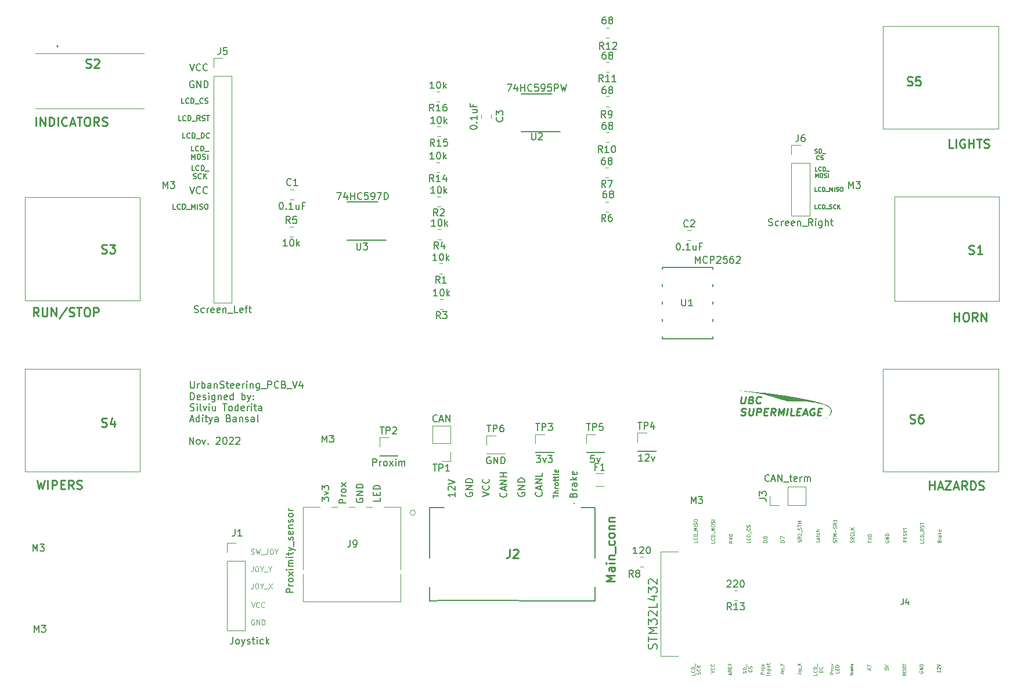
<source format=gto>
G04 #@! TF.GenerationSoftware,KiCad,Pcbnew,(6.0.7)*
G04 #@! TF.CreationDate,2022-11-29T22:22:54-08:00*
G04 #@! TF.ProjectId,UrbanSteering,55726261-6e53-4746-9565-72696e672e6b,rev?*
G04 #@! TF.SameCoordinates,Original*
G04 #@! TF.FileFunction,Legend,Top*
G04 #@! TF.FilePolarity,Positive*
%FSLAX46Y46*%
G04 Gerber Fmt 4.6, Leading zero omitted, Abs format (unit mm)*
G04 Created by KiCad (PCBNEW (6.0.7)) date 2022-11-29 22:22:54*
%MOMM*%
%LPD*%
G01*
G04 APERTURE LIST*
%ADD10C,0.200000*%
%ADD11C,0.250000*%
%ADD12C,0.100000*%
%ADD13C,0.075000*%
%ADD14C,0.150000*%
%ADD15C,0.125000*%
%ADD16C,0.080000*%
%ADD17C,0.254000*%
%ADD18C,0.120000*%
%ADD19C,0.152400*%
G04 APERTURE END LIST*
D10*
X125155902Y-106820720D02*
X125155902Y-107630244D01*
X125203521Y-107725482D01*
X125251140Y-107773101D01*
X125346379Y-107820720D01*
X125536855Y-107820720D01*
X125632093Y-107773101D01*
X125679712Y-107725482D01*
X125727331Y-107630244D01*
X125727331Y-106820720D01*
X126203521Y-107820720D02*
X126203521Y-107154054D01*
X126203521Y-107344530D02*
X126251140Y-107249292D01*
X126298759Y-107201673D01*
X126393998Y-107154054D01*
X126489236Y-107154054D01*
X126822569Y-107820720D02*
X126822569Y-106820720D01*
X126822569Y-107201673D02*
X126917807Y-107154054D01*
X127108283Y-107154054D01*
X127203521Y-107201673D01*
X127251140Y-107249292D01*
X127298759Y-107344530D01*
X127298759Y-107630244D01*
X127251140Y-107725482D01*
X127203521Y-107773101D01*
X127108283Y-107820720D01*
X126917807Y-107820720D01*
X126822569Y-107773101D01*
X128155902Y-107820720D02*
X128155902Y-107296911D01*
X128108283Y-107201673D01*
X128013045Y-107154054D01*
X127822569Y-107154054D01*
X127727331Y-107201673D01*
X128155902Y-107773101D02*
X128060664Y-107820720D01*
X127822569Y-107820720D01*
X127727331Y-107773101D01*
X127679712Y-107677863D01*
X127679712Y-107582625D01*
X127727331Y-107487387D01*
X127822569Y-107439768D01*
X128060664Y-107439768D01*
X128155902Y-107392149D01*
X128632093Y-107154054D02*
X128632093Y-107820720D01*
X128632093Y-107249292D02*
X128679712Y-107201673D01*
X128774950Y-107154054D01*
X128917807Y-107154054D01*
X129013045Y-107201673D01*
X129060664Y-107296911D01*
X129060664Y-107820720D01*
X129489236Y-107773101D02*
X129632093Y-107820720D01*
X129870188Y-107820720D01*
X129965426Y-107773101D01*
X130013045Y-107725482D01*
X130060664Y-107630244D01*
X130060664Y-107535006D01*
X130013045Y-107439768D01*
X129965426Y-107392149D01*
X129870188Y-107344530D01*
X129679712Y-107296911D01*
X129584474Y-107249292D01*
X129536855Y-107201673D01*
X129489236Y-107106435D01*
X129489236Y-107011197D01*
X129536855Y-106915959D01*
X129584474Y-106868340D01*
X129679712Y-106820720D01*
X129917807Y-106820720D01*
X130060664Y-106868340D01*
X130346379Y-107154054D02*
X130727331Y-107154054D01*
X130489236Y-106820720D02*
X130489236Y-107677863D01*
X130536855Y-107773101D01*
X130632093Y-107820720D01*
X130727331Y-107820720D01*
X131441617Y-107773101D02*
X131346379Y-107820720D01*
X131155902Y-107820720D01*
X131060664Y-107773101D01*
X131013045Y-107677863D01*
X131013045Y-107296911D01*
X131060664Y-107201673D01*
X131155902Y-107154054D01*
X131346379Y-107154054D01*
X131441617Y-107201673D01*
X131489236Y-107296911D01*
X131489236Y-107392149D01*
X131013045Y-107487387D01*
X132298759Y-107773101D02*
X132203521Y-107820720D01*
X132013045Y-107820720D01*
X131917807Y-107773101D01*
X131870188Y-107677863D01*
X131870188Y-107296911D01*
X131917807Y-107201673D01*
X132013045Y-107154054D01*
X132203521Y-107154054D01*
X132298759Y-107201673D01*
X132346379Y-107296911D01*
X132346379Y-107392149D01*
X131870188Y-107487387D01*
X132774950Y-107820720D02*
X132774950Y-107154054D01*
X132774950Y-107344530D02*
X132822569Y-107249292D01*
X132870188Y-107201673D01*
X132965426Y-107154054D01*
X133060664Y-107154054D01*
X133393998Y-107820720D02*
X133393998Y-107154054D01*
X133393998Y-106820720D02*
X133346379Y-106868340D01*
X133393998Y-106915959D01*
X133441617Y-106868340D01*
X133393998Y-106820720D01*
X133393998Y-106915959D01*
X133870188Y-107154054D02*
X133870188Y-107820720D01*
X133870188Y-107249292D02*
X133917807Y-107201673D01*
X134013045Y-107154054D01*
X134155902Y-107154054D01*
X134251140Y-107201673D01*
X134298759Y-107296911D01*
X134298759Y-107820720D01*
X135203521Y-107154054D02*
X135203521Y-107963578D01*
X135155902Y-108058816D01*
X135108283Y-108106435D01*
X135013045Y-108154054D01*
X134870188Y-108154054D01*
X134774950Y-108106435D01*
X135203521Y-107773101D02*
X135108283Y-107820720D01*
X134917807Y-107820720D01*
X134822569Y-107773101D01*
X134774950Y-107725482D01*
X134727331Y-107630244D01*
X134727331Y-107344530D01*
X134774950Y-107249292D01*
X134822569Y-107201673D01*
X134917807Y-107154054D01*
X135108283Y-107154054D01*
X135203521Y-107201673D01*
X135441617Y-107915959D02*
X136203521Y-107915959D01*
X136441617Y-107820720D02*
X136441617Y-106820720D01*
X136822569Y-106820720D01*
X136917807Y-106868340D01*
X136965426Y-106915959D01*
X137013045Y-107011197D01*
X137013045Y-107154054D01*
X136965426Y-107249292D01*
X136917807Y-107296911D01*
X136822569Y-107344530D01*
X136441617Y-107344530D01*
X138013045Y-107725482D02*
X137965426Y-107773101D01*
X137822569Y-107820720D01*
X137727331Y-107820720D01*
X137584474Y-107773101D01*
X137489236Y-107677863D01*
X137441617Y-107582625D01*
X137393998Y-107392149D01*
X137393998Y-107249292D01*
X137441617Y-107058816D01*
X137489236Y-106963578D01*
X137584474Y-106868340D01*
X137727331Y-106820720D01*
X137822569Y-106820720D01*
X137965426Y-106868340D01*
X138013045Y-106915959D01*
X138774950Y-107296911D02*
X138917807Y-107344530D01*
X138965426Y-107392149D01*
X139013045Y-107487387D01*
X139013045Y-107630244D01*
X138965426Y-107725482D01*
X138917807Y-107773101D01*
X138822569Y-107820720D01*
X138441617Y-107820720D01*
X138441617Y-106820720D01*
X138774950Y-106820720D01*
X138870188Y-106868340D01*
X138917807Y-106915959D01*
X138965426Y-107011197D01*
X138965426Y-107106435D01*
X138917807Y-107201673D01*
X138870188Y-107249292D01*
X138774950Y-107296911D01*
X138441617Y-107296911D01*
X139203521Y-107915959D02*
X139965426Y-107915959D01*
X140060664Y-106820720D02*
X140393998Y-107820720D01*
X140727331Y-106820720D01*
X141489236Y-107154054D02*
X141489236Y-107820720D01*
X141251140Y-106773101D02*
X141013045Y-107487387D01*
X141632093Y-107487387D01*
D11*
X205520820Y-109055920D02*
X205419630Y-109865444D01*
X205460106Y-109960682D01*
X205506534Y-110008301D01*
X205605344Y-110055920D01*
X205814868Y-110055920D01*
X205925582Y-110008301D01*
X205983915Y-109960682D01*
X206048201Y-109865444D01*
X206149392Y-109055920D01*
X206980344Y-109532111D02*
X207131534Y-109579730D01*
X207177963Y-109627349D01*
X207218439Y-109722587D01*
X207200582Y-109865444D01*
X207136296Y-109960682D01*
X207077963Y-110008301D01*
X206967249Y-110055920D01*
X206548201Y-110055920D01*
X206673201Y-109055920D01*
X207039868Y-109055920D01*
X207138677Y-109103540D01*
X207185106Y-109151159D01*
X207225582Y-109246397D01*
X207213677Y-109341635D01*
X207149392Y-109436873D01*
X207091058Y-109484492D01*
X206980344Y-109532111D01*
X206613677Y-109532111D01*
X208288677Y-109960682D02*
X208230344Y-110008301D01*
X208067249Y-110055920D01*
X207962487Y-110055920D01*
X207811296Y-110008301D01*
X207718439Y-109913063D01*
X207677963Y-109817825D01*
X207649392Y-109627349D01*
X207667249Y-109484492D01*
X207743439Y-109294016D01*
X207807725Y-109198778D01*
X207924392Y-109103540D01*
X208087487Y-109055920D01*
X208192249Y-109055920D01*
X208343439Y-109103540D01*
X208389868Y-109151159D01*
D10*
X125029921Y-115999520D02*
X125029921Y-114999520D01*
X125601350Y-115999520D01*
X125601350Y-114999520D01*
X126220398Y-115999520D02*
X126125159Y-115951901D01*
X126077540Y-115904282D01*
X126029921Y-115809044D01*
X126029921Y-115523330D01*
X126077540Y-115428092D01*
X126125159Y-115380473D01*
X126220398Y-115332854D01*
X126363255Y-115332854D01*
X126458493Y-115380473D01*
X126506112Y-115428092D01*
X126553731Y-115523330D01*
X126553731Y-115809044D01*
X126506112Y-115904282D01*
X126458493Y-115951901D01*
X126363255Y-115999520D01*
X126220398Y-115999520D01*
X126887064Y-115332854D02*
X127125159Y-115999520D01*
X127363255Y-115332854D01*
X127744207Y-115904282D02*
X127791826Y-115951901D01*
X127744207Y-115999520D01*
X127696588Y-115951901D01*
X127744207Y-115904282D01*
X127744207Y-115999520D01*
X128934683Y-115094759D02*
X128982302Y-115047140D01*
X129077540Y-114999520D01*
X129315636Y-114999520D01*
X129410874Y-115047140D01*
X129458493Y-115094759D01*
X129506112Y-115189997D01*
X129506112Y-115285235D01*
X129458493Y-115428092D01*
X128887064Y-115999520D01*
X129506112Y-115999520D01*
X130125159Y-114999520D02*
X130220398Y-114999520D01*
X130315636Y-115047140D01*
X130363255Y-115094759D01*
X130410874Y-115189997D01*
X130458493Y-115380473D01*
X130458493Y-115618568D01*
X130410874Y-115809044D01*
X130363255Y-115904282D01*
X130315636Y-115951901D01*
X130220398Y-115999520D01*
X130125159Y-115999520D01*
X130029921Y-115951901D01*
X129982302Y-115904282D01*
X129934683Y-115809044D01*
X129887064Y-115618568D01*
X129887064Y-115380473D01*
X129934683Y-115189997D01*
X129982302Y-115094759D01*
X130029921Y-115047140D01*
X130125159Y-114999520D01*
X130839445Y-115094759D02*
X130887064Y-115047140D01*
X130982302Y-114999520D01*
X131220398Y-114999520D01*
X131315636Y-115047140D01*
X131363255Y-115094759D01*
X131410874Y-115189997D01*
X131410874Y-115285235D01*
X131363255Y-115428092D01*
X130791826Y-115999520D01*
X131410874Y-115999520D01*
X131791826Y-115094759D02*
X131839445Y-115047140D01*
X131934683Y-114999520D01*
X132172779Y-114999520D01*
X132268017Y-115047140D01*
X132315636Y-115094759D01*
X132363255Y-115189997D01*
X132363255Y-115285235D01*
X132315636Y-115428092D01*
X131744207Y-115999520D01*
X132363255Y-115999520D01*
X125180074Y-109512720D02*
X125180074Y-108512720D01*
X125418169Y-108512720D01*
X125561026Y-108560340D01*
X125656264Y-108655578D01*
X125703883Y-108750816D01*
X125751502Y-108941292D01*
X125751502Y-109084149D01*
X125703883Y-109274625D01*
X125656264Y-109369863D01*
X125561026Y-109465101D01*
X125418169Y-109512720D01*
X125180074Y-109512720D01*
X126561026Y-109465101D02*
X126465788Y-109512720D01*
X126275312Y-109512720D01*
X126180074Y-109465101D01*
X126132455Y-109369863D01*
X126132455Y-108988911D01*
X126180074Y-108893673D01*
X126275312Y-108846054D01*
X126465788Y-108846054D01*
X126561026Y-108893673D01*
X126608645Y-108988911D01*
X126608645Y-109084149D01*
X126132455Y-109179387D01*
X126989598Y-109465101D02*
X127084836Y-109512720D01*
X127275312Y-109512720D01*
X127370550Y-109465101D01*
X127418169Y-109369863D01*
X127418169Y-109322244D01*
X127370550Y-109227006D01*
X127275312Y-109179387D01*
X127132455Y-109179387D01*
X127037217Y-109131768D01*
X126989598Y-109036530D01*
X126989598Y-108988911D01*
X127037217Y-108893673D01*
X127132455Y-108846054D01*
X127275312Y-108846054D01*
X127370550Y-108893673D01*
X127846740Y-109512720D02*
X127846740Y-108846054D01*
X127846740Y-108512720D02*
X127799121Y-108560340D01*
X127846740Y-108607959D01*
X127894359Y-108560340D01*
X127846740Y-108512720D01*
X127846740Y-108607959D01*
X128751502Y-108846054D02*
X128751502Y-109655578D01*
X128703883Y-109750816D01*
X128656264Y-109798435D01*
X128561026Y-109846054D01*
X128418169Y-109846054D01*
X128322931Y-109798435D01*
X128751502Y-109465101D02*
X128656264Y-109512720D01*
X128465788Y-109512720D01*
X128370550Y-109465101D01*
X128322931Y-109417482D01*
X128275312Y-109322244D01*
X128275312Y-109036530D01*
X128322931Y-108941292D01*
X128370550Y-108893673D01*
X128465788Y-108846054D01*
X128656264Y-108846054D01*
X128751502Y-108893673D01*
X129227693Y-108846054D02*
X129227693Y-109512720D01*
X129227693Y-108941292D02*
X129275312Y-108893673D01*
X129370550Y-108846054D01*
X129513407Y-108846054D01*
X129608645Y-108893673D01*
X129656264Y-108988911D01*
X129656264Y-109512720D01*
X130513407Y-109465101D02*
X130418169Y-109512720D01*
X130227693Y-109512720D01*
X130132455Y-109465101D01*
X130084836Y-109369863D01*
X130084836Y-108988911D01*
X130132455Y-108893673D01*
X130227693Y-108846054D01*
X130418169Y-108846054D01*
X130513407Y-108893673D01*
X130561026Y-108988911D01*
X130561026Y-109084149D01*
X130084836Y-109179387D01*
X131418169Y-109512720D02*
X131418169Y-108512720D01*
X131418169Y-109465101D02*
X131322931Y-109512720D01*
X131132455Y-109512720D01*
X131037217Y-109465101D01*
X130989598Y-109417482D01*
X130941979Y-109322244D01*
X130941979Y-109036530D01*
X130989598Y-108941292D01*
X131037217Y-108893673D01*
X131132455Y-108846054D01*
X131322931Y-108846054D01*
X131418169Y-108893673D01*
X132656264Y-109512720D02*
X132656264Y-108512720D01*
X132656264Y-108893673D02*
X132751502Y-108846054D01*
X132941979Y-108846054D01*
X133037217Y-108893673D01*
X133084836Y-108941292D01*
X133132455Y-109036530D01*
X133132455Y-109322244D01*
X133084836Y-109417482D01*
X133037217Y-109465101D01*
X132941979Y-109512720D01*
X132751502Y-109512720D01*
X132656264Y-109465101D01*
X133465788Y-108846054D02*
X133703883Y-109512720D01*
X133941979Y-108846054D02*
X133703883Y-109512720D01*
X133608645Y-109750816D01*
X133561026Y-109798435D01*
X133465788Y-109846054D01*
X134322931Y-109417482D02*
X134370550Y-109465101D01*
X134322931Y-109512720D01*
X134275312Y-109465101D01*
X134322931Y-109417482D01*
X134322931Y-109512720D01*
X134322931Y-108893673D02*
X134370550Y-108941292D01*
X134322931Y-108988911D01*
X134275312Y-108941292D01*
X134322931Y-108893673D01*
X134322931Y-108988911D01*
X125132455Y-111075101D02*
X125275312Y-111122720D01*
X125513407Y-111122720D01*
X125608645Y-111075101D01*
X125656264Y-111027482D01*
X125703883Y-110932244D01*
X125703883Y-110837006D01*
X125656264Y-110741768D01*
X125608645Y-110694149D01*
X125513407Y-110646530D01*
X125322931Y-110598911D01*
X125227693Y-110551292D01*
X125180074Y-110503673D01*
X125132455Y-110408435D01*
X125132455Y-110313197D01*
X125180074Y-110217959D01*
X125227693Y-110170340D01*
X125322931Y-110122720D01*
X125561026Y-110122720D01*
X125703883Y-110170340D01*
X126132455Y-111122720D02*
X126132455Y-110456054D01*
X126132455Y-110122720D02*
X126084836Y-110170340D01*
X126132455Y-110217959D01*
X126180074Y-110170340D01*
X126132455Y-110122720D01*
X126132455Y-110217959D01*
X126751502Y-111122720D02*
X126656264Y-111075101D01*
X126608645Y-110979863D01*
X126608645Y-110122720D01*
X127037217Y-110456054D02*
X127275312Y-111122720D01*
X127513407Y-110456054D01*
X127894359Y-111122720D02*
X127894359Y-110456054D01*
X127894359Y-110122720D02*
X127846740Y-110170340D01*
X127894359Y-110217959D01*
X127941979Y-110170340D01*
X127894359Y-110122720D01*
X127894359Y-110217959D01*
X128799121Y-110456054D02*
X128799121Y-111122720D01*
X128370550Y-110456054D02*
X128370550Y-110979863D01*
X128418169Y-111075101D01*
X128513407Y-111122720D01*
X128656264Y-111122720D01*
X128751502Y-111075101D01*
X128799121Y-111027482D01*
X129894359Y-110122720D02*
X130465788Y-110122720D01*
X130180074Y-111122720D02*
X130180074Y-110122720D01*
X130941979Y-111122720D02*
X130846740Y-111075101D01*
X130799121Y-111027482D01*
X130751502Y-110932244D01*
X130751502Y-110646530D01*
X130799121Y-110551292D01*
X130846740Y-110503673D01*
X130941979Y-110456054D01*
X131084836Y-110456054D01*
X131180074Y-110503673D01*
X131227693Y-110551292D01*
X131275312Y-110646530D01*
X131275312Y-110932244D01*
X131227693Y-111027482D01*
X131180074Y-111075101D01*
X131084836Y-111122720D01*
X130941979Y-111122720D01*
X132132455Y-111122720D02*
X132132455Y-110122720D01*
X132132455Y-111075101D02*
X132037217Y-111122720D01*
X131846740Y-111122720D01*
X131751502Y-111075101D01*
X131703883Y-111027482D01*
X131656264Y-110932244D01*
X131656264Y-110646530D01*
X131703883Y-110551292D01*
X131751502Y-110503673D01*
X131846740Y-110456054D01*
X132037217Y-110456054D01*
X132132455Y-110503673D01*
X132989598Y-111075101D02*
X132894359Y-111122720D01*
X132703883Y-111122720D01*
X132608645Y-111075101D01*
X132561026Y-110979863D01*
X132561026Y-110598911D01*
X132608645Y-110503673D01*
X132703883Y-110456054D01*
X132894359Y-110456054D01*
X132989598Y-110503673D01*
X133037217Y-110598911D01*
X133037217Y-110694149D01*
X132561026Y-110789387D01*
X133465788Y-111122720D02*
X133465788Y-110456054D01*
X133465788Y-110646530D02*
X133513407Y-110551292D01*
X133561026Y-110503673D01*
X133656264Y-110456054D01*
X133751502Y-110456054D01*
X134084836Y-111122720D02*
X134084836Y-110456054D01*
X134084836Y-110122720D02*
X134037217Y-110170340D01*
X134084836Y-110217959D01*
X134132455Y-110170340D01*
X134084836Y-110122720D01*
X134084836Y-110217959D01*
X134418169Y-110456054D02*
X134799121Y-110456054D01*
X134561026Y-110122720D02*
X134561026Y-110979863D01*
X134608645Y-111075101D01*
X134703883Y-111122720D01*
X134799121Y-111122720D01*
X135561026Y-111122720D02*
X135561026Y-110598911D01*
X135513407Y-110503673D01*
X135418169Y-110456054D01*
X135227693Y-110456054D01*
X135132455Y-110503673D01*
X135561026Y-111075101D02*
X135465788Y-111122720D01*
X135227693Y-111122720D01*
X135132455Y-111075101D01*
X135084836Y-110979863D01*
X135084836Y-110884625D01*
X135132455Y-110789387D01*
X135227693Y-110741768D01*
X135465788Y-110741768D01*
X135561026Y-110694149D01*
X125132455Y-112447006D02*
X125608645Y-112447006D01*
X125037217Y-112732720D02*
X125370550Y-111732720D01*
X125703883Y-112732720D01*
X126465788Y-112732720D02*
X126465788Y-111732720D01*
X126465788Y-112685101D02*
X126370550Y-112732720D01*
X126180074Y-112732720D01*
X126084836Y-112685101D01*
X126037217Y-112637482D01*
X125989598Y-112542244D01*
X125989598Y-112256530D01*
X126037217Y-112161292D01*
X126084836Y-112113673D01*
X126180074Y-112066054D01*
X126370550Y-112066054D01*
X126465788Y-112113673D01*
X126941979Y-112732720D02*
X126941979Y-112066054D01*
X126941979Y-111732720D02*
X126894359Y-111780340D01*
X126941979Y-111827959D01*
X126989598Y-111780340D01*
X126941979Y-111732720D01*
X126941979Y-111827959D01*
X127275312Y-112066054D02*
X127656264Y-112066054D01*
X127418169Y-111732720D02*
X127418169Y-112589863D01*
X127465788Y-112685101D01*
X127561026Y-112732720D01*
X127656264Y-112732720D01*
X127894359Y-112066054D02*
X128132455Y-112732720D01*
X128370550Y-112066054D02*
X128132455Y-112732720D01*
X128037217Y-112970816D01*
X127989598Y-113018435D01*
X127894359Y-113066054D01*
X129180074Y-112732720D02*
X129180074Y-112208911D01*
X129132455Y-112113673D01*
X129037217Y-112066054D01*
X128846740Y-112066054D01*
X128751502Y-112113673D01*
X129180074Y-112685101D02*
X129084836Y-112732720D01*
X128846740Y-112732720D01*
X128751502Y-112685101D01*
X128703883Y-112589863D01*
X128703883Y-112494625D01*
X128751502Y-112399387D01*
X128846740Y-112351768D01*
X129084836Y-112351768D01*
X129180074Y-112304149D01*
X130751502Y-112208911D02*
X130894359Y-112256530D01*
X130941979Y-112304149D01*
X130989598Y-112399387D01*
X130989598Y-112542244D01*
X130941979Y-112637482D01*
X130894359Y-112685101D01*
X130799121Y-112732720D01*
X130418169Y-112732720D01*
X130418169Y-111732720D01*
X130751502Y-111732720D01*
X130846740Y-111780340D01*
X130894359Y-111827959D01*
X130941979Y-111923197D01*
X130941979Y-112018435D01*
X130894359Y-112113673D01*
X130846740Y-112161292D01*
X130751502Y-112208911D01*
X130418169Y-112208911D01*
X131846740Y-112732720D02*
X131846740Y-112208911D01*
X131799121Y-112113673D01*
X131703883Y-112066054D01*
X131513407Y-112066054D01*
X131418169Y-112113673D01*
X131846740Y-112685101D02*
X131751502Y-112732720D01*
X131513407Y-112732720D01*
X131418169Y-112685101D01*
X131370550Y-112589863D01*
X131370550Y-112494625D01*
X131418169Y-112399387D01*
X131513407Y-112351768D01*
X131751502Y-112351768D01*
X131846740Y-112304149D01*
X132322931Y-112066054D02*
X132322931Y-112732720D01*
X132322931Y-112161292D02*
X132370550Y-112113673D01*
X132465788Y-112066054D01*
X132608645Y-112066054D01*
X132703883Y-112113673D01*
X132751502Y-112208911D01*
X132751502Y-112732720D01*
X133180074Y-112685101D02*
X133275312Y-112732720D01*
X133465788Y-112732720D01*
X133561026Y-112685101D01*
X133608645Y-112589863D01*
X133608645Y-112542244D01*
X133561026Y-112447006D01*
X133465788Y-112399387D01*
X133322931Y-112399387D01*
X133227693Y-112351768D01*
X133180074Y-112256530D01*
X133180074Y-112208911D01*
X133227693Y-112113673D01*
X133322931Y-112066054D01*
X133465788Y-112066054D01*
X133561026Y-112113673D01*
X134465788Y-112732720D02*
X134465788Y-112208911D01*
X134418169Y-112113673D01*
X134322931Y-112066054D01*
X134132455Y-112066054D01*
X134037217Y-112113673D01*
X134465788Y-112685101D02*
X134370550Y-112732720D01*
X134132455Y-112732720D01*
X134037217Y-112685101D01*
X133989598Y-112589863D01*
X133989598Y-112494625D01*
X134037217Y-112399387D01*
X134132455Y-112351768D01*
X134370550Y-112351768D01*
X134465788Y-112304149D01*
X135084836Y-112732720D02*
X134989598Y-112685101D01*
X134941979Y-112589863D01*
X134941979Y-111732720D01*
D12*
X211799007Y-130366397D02*
X211199007Y-130366397D01*
X211199007Y-130223540D01*
X211227579Y-130137825D01*
X211284721Y-130080682D01*
X211341864Y-130052111D01*
X211456150Y-130023540D01*
X211541864Y-130023540D01*
X211656150Y-130052111D01*
X211713293Y-130080682D01*
X211770436Y-130137825D01*
X211799007Y-130223540D01*
X211799007Y-130366397D01*
X211199007Y-129823540D02*
X211199007Y-129423540D01*
X211799007Y-129680682D01*
D13*
X221421693Y-149700511D02*
X221421693Y-149529082D01*
X221721693Y-149614797D02*
X221421693Y-149614797D01*
X221721693Y-149429082D02*
X221421693Y-149429082D01*
X221721693Y-149300511D02*
X221564550Y-149300511D01*
X221535979Y-149314797D01*
X221521693Y-149343368D01*
X221521693Y-149386225D01*
X221535979Y-149414797D01*
X221550264Y-149429082D01*
X221721693Y-149157654D02*
X221521693Y-149157654D01*
X221578836Y-149157654D02*
X221550264Y-149143368D01*
X221535979Y-149129082D01*
X221521693Y-149100511D01*
X221521693Y-149071940D01*
X221721693Y-148929082D02*
X221707407Y-148957654D01*
X221693121Y-148971940D01*
X221664550Y-148986225D01*
X221578836Y-148986225D01*
X221550264Y-148971940D01*
X221535979Y-148957654D01*
X221521693Y-148929082D01*
X221521693Y-148886225D01*
X221535979Y-148857654D01*
X221550264Y-148843368D01*
X221578836Y-148829082D01*
X221664550Y-148829082D01*
X221693121Y-148843368D01*
X221707407Y-148857654D01*
X221721693Y-148886225D01*
X221721693Y-148929082D01*
X221521693Y-148743368D02*
X221521693Y-148629082D01*
X221421693Y-148700511D02*
X221678836Y-148700511D01*
X221707407Y-148686225D01*
X221721693Y-148657654D01*
X221721693Y-148629082D01*
X221521693Y-148571940D02*
X221521693Y-148457654D01*
X221421693Y-148529082D02*
X221678836Y-148529082D01*
X221707407Y-148514797D01*
X221721693Y-148486225D01*
X221721693Y-148457654D01*
X221721693Y-148314797D02*
X221707407Y-148343368D01*
X221678836Y-148357654D01*
X221421693Y-148357654D01*
X221707407Y-148086225D02*
X221721693Y-148114797D01*
X221721693Y-148171940D01*
X221707407Y-148200511D01*
X221678836Y-148214797D01*
X221564550Y-148214797D01*
X221535979Y-148200511D01*
X221521693Y-148171940D01*
X221521693Y-148114797D01*
X221535979Y-148086225D01*
X221564550Y-148071940D01*
X221593121Y-148071940D01*
X221621693Y-148214797D01*
D14*
X172978379Y-123065444D02*
X172930759Y-123160682D01*
X172930759Y-123303540D01*
X172978379Y-123446397D01*
X173073617Y-123541635D01*
X173168855Y-123589254D01*
X173359331Y-123636873D01*
X173502188Y-123636873D01*
X173692664Y-123589254D01*
X173787902Y-123541635D01*
X173883140Y-123446397D01*
X173930759Y-123303540D01*
X173930759Y-123208301D01*
X173883140Y-123065444D01*
X173835521Y-123017825D01*
X173502188Y-123017825D01*
X173502188Y-123208301D01*
X173930759Y-122589254D02*
X172930759Y-122589254D01*
X173930759Y-122017825D01*
X172930759Y-122017825D01*
X173930759Y-121541635D02*
X172930759Y-121541635D01*
X172930759Y-121303540D01*
X172978379Y-121160682D01*
X173073617Y-121065444D01*
X173168855Y-121017825D01*
X173359331Y-120970206D01*
X173502188Y-120970206D01*
X173692664Y-121017825D01*
X173787902Y-121065444D01*
X173883140Y-121160682D01*
X173930759Y-121303540D01*
X173930759Y-121541635D01*
X125053445Y-78423520D02*
X125386779Y-79423520D01*
X125720112Y-78423520D01*
X126624874Y-79328282D02*
X126577255Y-79375901D01*
X126434398Y-79423520D01*
X126339159Y-79423520D01*
X126196302Y-79375901D01*
X126101064Y-79280663D01*
X126053445Y-79185425D01*
X126005826Y-78994949D01*
X126005826Y-78852092D01*
X126053445Y-78661616D01*
X126101064Y-78566378D01*
X126196302Y-78471140D01*
X126339159Y-78423520D01*
X126434398Y-78423520D01*
X126577255Y-78471140D01*
X126624874Y-78518759D01*
X127624874Y-79328282D02*
X127577255Y-79375901D01*
X127434398Y-79423520D01*
X127339159Y-79423520D01*
X127196302Y-79375901D01*
X127101064Y-79280663D01*
X127053445Y-79185425D01*
X127005826Y-78994949D01*
X127005826Y-78852092D01*
X127053445Y-78661616D01*
X127101064Y-78566378D01*
X127196302Y-78471140D01*
X127339159Y-78423520D01*
X127434398Y-78423520D01*
X127577255Y-78471140D01*
X127624874Y-78518759D01*
D12*
X206196659Y-149404473D02*
X206220469Y-149333044D01*
X206220469Y-149213997D01*
X206196659Y-149166378D01*
X206172850Y-149142568D01*
X206125231Y-149118759D01*
X206077612Y-149118759D01*
X206029993Y-149142568D01*
X206006183Y-149166378D01*
X205982374Y-149213997D01*
X205958564Y-149309235D01*
X205934755Y-149356854D01*
X205910945Y-149380663D01*
X205863326Y-149404473D01*
X205815707Y-149404473D01*
X205768088Y-149380663D01*
X205744279Y-149356854D01*
X205720469Y-149309235D01*
X205720469Y-149190187D01*
X205744279Y-149118759D01*
X206220469Y-148904473D02*
X205720469Y-148904473D01*
X205720469Y-148785425D01*
X205744279Y-148713997D01*
X205791898Y-148666378D01*
X205839517Y-148642568D01*
X205934755Y-148618759D01*
X206006183Y-148618759D01*
X206101421Y-148642568D01*
X206149040Y-148666378D01*
X206196659Y-148713997D01*
X206220469Y-148785425D01*
X206220469Y-148904473D01*
X206268088Y-148523520D02*
X206268088Y-148142568D01*
X206977850Y-148904473D02*
X207001659Y-148928282D01*
X207025469Y-148999711D01*
X207025469Y-149047330D01*
X207001659Y-149118759D01*
X206954040Y-149166378D01*
X206906421Y-149190187D01*
X206811183Y-149213997D01*
X206739755Y-149213997D01*
X206644517Y-149190187D01*
X206596898Y-149166378D01*
X206549279Y-149118759D01*
X206525469Y-149047330D01*
X206525469Y-148999711D01*
X206549279Y-148928282D01*
X206573088Y-148904473D01*
X207001659Y-148713997D02*
X207025469Y-148642568D01*
X207025469Y-148523520D01*
X207001659Y-148475901D01*
X206977850Y-148452092D01*
X206930231Y-148428282D01*
X206882612Y-148428282D01*
X206834993Y-148452092D01*
X206811183Y-148475901D01*
X206787374Y-148523520D01*
X206763564Y-148618759D01*
X206739755Y-148666378D01*
X206715945Y-148690187D01*
X206668326Y-148713997D01*
X206620707Y-148713997D01*
X206573088Y-148690187D01*
X206549279Y-148666378D01*
X206525469Y-148618759D01*
X206525469Y-148499711D01*
X206549279Y-148428282D01*
D14*
X152838359Y-123817597D02*
X152838359Y-124293787D01*
X151838359Y-124293787D01*
X152314550Y-123484263D02*
X152314550Y-123150930D01*
X152838359Y-123008073D02*
X152838359Y-123484263D01*
X151838359Y-123484263D01*
X151838359Y-123008073D01*
X152838359Y-122579501D02*
X151838359Y-122579501D01*
X151838359Y-122341406D01*
X151885979Y-122198549D01*
X151981217Y-122103311D01*
X152076455Y-122055692D01*
X152266931Y-122008073D01*
X152409788Y-122008073D01*
X152600264Y-122055692D01*
X152695502Y-122103311D01*
X152790740Y-122198549D01*
X152838359Y-122341406D01*
X152838359Y-122579501D01*
X125624874Y-63027940D02*
X125529636Y-62980320D01*
X125386779Y-62980320D01*
X125243921Y-63027940D01*
X125148683Y-63123178D01*
X125101064Y-63218416D01*
X125053445Y-63408892D01*
X125053445Y-63551749D01*
X125101064Y-63742225D01*
X125148683Y-63837463D01*
X125243921Y-63932701D01*
X125386779Y-63980320D01*
X125482017Y-63980320D01*
X125624874Y-63932701D01*
X125672493Y-63885082D01*
X125672493Y-63551749D01*
X125482017Y-63551749D01*
X126101064Y-63980320D02*
X126101064Y-62980320D01*
X126672493Y-63980320D01*
X126672493Y-62980320D01*
X127148683Y-63980320D02*
X127148683Y-62980320D01*
X127386779Y-62980320D01*
X127529636Y-63027940D01*
X127624874Y-63123178D01*
X127672493Y-63218416D01*
X127720112Y-63408892D01*
X127720112Y-63551749D01*
X127672493Y-63742225D01*
X127624874Y-63837463D01*
X127529636Y-63932701D01*
X127386779Y-63980320D01*
X127148683Y-63980320D01*
D15*
X134022779Y-139063225D02*
X134272779Y-139813225D01*
X134522779Y-139063225D01*
X135201350Y-139741797D02*
X135165636Y-139777511D01*
X135058493Y-139813225D01*
X134987064Y-139813225D01*
X134879921Y-139777511D01*
X134808493Y-139706082D01*
X134772779Y-139634654D01*
X134737064Y-139491797D01*
X134737064Y-139384654D01*
X134772779Y-139241797D01*
X134808493Y-139170368D01*
X134879921Y-139098940D01*
X134987064Y-139063225D01*
X135058493Y-139063225D01*
X135165636Y-139098940D01*
X135201350Y-139134654D01*
X135951350Y-139741797D02*
X135915636Y-139777511D01*
X135808493Y-139813225D01*
X135737064Y-139813225D01*
X135629921Y-139777511D01*
X135558493Y-139706082D01*
X135522779Y-139634654D01*
X135487064Y-139491797D01*
X135487064Y-139384654D01*
X135522779Y-139241797D01*
X135558493Y-139170368D01*
X135629921Y-139098940D01*
X135737064Y-139063225D01*
X135808493Y-139063225D01*
X135915636Y-139098940D01*
X135951350Y-139134654D01*
D12*
X226517579Y-130101292D02*
X226493769Y-130148911D01*
X226493769Y-130220340D01*
X226517579Y-130291768D01*
X226565198Y-130339387D01*
X226612817Y-130363197D01*
X226708055Y-130387006D01*
X226779483Y-130387006D01*
X226874721Y-130363197D01*
X226922340Y-130339387D01*
X226969959Y-130291768D01*
X226993769Y-130220340D01*
X226993769Y-130172720D01*
X226969959Y-130101292D01*
X226946150Y-130077482D01*
X226779483Y-130077482D01*
X226779483Y-130172720D01*
X226993769Y-129863197D02*
X226493769Y-129863197D01*
X226993769Y-129577482D01*
X226493769Y-129577482D01*
X226993769Y-129339387D02*
X226493769Y-129339387D01*
X226493769Y-129220340D01*
X226517579Y-129148911D01*
X226565198Y-129101292D01*
X226612817Y-129077482D01*
X226708055Y-129053673D01*
X226779483Y-129053673D01*
X226874721Y-129077482D01*
X226922340Y-129101292D01*
X226969959Y-129148911D01*
X226993769Y-129220340D01*
X226993769Y-129339387D01*
X219349959Y-130308301D02*
X219373769Y-130236873D01*
X219373769Y-130117825D01*
X219349959Y-130070206D01*
X219326150Y-130046397D01*
X219278531Y-130022587D01*
X219230912Y-130022587D01*
X219183293Y-130046397D01*
X219159483Y-130070206D01*
X219135674Y-130117825D01*
X219111864Y-130213063D01*
X219088055Y-130260682D01*
X219064245Y-130284492D01*
X219016626Y-130308301D01*
X218969007Y-130308301D01*
X218921388Y-130284492D01*
X218897579Y-130260682D01*
X218873769Y-130213063D01*
X218873769Y-130094016D01*
X218897579Y-130022587D01*
X218873769Y-129879730D02*
X218873769Y-129594016D01*
X219373769Y-129736873D02*
X218873769Y-129736873D01*
X219373769Y-129427349D02*
X218873769Y-129427349D01*
X219230912Y-129260682D01*
X218873769Y-129094016D01*
X219373769Y-129094016D01*
X219183293Y-128855920D02*
X219183293Y-128474968D01*
X219349959Y-128260682D02*
X219373769Y-128189254D01*
X219373769Y-128070206D01*
X219349959Y-128022587D01*
X219326150Y-127998778D01*
X219278531Y-127974968D01*
X219230912Y-127974968D01*
X219183293Y-127998778D01*
X219159483Y-128022587D01*
X219135674Y-128070206D01*
X219111864Y-128165444D01*
X219088055Y-128213063D01*
X219064245Y-128236873D01*
X219016626Y-128260682D01*
X218969007Y-128260682D01*
X218921388Y-128236873D01*
X218897579Y-128213063D01*
X218873769Y-128165444D01*
X218873769Y-128046397D01*
X218897579Y-127974968D01*
X219373769Y-127474968D02*
X219135674Y-127641635D01*
X219373769Y-127760682D02*
X218873769Y-127760682D01*
X218873769Y-127570206D01*
X218897579Y-127522587D01*
X218921388Y-127498778D01*
X218969007Y-127474968D01*
X219040436Y-127474968D01*
X219088055Y-127498778D01*
X219111864Y-127522587D01*
X219135674Y-127570206D01*
X219135674Y-127760682D01*
X219373769Y-126998778D02*
X219373769Y-127284492D01*
X219373769Y-127141635D02*
X218873769Y-127141635D01*
X218945198Y-127189254D01*
X218992817Y-127236873D01*
X219016626Y-127284492D01*
X226442969Y-148662378D02*
X226442969Y-148900473D01*
X226681064Y-148924282D01*
X226657255Y-148900473D01*
X226633445Y-148852854D01*
X226633445Y-148733806D01*
X226657255Y-148686187D01*
X226681064Y-148662378D01*
X226728683Y-148638568D01*
X226847731Y-148638568D01*
X226895350Y-148662378D01*
X226919159Y-148686187D01*
X226942969Y-148733806D01*
X226942969Y-148852854D01*
X226919159Y-148900473D01*
X226895350Y-148924282D01*
X226442969Y-148495711D02*
X226942969Y-148329044D01*
X226442969Y-148162378D01*
D16*
X229437731Y-149503692D02*
X229247255Y-149637025D01*
X229437731Y-149732263D02*
X229037731Y-149732263D01*
X229037731Y-149579882D01*
X229056779Y-149541787D01*
X229075826Y-149522740D01*
X229113921Y-149503692D01*
X229171064Y-149503692D01*
X229209159Y-149522740D01*
X229228207Y-149541787D01*
X229247255Y-149579882D01*
X229247255Y-149732263D01*
X229228207Y-149332263D02*
X229228207Y-149198930D01*
X229437731Y-149141787D02*
X229437731Y-149332263D01*
X229037731Y-149332263D01*
X229037731Y-149141787D01*
X229418683Y-148989406D02*
X229437731Y-148932263D01*
X229437731Y-148837025D01*
X229418683Y-148798930D01*
X229399636Y-148779882D01*
X229361540Y-148760835D01*
X229323445Y-148760835D01*
X229285350Y-148779882D01*
X229266302Y-148798930D01*
X229247255Y-148837025D01*
X229228207Y-148913216D01*
X229209159Y-148951311D01*
X229190112Y-148970359D01*
X229152017Y-148989406D01*
X229113921Y-148989406D01*
X229075826Y-148970359D01*
X229056779Y-148951311D01*
X229037731Y-148913216D01*
X229037731Y-148817978D01*
X229056779Y-148760835D01*
X229228207Y-148589406D02*
X229228207Y-148456073D01*
X229437731Y-148398930D02*
X229437731Y-148589406D01*
X229037731Y-148589406D01*
X229037731Y-148398930D01*
X229037731Y-148284644D02*
X229037731Y-148056073D01*
X229437731Y-148170359D02*
X229037731Y-148170359D01*
D12*
X216884569Y-130019501D02*
X216884569Y-130257597D01*
X216384569Y-130257597D01*
X216884569Y-129638549D02*
X216622664Y-129638549D01*
X216575045Y-129662359D01*
X216551236Y-129709978D01*
X216551236Y-129805216D01*
X216575045Y-129852835D01*
X216860759Y-129638549D02*
X216884569Y-129686168D01*
X216884569Y-129805216D01*
X216860759Y-129852835D01*
X216813140Y-129876644D01*
X216765521Y-129876644D01*
X216717902Y-129852835D01*
X216694093Y-129805216D01*
X216694093Y-129686168D01*
X216670283Y-129638549D01*
X216551236Y-129471882D02*
X216551236Y-129281406D01*
X216384569Y-129400454D02*
X216813140Y-129400454D01*
X216860759Y-129376644D01*
X216884569Y-129329025D01*
X216884569Y-129281406D01*
X216860759Y-128900454D02*
X216884569Y-128948073D01*
X216884569Y-129043311D01*
X216860759Y-129090930D01*
X216836950Y-129114740D01*
X216789331Y-129138549D01*
X216646474Y-129138549D01*
X216598855Y-129114740D01*
X216575045Y-129090930D01*
X216551236Y-129043311D01*
X216551236Y-128948073D01*
X216575045Y-128900454D01*
X216884569Y-128686168D02*
X216384569Y-128686168D01*
X216884569Y-128471882D02*
X216622664Y-128471882D01*
X216575045Y-128495692D01*
X216551236Y-128543311D01*
X216551236Y-128614740D01*
X216575045Y-128662359D01*
X216598855Y-128686168D01*
X201042969Y-149386206D02*
X201542969Y-149219540D01*
X201042969Y-149052873D01*
X201495350Y-148600492D02*
X201519159Y-148624301D01*
X201542969Y-148695730D01*
X201542969Y-148743349D01*
X201519159Y-148814778D01*
X201471540Y-148862397D01*
X201423921Y-148886206D01*
X201328683Y-148910016D01*
X201257255Y-148910016D01*
X201162017Y-148886206D01*
X201114398Y-148862397D01*
X201066779Y-148814778D01*
X201042969Y-148743349D01*
X201042969Y-148695730D01*
X201066779Y-148624301D01*
X201090588Y-148600492D01*
X201495350Y-148100492D02*
X201519159Y-148124301D01*
X201542969Y-148195730D01*
X201542969Y-148243349D01*
X201519159Y-148314778D01*
X201471540Y-148362397D01*
X201423921Y-148386206D01*
X201328683Y-148410016D01*
X201257255Y-148410016D01*
X201162017Y-148386206D01*
X201114398Y-148362397D01*
X201066779Y-148314778D01*
X201042969Y-148243349D01*
X201042969Y-148195730D01*
X201066779Y-148124301D01*
X201090588Y-148100492D01*
X208811269Y-149586225D02*
X208311269Y-149586225D01*
X208311269Y-149395749D01*
X208335079Y-149348130D01*
X208358888Y-149324320D01*
X208406507Y-149300511D01*
X208477936Y-149300511D01*
X208525555Y-149324320D01*
X208549364Y-149348130D01*
X208573174Y-149395749D01*
X208573174Y-149586225D01*
X208811269Y-149086225D02*
X208477936Y-149086225D01*
X208573174Y-149086225D02*
X208525555Y-149062416D01*
X208501745Y-149038606D01*
X208477936Y-148990987D01*
X208477936Y-148943368D01*
X208811269Y-148705273D02*
X208787459Y-148752892D01*
X208763650Y-148776701D01*
X208716031Y-148800511D01*
X208573174Y-148800511D01*
X208525555Y-148776701D01*
X208501745Y-148752892D01*
X208477936Y-148705273D01*
X208477936Y-148633844D01*
X208501745Y-148586225D01*
X208525555Y-148562416D01*
X208573174Y-148538606D01*
X208716031Y-148538606D01*
X208763650Y-148562416D01*
X208787459Y-148586225D01*
X208811269Y-148633844D01*
X208811269Y-148705273D01*
X208811269Y-148371940D02*
X208477936Y-148110035D01*
X208477936Y-148371940D02*
X208811269Y-148110035D01*
X209616269Y-149693368D02*
X209116269Y-149693368D01*
X209282936Y-149455273D02*
X209616269Y-149455273D01*
X209330555Y-149455273D02*
X209306745Y-149431463D01*
X209282936Y-149383844D01*
X209282936Y-149312416D01*
X209306745Y-149264797D01*
X209354364Y-149240987D01*
X209616269Y-149240987D01*
X209282936Y-149002892D02*
X209782936Y-149002892D01*
X209306745Y-149002892D02*
X209282936Y-148955273D01*
X209282936Y-148860035D01*
X209306745Y-148812416D01*
X209330555Y-148788606D01*
X209378174Y-148764797D01*
X209521031Y-148764797D01*
X209568650Y-148788606D01*
X209592459Y-148812416D01*
X209616269Y-148860035D01*
X209616269Y-148955273D01*
X209592459Y-149002892D01*
X209282936Y-148336225D02*
X209616269Y-148336225D01*
X209282936Y-148550511D02*
X209544840Y-148550511D01*
X209592459Y-148526701D01*
X209616269Y-148479082D01*
X209616269Y-148407654D01*
X209592459Y-148360035D01*
X209568650Y-148336225D01*
X209282936Y-148169559D02*
X209282936Y-147979082D01*
X209116269Y-148098130D02*
X209544840Y-148098130D01*
X209592459Y-148074320D01*
X209616269Y-148026701D01*
X209616269Y-147979082D01*
X203940112Y-149630663D02*
X203940112Y-149392568D01*
X204082969Y-149678282D02*
X203582969Y-149511616D01*
X204082969Y-149344949D01*
X204082969Y-148892568D02*
X203844874Y-149059235D01*
X204082969Y-149178282D02*
X203582969Y-149178282D01*
X203582969Y-148987806D01*
X203606779Y-148940187D01*
X203630588Y-148916378D01*
X203678207Y-148892568D01*
X203749636Y-148892568D01*
X203797255Y-148916378D01*
X203821064Y-148940187D01*
X203844874Y-148987806D01*
X203844874Y-149178282D01*
X203821064Y-148678282D02*
X203821064Y-148511616D01*
X204082969Y-148440187D02*
X204082969Y-148678282D01*
X203582969Y-148678282D01*
X203582969Y-148440187D01*
X203821064Y-148059235D02*
X203821064Y-148225901D01*
X204082969Y-148225901D02*
X203582969Y-148225901D01*
X203582969Y-147987806D01*
X218920469Y-149535425D02*
X218420469Y-149535425D01*
X218420469Y-149344949D01*
X218444279Y-149297330D01*
X218468088Y-149273520D01*
X218515707Y-149249711D01*
X218587136Y-149249711D01*
X218634755Y-149273520D01*
X218658564Y-149297330D01*
X218682374Y-149344949D01*
X218682374Y-149535425D01*
X218920469Y-149035425D02*
X218587136Y-149035425D01*
X218682374Y-149035425D02*
X218634755Y-149011616D01*
X218610945Y-148987806D01*
X218587136Y-148940187D01*
X218587136Y-148892568D01*
X218920469Y-148654473D02*
X218896659Y-148702092D01*
X218872850Y-148725901D01*
X218825231Y-148749711D01*
X218682374Y-148749711D01*
X218634755Y-148725901D01*
X218610945Y-148702092D01*
X218587136Y-148654473D01*
X218587136Y-148583044D01*
X218610945Y-148535425D01*
X218634755Y-148511616D01*
X218682374Y-148487806D01*
X218825231Y-148487806D01*
X218872850Y-148511616D01*
X218896659Y-148535425D01*
X218920469Y-148583044D01*
X218920469Y-148654473D01*
X218920469Y-148321140D02*
X218587136Y-148059235D01*
X218587136Y-148321140D02*
X218920469Y-148059235D01*
X219725469Y-149142568D02*
X219725469Y-149380663D01*
X219225469Y-149380663D01*
X219463564Y-148975901D02*
X219463564Y-148809235D01*
X219725469Y-148737806D02*
X219725469Y-148975901D01*
X219225469Y-148975901D01*
X219225469Y-148737806D01*
X219725469Y-148523520D02*
X219225469Y-148523520D01*
X219225469Y-148404473D01*
X219249279Y-148333044D01*
X219296898Y-148285425D01*
X219344517Y-148261616D01*
X219439755Y-148237806D01*
X219511183Y-148237806D01*
X219606421Y-148261616D01*
X219654040Y-148285425D01*
X219701659Y-148333044D01*
X219725469Y-148404473D01*
X219725469Y-148523520D01*
D14*
X176375521Y-122995559D02*
X176423140Y-123043178D01*
X176470759Y-123186035D01*
X176470759Y-123281273D01*
X176423140Y-123424130D01*
X176327902Y-123519368D01*
X176232664Y-123566987D01*
X176042188Y-123614606D01*
X175899331Y-123614606D01*
X175708855Y-123566987D01*
X175613617Y-123519368D01*
X175518379Y-123424130D01*
X175470759Y-123281273D01*
X175470759Y-123186035D01*
X175518379Y-123043178D01*
X175565998Y-122995559D01*
X176185045Y-122614606D02*
X176185045Y-122138416D01*
X176470759Y-122709844D02*
X175470759Y-122376511D01*
X176470759Y-122043178D01*
X176470759Y-121709844D02*
X175470759Y-121709844D01*
X176470759Y-121138416D01*
X175470759Y-121138416D01*
X176470759Y-120186035D02*
X176470759Y-120662225D01*
X175470759Y-120662225D01*
X171193921Y-123114606D02*
X171241540Y-123162225D01*
X171289159Y-123305082D01*
X171289159Y-123400320D01*
X171241540Y-123543178D01*
X171146302Y-123638416D01*
X171051064Y-123686035D01*
X170860588Y-123733654D01*
X170717731Y-123733654D01*
X170527255Y-123686035D01*
X170432017Y-123638416D01*
X170336779Y-123543178D01*
X170289159Y-123400320D01*
X170289159Y-123305082D01*
X170336779Y-123162225D01*
X170384398Y-123114606D01*
X171003445Y-122733654D02*
X171003445Y-122257463D01*
X171289159Y-122828892D02*
X170289159Y-122495559D01*
X171289159Y-122162225D01*
X171289159Y-121828892D02*
X170289159Y-121828892D01*
X171289159Y-121257463D01*
X170289159Y-121257463D01*
X171289159Y-120781273D02*
X170289159Y-120781273D01*
X170765350Y-120781273D02*
X170765350Y-120209844D01*
X171289159Y-120209844D02*
X170289159Y-120209844D01*
D12*
X198702069Y-149458454D02*
X198702069Y-149696549D01*
X198202069Y-149696549D01*
X198654450Y-149006073D02*
X198678259Y-149029882D01*
X198702069Y-149101311D01*
X198702069Y-149148930D01*
X198678259Y-149220359D01*
X198630640Y-149267978D01*
X198583021Y-149291787D01*
X198487783Y-149315597D01*
X198416355Y-149315597D01*
X198321117Y-149291787D01*
X198273498Y-149267978D01*
X198225879Y-149220359D01*
X198202069Y-149148930D01*
X198202069Y-149101311D01*
X198225879Y-149029882D01*
X198249688Y-149006073D01*
X198702069Y-148791787D02*
X198202069Y-148791787D01*
X198202069Y-148672740D01*
X198225879Y-148601311D01*
X198273498Y-148553692D01*
X198321117Y-148529882D01*
X198416355Y-148506073D01*
X198487783Y-148506073D01*
X198583021Y-148529882D01*
X198630640Y-148553692D01*
X198678259Y-148601311D01*
X198702069Y-148672740D01*
X198702069Y-148791787D01*
X198749688Y-148410835D02*
X198749688Y-148029882D01*
X199483259Y-149565597D02*
X199507069Y-149494168D01*
X199507069Y-149375120D01*
X199483259Y-149327501D01*
X199459450Y-149303692D01*
X199411831Y-149279882D01*
X199364212Y-149279882D01*
X199316593Y-149303692D01*
X199292783Y-149327501D01*
X199268974Y-149375120D01*
X199245164Y-149470359D01*
X199221355Y-149517978D01*
X199197545Y-149541787D01*
X199149926Y-149565597D01*
X199102307Y-149565597D01*
X199054688Y-149541787D01*
X199030879Y-149517978D01*
X199007069Y-149470359D01*
X199007069Y-149351311D01*
X199030879Y-149279882D01*
X199459450Y-148779882D02*
X199483259Y-148803692D01*
X199507069Y-148875120D01*
X199507069Y-148922740D01*
X199483259Y-148994168D01*
X199435640Y-149041787D01*
X199388021Y-149065597D01*
X199292783Y-149089406D01*
X199221355Y-149089406D01*
X199126117Y-149065597D01*
X199078498Y-149041787D01*
X199030879Y-148994168D01*
X199007069Y-148922740D01*
X199007069Y-148875120D01*
X199030879Y-148803692D01*
X199054688Y-148779882D01*
X199507069Y-148565597D02*
X199007069Y-148565597D01*
X199507069Y-148279882D02*
X199221355Y-148494168D01*
X199007069Y-148279882D02*
X199292783Y-148565597D01*
D14*
X216263179Y-73498597D02*
X216348893Y-73527168D01*
X216491750Y-73527168D01*
X216548893Y-73498597D01*
X216577464Y-73470025D01*
X216606036Y-73412882D01*
X216606036Y-73355740D01*
X216577464Y-73298597D01*
X216548893Y-73270025D01*
X216491750Y-73241454D01*
X216377464Y-73212882D01*
X216320321Y-73184311D01*
X216291750Y-73155740D01*
X216263179Y-73098597D01*
X216263179Y-73041454D01*
X216291750Y-72984311D01*
X216320321Y-72955740D01*
X216377464Y-72927168D01*
X216520321Y-72927168D01*
X216606036Y-72955740D01*
X216863179Y-73527168D02*
X216863179Y-72927168D01*
X217006036Y-72927168D01*
X217091750Y-72955740D01*
X217148893Y-73012882D01*
X217177464Y-73070025D01*
X217206036Y-73184311D01*
X217206036Y-73270025D01*
X217177464Y-73384311D01*
X217148893Y-73441454D01*
X217091750Y-73498597D01*
X217006036Y-73527168D01*
X216863179Y-73527168D01*
X217320321Y-73584311D02*
X217777464Y-73584311D01*
X216863179Y-74436025D02*
X216834607Y-74464597D01*
X216748893Y-74493168D01*
X216691750Y-74493168D01*
X216606036Y-74464597D01*
X216548893Y-74407454D01*
X216520321Y-74350311D01*
X216491750Y-74236025D01*
X216491750Y-74150311D01*
X216520321Y-74036025D01*
X216548893Y-73978882D01*
X216606036Y-73921740D01*
X216691750Y-73893168D01*
X216748893Y-73893168D01*
X216834607Y-73921740D01*
X216863179Y-73950311D01*
X217091750Y-74464597D02*
X217177464Y-74493168D01*
X217320321Y-74493168D01*
X217377464Y-74464597D01*
X217406036Y-74436025D01*
X217434607Y-74378882D01*
X217434607Y-74321740D01*
X217406036Y-74264597D01*
X217377464Y-74236025D01*
X217320321Y-74207454D01*
X217206036Y-74178882D01*
X217148893Y-74150311D01*
X217120321Y-74121740D01*
X217091750Y-74064597D01*
X217091750Y-74007454D01*
X217120321Y-73950311D01*
X217148893Y-73921740D01*
X217206036Y-73893168D01*
X217348893Y-73893168D01*
X217434607Y-73921740D01*
D12*
X221889959Y-130358378D02*
X221913769Y-130286949D01*
X221913769Y-130167901D01*
X221889959Y-130120282D01*
X221866150Y-130096473D01*
X221818531Y-130072663D01*
X221770912Y-130072663D01*
X221723293Y-130096473D01*
X221699483Y-130120282D01*
X221675674Y-130167901D01*
X221651864Y-130263140D01*
X221628055Y-130310759D01*
X221604245Y-130334568D01*
X221556626Y-130358378D01*
X221509007Y-130358378D01*
X221461388Y-130334568D01*
X221437579Y-130310759D01*
X221413769Y-130263140D01*
X221413769Y-130144092D01*
X221437579Y-130072663D01*
X221913769Y-129572663D02*
X221675674Y-129739330D01*
X221913769Y-129858378D02*
X221413769Y-129858378D01*
X221413769Y-129667901D01*
X221437579Y-129620282D01*
X221461388Y-129596473D01*
X221509007Y-129572663D01*
X221580436Y-129572663D01*
X221628055Y-129596473D01*
X221651864Y-129620282D01*
X221675674Y-129667901D01*
X221675674Y-129858378D01*
X221866150Y-129072663D02*
X221889959Y-129096473D01*
X221913769Y-129167901D01*
X221913769Y-129215520D01*
X221889959Y-129286949D01*
X221842340Y-129334568D01*
X221794721Y-129358378D01*
X221699483Y-129382187D01*
X221628055Y-129382187D01*
X221532817Y-129358378D01*
X221485198Y-129334568D01*
X221437579Y-129286949D01*
X221413769Y-129215520D01*
X221413769Y-129167901D01*
X221437579Y-129096473D01*
X221461388Y-129072663D01*
X221913769Y-128620282D02*
X221913769Y-128858378D01*
X221413769Y-128858378D01*
X221913769Y-128453616D02*
X221413769Y-128453616D01*
X221913769Y-128167901D02*
X221628055Y-128382187D01*
X221413769Y-128167901D02*
X221699483Y-128453616D01*
D14*
X125735607Y-76065075D02*
X125378464Y-76065075D01*
X125378464Y-75315075D01*
X126414179Y-75993647D02*
X126378464Y-76029361D01*
X126271321Y-76065075D01*
X126199893Y-76065075D01*
X126092750Y-76029361D01*
X126021321Y-75957932D01*
X125985607Y-75886504D01*
X125949893Y-75743647D01*
X125949893Y-75636504D01*
X125985607Y-75493647D01*
X126021321Y-75422218D01*
X126092750Y-75350790D01*
X126199893Y-75315075D01*
X126271321Y-75315075D01*
X126378464Y-75350790D01*
X126414179Y-75386504D01*
X126735607Y-76065075D02*
X126735607Y-75315075D01*
X126914179Y-75315075D01*
X127021321Y-75350790D01*
X127092750Y-75422218D01*
X127128464Y-75493647D01*
X127164179Y-75636504D01*
X127164179Y-75743647D01*
X127128464Y-75886504D01*
X127092750Y-75957932D01*
X127021321Y-76029361D01*
X126914179Y-76065075D01*
X126735607Y-76065075D01*
X127307036Y-76136504D02*
X127878464Y-76136504D01*
X125574893Y-77236861D02*
X125682036Y-77272575D01*
X125860607Y-77272575D01*
X125932036Y-77236861D01*
X125967750Y-77201147D01*
X126003464Y-77129718D01*
X126003464Y-77058290D01*
X125967750Y-76986861D01*
X125932036Y-76951147D01*
X125860607Y-76915432D01*
X125717750Y-76879718D01*
X125646321Y-76844004D01*
X125610607Y-76808290D01*
X125574893Y-76736861D01*
X125574893Y-76665432D01*
X125610607Y-76594004D01*
X125646321Y-76558290D01*
X125717750Y-76522575D01*
X125896321Y-76522575D01*
X126003464Y-76558290D01*
X126753464Y-77201147D02*
X126717750Y-77236861D01*
X126610607Y-77272575D01*
X126539179Y-77272575D01*
X126432036Y-77236861D01*
X126360607Y-77165432D01*
X126324893Y-77094004D01*
X126289179Y-76951147D01*
X126289179Y-76844004D01*
X126324893Y-76701147D01*
X126360607Y-76629718D01*
X126432036Y-76558290D01*
X126539179Y-76522575D01*
X126610607Y-76522575D01*
X126717750Y-76558290D01*
X126753464Y-76594004D01*
X127074893Y-77272575D02*
X127074893Y-76522575D01*
X127503464Y-77272575D02*
X127182036Y-76844004D01*
X127503464Y-76522575D02*
X127074893Y-76951147D01*
X124241464Y-66254825D02*
X123884321Y-66254825D01*
X123884321Y-65504825D01*
X124920036Y-66183397D02*
X124884321Y-66219111D01*
X124777179Y-66254825D01*
X124705750Y-66254825D01*
X124598607Y-66219111D01*
X124527179Y-66147682D01*
X124491464Y-66076254D01*
X124455750Y-65933397D01*
X124455750Y-65826254D01*
X124491464Y-65683397D01*
X124527179Y-65611968D01*
X124598607Y-65540540D01*
X124705750Y-65504825D01*
X124777179Y-65504825D01*
X124884321Y-65540540D01*
X124920036Y-65576254D01*
X125241464Y-66254825D02*
X125241464Y-65504825D01*
X125420036Y-65504825D01*
X125527179Y-65540540D01*
X125598607Y-65611968D01*
X125634321Y-65683397D01*
X125670036Y-65826254D01*
X125670036Y-65933397D01*
X125634321Y-66076254D01*
X125598607Y-66147682D01*
X125527179Y-66219111D01*
X125420036Y-66254825D01*
X125241464Y-66254825D01*
X125812893Y-66326254D02*
X126384321Y-66326254D01*
X126991464Y-66183397D02*
X126955750Y-66219111D01*
X126848607Y-66254825D01*
X126777179Y-66254825D01*
X126670036Y-66219111D01*
X126598607Y-66147682D01*
X126562893Y-66076254D01*
X126527179Y-65933397D01*
X126527179Y-65826254D01*
X126562893Y-65683397D01*
X126598607Y-65611968D01*
X126670036Y-65540540D01*
X126777179Y-65504825D01*
X126848607Y-65504825D01*
X126955750Y-65540540D01*
X126991464Y-65576254D01*
X127277179Y-66219111D02*
X127384321Y-66254825D01*
X127562893Y-66254825D01*
X127634321Y-66219111D01*
X127670036Y-66183397D01*
X127705750Y-66111968D01*
X127705750Y-66040540D01*
X127670036Y-65969111D01*
X127634321Y-65933397D01*
X127562893Y-65897682D01*
X127420036Y-65861968D01*
X127348607Y-65826254D01*
X127312893Y-65790540D01*
X127277179Y-65719111D01*
X127277179Y-65647682D01*
X127312893Y-65576254D01*
X127348607Y-65540540D01*
X127420036Y-65504825D01*
X127598607Y-65504825D01*
X127705750Y-65540540D01*
X180976150Y-123420949D02*
X181023769Y-123278092D01*
X181071388Y-123230473D01*
X181166626Y-123182854D01*
X181309483Y-123182854D01*
X181404721Y-123230473D01*
X181452340Y-123278092D01*
X181499959Y-123373330D01*
X181499959Y-123754282D01*
X180499959Y-123754282D01*
X180499959Y-123420949D01*
X180547579Y-123325711D01*
X180595198Y-123278092D01*
X180690436Y-123230473D01*
X180785674Y-123230473D01*
X180880912Y-123278092D01*
X180928531Y-123325711D01*
X180976150Y-123420949D01*
X180976150Y-123754282D01*
X181499959Y-122754282D02*
X180833293Y-122754282D01*
X181023769Y-122754282D02*
X180928531Y-122706663D01*
X180880912Y-122659044D01*
X180833293Y-122563806D01*
X180833293Y-122468568D01*
X181499959Y-121706663D02*
X180976150Y-121706663D01*
X180880912Y-121754282D01*
X180833293Y-121849520D01*
X180833293Y-122039997D01*
X180880912Y-122135235D01*
X181452340Y-121706663D02*
X181499959Y-121801901D01*
X181499959Y-122039997D01*
X181452340Y-122135235D01*
X181357102Y-122182854D01*
X181261864Y-122182854D01*
X181166626Y-122135235D01*
X181119007Y-122039997D01*
X181119007Y-121801901D01*
X181071388Y-121706663D01*
X181499959Y-121230473D02*
X180499959Y-121230473D01*
X181119007Y-121135235D02*
X181499959Y-120849520D01*
X180833293Y-120849520D02*
X181214245Y-121230473D01*
X181452340Y-120039997D02*
X181499959Y-120135235D01*
X181499959Y-120325711D01*
X181452340Y-120420949D01*
X181357102Y-120468568D01*
X180976150Y-120468568D01*
X180880912Y-120420949D01*
X180833293Y-120325711D01*
X180833293Y-120135235D01*
X180880912Y-120039997D01*
X180976150Y-119992378D01*
X181071388Y-119992378D01*
X181166626Y-120468568D01*
X147838359Y-124603311D02*
X146838359Y-124603311D01*
X146838359Y-124222359D01*
X146885979Y-124127120D01*
X146933598Y-124079501D01*
X147028836Y-124031882D01*
X147171693Y-124031882D01*
X147266931Y-124079501D01*
X147314550Y-124127120D01*
X147362169Y-124222359D01*
X147362169Y-124603311D01*
X147838359Y-123603311D02*
X147171693Y-123603311D01*
X147362169Y-123603311D02*
X147266931Y-123555692D01*
X147219312Y-123508073D01*
X147171693Y-123412835D01*
X147171693Y-123317597D01*
X147838359Y-122841406D02*
X147790740Y-122936644D01*
X147743121Y-122984263D01*
X147647883Y-123031882D01*
X147362169Y-123031882D01*
X147266931Y-122984263D01*
X147219312Y-122936644D01*
X147171693Y-122841406D01*
X147171693Y-122698549D01*
X147219312Y-122603311D01*
X147266931Y-122555692D01*
X147362169Y-122508073D01*
X147647883Y-122508073D01*
X147743121Y-122555692D01*
X147790740Y-122603311D01*
X147838359Y-122698549D01*
X147838359Y-122841406D01*
X147838359Y-122174740D02*
X147171693Y-121650930D01*
X147171693Y-122174740D02*
X147838359Y-121650930D01*
D15*
X134008607Y-132005111D02*
X134115750Y-132040825D01*
X134294321Y-132040825D01*
X134365750Y-132005111D01*
X134401464Y-131969397D01*
X134437179Y-131897968D01*
X134437179Y-131826540D01*
X134401464Y-131755111D01*
X134365750Y-131719397D01*
X134294321Y-131683682D01*
X134151464Y-131647968D01*
X134080036Y-131612254D01*
X134044321Y-131576540D01*
X134008607Y-131505111D01*
X134008607Y-131433682D01*
X134044321Y-131362254D01*
X134080036Y-131326540D01*
X134151464Y-131290825D01*
X134330036Y-131290825D01*
X134437179Y-131326540D01*
X134687179Y-131290825D02*
X134865750Y-132040825D01*
X135008607Y-131505111D01*
X135151464Y-132040825D01*
X135330036Y-131290825D01*
X135437179Y-132112254D02*
X136008607Y-132112254D01*
X136401464Y-131290825D02*
X136401464Y-131826540D01*
X136365750Y-131933682D01*
X136294321Y-132005111D01*
X136187179Y-132040825D01*
X136115750Y-132040825D01*
X136901464Y-131290825D02*
X137044321Y-131290825D01*
X137115750Y-131326540D01*
X137187179Y-131397968D01*
X137222893Y-131540825D01*
X137222893Y-131790825D01*
X137187179Y-131933682D01*
X137115750Y-132005111D01*
X137044321Y-132040825D01*
X136901464Y-132040825D01*
X136830036Y-132005111D01*
X136758607Y-131933682D01*
X136722893Y-131790825D01*
X136722893Y-131540825D01*
X136758607Y-131397968D01*
X136830036Y-131326540D01*
X136901464Y-131290825D01*
X137687179Y-131683682D02*
X137687179Y-132040825D01*
X137437179Y-131290825D02*
X137687179Y-131683682D01*
X137937179Y-131290825D01*
D14*
X125053445Y-60491120D02*
X125386779Y-61491120D01*
X125720112Y-60491120D01*
X126624874Y-61395882D02*
X126577255Y-61443501D01*
X126434398Y-61491120D01*
X126339159Y-61491120D01*
X126196302Y-61443501D01*
X126101064Y-61348263D01*
X126053445Y-61253025D01*
X126005826Y-61062549D01*
X126005826Y-60919692D01*
X126053445Y-60729216D01*
X126101064Y-60633978D01*
X126196302Y-60538740D01*
X126339159Y-60491120D01*
X126434398Y-60491120D01*
X126577255Y-60538740D01*
X126624874Y-60586359D01*
X127624874Y-61395882D02*
X127577255Y-61443501D01*
X127434398Y-61491120D01*
X127339159Y-61491120D01*
X127196302Y-61443501D01*
X127101064Y-61348263D01*
X127053445Y-61253025D01*
X127005826Y-61062549D01*
X127005826Y-60919692D01*
X127053445Y-60729216D01*
X127101064Y-60633978D01*
X127196302Y-60538740D01*
X127339159Y-60491120D01*
X127434398Y-60491120D01*
X127577255Y-60538740D01*
X127624874Y-60586359D01*
D12*
X214219159Y-130290854D02*
X214242969Y-130219425D01*
X214242969Y-130100378D01*
X214219159Y-130052759D01*
X214195350Y-130028949D01*
X214147731Y-130005140D01*
X214100112Y-130005140D01*
X214052493Y-130028949D01*
X214028683Y-130052759D01*
X214004874Y-130100378D01*
X213981064Y-130195616D01*
X213957255Y-130243235D01*
X213933445Y-130267044D01*
X213885826Y-130290854D01*
X213838207Y-130290854D01*
X213790588Y-130267044D01*
X213766779Y-130243235D01*
X213742969Y-130195616D01*
X213742969Y-130076568D01*
X213766779Y-130005140D01*
X214242969Y-129505140D02*
X214004874Y-129671806D01*
X214242969Y-129790854D02*
X213742969Y-129790854D01*
X213742969Y-129600378D01*
X213766779Y-129552759D01*
X213790588Y-129528949D01*
X213838207Y-129505140D01*
X213909636Y-129505140D01*
X213957255Y-129528949D01*
X213981064Y-129552759D01*
X214004874Y-129600378D01*
X214004874Y-129790854D01*
X213790588Y-129314663D02*
X213766779Y-129290854D01*
X213742969Y-129243235D01*
X213742969Y-129124187D01*
X213766779Y-129076568D01*
X213790588Y-129052759D01*
X213838207Y-129028949D01*
X213885826Y-129028949D01*
X213957255Y-129052759D01*
X214242969Y-129338473D01*
X214242969Y-129028949D01*
X214290588Y-128933711D02*
X214290588Y-128552759D01*
X214219159Y-128457520D02*
X214242969Y-128386092D01*
X214242969Y-128267044D01*
X214219159Y-128219425D01*
X214195350Y-128195616D01*
X214147731Y-128171806D01*
X214100112Y-128171806D01*
X214052493Y-128195616D01*
X214028683Y-128219425D01*
X214004874Y-128267044D01*
X213981064Y-128362282D01*
X213957255Y-128409901D01*
X213933445Y-128433711D01*
X213885826Y-128457520D01*
X213838207Y-128457520D01*
X213790588Y-128433711D01*
X213766779Y-128409901D01*
X213742969Y-128362282D01*
X213742969Y-128243235D01*
X213766779Y-128171806D01*
X213742969Y-128028949D02*
X213742969Y-127743235D01*
X214242969Y-127886092D02*
X213742969Y-127886092D01*
X214242969Y-127576568D02*
X213742969Y-127576568D01*
X214100112Y-127409901D01*
X213742969Y-127243235D01*
X214242969Y-127243235D01*
D14*
X178096864Y-123816168D02*
X178096864Y-123387597D01*
X178846864Y-123601882D02*
X178096864Y-123601882D01*
X178846864Y-123137597D02*
X178096864Y-123137597D01*
X178846864Y-122816168D02*
X178454007Y-122816168D01*
X178382579Y-122851882D01*
X178346864Y-122923311D01*
X178346864Y-123030454D01*
X178382579Y-123101882D01*
X178418293Y-123137597D01*
X178846864Y-122459025D02*
X178346864Y-122459025D01*
X178489721Y-122459025D02*
X178418293Y-122423311D01*
X178382579Y-122387597D01*
X178346864Y-122316168D01*
X178346864Y-122244740D01*
X178846864Y-121887597D02*
X178811150Y-121959025D01*
X178775436Y-121994740D01*
X178704007Y-122030454D01*
X178489721Y-122030454D01*
X178418293Y-121994740D01*
X178382579Y-121959025D01*
X178346864Y-121887597D01*
X178346864Y-121780454D01*
X178382579Y-121709025D01*
X178418293Y-121673311D01*
X178489721Y-121637597D01*
X178704007Y-121637597D01*
X178775436Y-121673311D01*
X178811150Y-121709025D01*
X178846864Y-121780454D01*
X178846864Y-121887597D01*
X178346864Y-121423311D02*
X178346864Y-121137597D01*
X178096864Y-121316168D02*
X178739721Y-121316168D01*
X178811150Y-121280454D01*
X178846864Y-121209025D01*
X178846864Y-121137597D01*
X178346864Y-120994740D02*
X178346864Y-120709025D01*
X178096864Y-120887597D02*
X178739721Y-120887597D01*
X178811150Y-120851882D01*
X178846864Y-120780454D01*
X178846864Y-120709025D01*
X178846864Y-120351882D02*
X178811150Y-120423311D01*
X178739721Y-120459025D01*
X178096864Y-120459025D01*
X178811150Y-119780454D02*
X178846864Y-119851882D01*
X178846864Y-119994740D01*
X178811150Y-120066168D01*
X178739721Y-120101882D01*
X178454007Y-120101882D01*
X178382579Y-120066168D01*
X178346864Y-119994740D01*
X178346864Y-119851882D01*
X178382579Y-119780454D01*
X178454007Y-119744740D01*
X178525436Y-119744740D01*
X178596864Y-120101882D01*
X167749159Y-123636873D02*
X168749159Y-123303540D01*
X167749159Y-122970206D01*
X168653921Y-122065444D02*
X168701540Y-122113063D01*
X168749159Y-122255920D01*
X168749159Y-122351159D01*
X168701540Y-122494016D01*
X168606302Y-122589254D01*
X168511064Y-122636873D01*
X168320588Y-122684492D01*
X168177731Y-122684492D01*
X167987255Y-122636873D01*
X167892017Y-122589254D01*
X167796779Y-122494016D01*
X167749159Y-122351159D01*
X167749159Y-122255920D01*
X167796779Y-122113063D01*
X167844398Y-122065444D01*
X168653921Y-121065444D02*
X168701540Y-121113063D01*
X168749159Y-121255920D01*
X168749159Y-121351159D01*
X168701540Y-121494016D01*
X168606302Y-121589254D01*
X168511064Y-121636873D01*
X168320588Y-121684492D01*
X168177731Y-121684492D01*
X167987255Y-121636873D01*
X167892017Y-121589254D01*
X167796779Y-121494016D01*
X167749159Y-121351159D01*
X167749159Y-121255920D01*
X167796779Y-121113063D01*
X167844398Y-121065444D01*
X216552207Y-81630168D02*
X216266493Y-81630168D01*
X216266493Y-81030168D01*
X217095064Y-81573025D02*
X217066493Y-81601597D01*
X216980779Y-81630168D01*
X216923636Y-81630168D01*
X216837921Y-81601597D01*
X216780779Y-81544454D01*
X216752207Y-81487311D01*
X216723636Y-81373025D01*
X216723636Y-81287311D01*
X216752207Y-81173025D01*
X216780779Y-81115882D01*
X216837921Y-81058740D01*
X216923636Y-81030168D01*
X216980779Y-81030168D01*
X217066493Y-81058740D01*
X217095064Y-81087311D01*
X217352207Y-81630168D02*
X217352207Y-81030168D01*
X217495064Y-81030168D01*
X217580779Y-81058740D01*
X217637921Y-81115882D01*
X217666493Y-81173025D01*
X217695064Y-81287311D01*
X217695064Y-81373025D01*
X217666493Y-81487311D01*
X217637921Y-81544454D01*
X217580779Y-81601597D01*
X217495064Y-81630168D01*
X217352207Y-81630168D01*
X217809350Y-81687311D02*
X218266493Y-81687311D01*
X218380779Y-81601597D02*
X218466493Y-81630168D01*
X218609350Y-81630168D01*
X218666493Y-81601597D01*
X218695064Y-81573025D01*
X218723636Y-81515882D01*
X218723636Y-81458740D01*
X218695064Y-81401597D01*
X218666493Y-81373025D01*
X218609350Y-81344454D01*
X218495064Y-81315882D01*
X218437921Y-81287311D01*
X218409350Y-81258740D01*
X218380779Y-81201597D01*
X218380779Y-81144454D01*
X218409350Y-81087311D01*
X218437921Y-81058740D01*
X218495064Y-81030168D01*
X218637921Y-81030168D01*
X218723636Y-81058740D01*
X219323636Y-81573025D02*
X219295064Y-81601597D01*
X219209350Y-81630168D01*
X219152207Y-81630168D01*
X219066493Y-81601597D01*
X219009350Y-81544454D01*
X218980779Y-81487311D01*
X218952207Y-81373025D01*
X218952207Y-81287311D01*
X218980779Y-81173025D01*
X219009350Y-81115882D01*
X219066493Y-81058740D01*
X219152207Y-81030168D01*
X219209350Y-81030168D01*
X219295064Y-81058740D01*
X219323636Y-81087311D01*
X219580779Y-81630168D02*
X219580779Y-81030168D01*
X219923636Y-81630168D02*
X219666493Y-81287311D01*
X219923636Y-81030168D02*
X219580779Y-81373025D01*
D12*
X216532869Y-149458454D02*
X216532869Y-149696549D01*
X216032869Y-149696549D01*
X216485250Y-149006073D02*
X216509059Y-149029882D01*
X216532869Y-149101311D01*
X216532869Y-149148930D01*
X216509059Y-149220359D01*
X216461440Y-149267978D01*
X216413821Y-149291787D01*
X216318583Y-149315597D01*
X216247155Y-149315597D01*
X216151917Y-149291787D01*
X216104298Y-149267978D01*
X216056679Y-149220359D01*
X216032869Y-149148930D01*
X216032869Y-149101311D01*
X216056679Y-149029882D01*
X216080488Y-149006073D01*
X216532869Y-148791787D02*
X216032869Y-148791787D01*
X216032869Y-148672740D01*
X216056679Y-148601311D01*
X216104298Y-148553692D01*
X216151917Y-148529882D01*
X216247155Y-148506073D01*
X216318583Y-148506073D01*
X216413821Y-148529882D01*
X216461440Y-148553692D01*
X216509059Y-148601311D01*
X216532869Y-148672740D01*
X216532869Y-148791787D01*
X216580488Y-148410835D02*
X216580488Y-148029882D01*
X217337869Y-149303692D02*
X216837869Y-149303692D01*
X216837869Y-149184644D01*
X216861679Y-149113216D01*
X216909298Y-149065597D01*
X216956917Y-149041787D01*
X217052155Y-149017978D01*
X217123583Y-149017978D01*
X217218821Y-149041787D01*
X217266440Y-149065597D01*
X217314059Y-149113216D01*
X217337869Y-149184644D01*
X217337869Y-149303692D01*
X217290250Y-148517978D02*
X217314059Y-148541787D01*
X217337869Y-148613216D01*
X217337869Y-148660835D01*
X217314059Y-148732263D01*
X217266440Y-148779882D01*
X217218821Y-148803692D01*
X217123583Y-148827501D01*
X217052155Y-148827501D01*
X216956917Y-148803692D01*
X216909298Y-148779882D01*
X216861679Y-148732263D01*
X216837869Y-148660835D01*
X216837869Y-148613216D01*
X216861679Y-148541787D01*
X216885488Y-148517978D01*
D14*
X125684807Y-73220275D02*
X125327664Y-73220275D01*
X125327664Y-72470275D01*
X126363379Y-73148847D02*
X126327664Y-73184561D01*
X126220521Y-73220275D01*
X126149093Y-73220275D01*
X126041950Y-73184561D01*
X125970521Y-73113132D01*
X125934807Y-73041704D01*
X125899093Y-72898847D01*
X125899093Y-72791704D01*
X125934807Y-72648847D01*
X125970521Y-72577418D01*
X126041950Y-72505990D01*
X126149093Y-72470275D01*
X126220521Y-72470275D01*
X126327664Y-72505990D01*
X126363379Y-72541704D01*
X126684807Y-73220275D02*
X126684807Y-72470275D01*
X126863379Y-72470275D01*
X126970521Y-72505990D01*
X127041950Y-72577418D01*
X127077664Y-72648847D01*
X127113379Y-72791704D01*
X127113379Y-72898847D01*
X127077664Y-73041704D01*
X127041950Y-73113132D01*
X126970521Y-73184561D01*
X126863379Y-73220275D01*
X126684807Y-73220275D01*
X127256236Y-73291704D02*
X127827664Y-73291704D01*
X125309807Y-74427775D02*
X125309807Y-73677775D01*
X125559807Y-74213490D01*
X125809807Y-73677775D01*
X125809807Y-74427775D01*
X126309807Y-73677775D02*
X126452664Y-73677775D01*
X126524093Y-73713490D01*
X126595521Y-73784918D01*
X126631236Y-73927775D01*
X126631236Y-74177775D01*
X126595521Y-74320632D01*
X126524093Y-74392061D01*
X126452664Y-74427775D01*
X126309807Y-74427775D01*
X126238379Y-74392061D01*
X126166950Y-74320632D01*
X126131236Y-74177775D01*
X126131236Y-73927775D01*
X126166950Y-73784918D01*
X126238379Y-73713490D01*
X126309807Y-73677775D01*
X126916950Y-74392061D02*
X127024093Y-74427775D01*
X127202664Y-74427775D01*
X127274093Y-74392061D01*
X127309807Y-74356347D01*
X127345521Y-74284918D01*
X127345521Y-74213490D01*
X127309807Y-74142061D01*
X127274093Y-74106347D01*
X127202664Y-74070632D01*
X127059807Y-74034918D01*
X126988379Y-73999204D01*
X126952664Y-73963490D01*
X126916950Y-73892061D01*
X126916950Y-73820632D01*
X126952664Y-73749204D01*
X126988379Y-73713490D01*
X127059807Y-73677775D01*
X127238379Y-73677775D01*
X127345521Y-73713490D01*
X127666950Y-74427775D02*
X127666950Y-73677775D01*
D12*
X229584569Y-129989330D02*
X229346474Y-130155997D01*
X229584569Y-130275044D02*
X229084569Y-130275044D01*
X229084569Y-130084568D01*
X229108379Y-130036949D01*
X229132188Y-130013140D01*
X229179807Y-129989330D01*
X229251236Y-129989330D01*
X229298855Y-130013140D01*
X229322664Y-130036949D01*
X229346474Y-130084568D01*
X229346474Y-130275044D01*
X229322664Y-129775044D02*
X229322664Y-129608378D01*
X229584569Y-129536949D02*
X229584569Y-129775044D01*
X229084569Y-129775044D01*
X229084569Y-129536949D01*
X229560759Y-129346473D02*
X229584569Y-129275044D01*
X229584569Y-129155997D01*
X229560759Y-129108378D01*
X229536950Y-129084568D01*
X229489331Y-129060759D01*
X229441712Y-129060759D01*
X229394093Y-129084568D01*
X229370283Y-129108378D01*
X229346474Y-129155997D01*
X229322664Y-129251235D01*
X229298855Y-129298854D01*
X229275045Y-129322663D01*
X229227426Y-129346473D01*
X229179807Y-129346473D01*
X229132188Y-129322663D01*
X229108379Y-129298854D01*
X229084569Y-129251235D01*
X229084569Y-129132187D01*
X229108379Y-129060759D01*
X229322664Y-128846473D02*
X229322664Y-128679806D01*
X229584569Y-128608378D02*
X229584569Y-128846473D01*
X229084569Y-128846473D01*
X229084569Y-128608378D01*
X229084569Y-128465520D02*
X229084569Y-128179806D01*
X229584569Y-128322663D02*
X229084569Y-128322663D01*
D14*
X165358379Y-123116244D02*
X165310759Y-123211482D01*
X165310759Y-123354340D01*
X165358379Y-123497197D01*
X165453617Y-123592435D01*
X165548855Y-123640054D01*
X165739331Y-123687673D01*
X165882188Y-123687673D01*
X166072664Y-123640054D01*
X166167902Y-123592435D01*
X166263140Y-123497197D01*
X166310759Y-123354340D01*
X166310759Y-123259101D01*
X166263140Y-123116244D01*
X166215521Y-123068625D01*
X165882188Y-123068625D01*
X165882188Y-123259101D01*
X166310759Y-122640054D02*
X165310759Y-122640054D01*
X166310759Y-122068625D01*
X165310759Y-122068625D01*
X166310759Y-121592435D02*
X165310759Y-121592435D01*
X165310759Y-121354340D01*
X165358379Y-121211482D01*
X165453617Y-121116244D01*
X165548855Y-121068625D01*
X165739331Y-121021006D01*
X165882188Y-121021006D01*
X166072664Y-121068625D01*
X166167902Y-121116244D01*
X166263140Y-121211482D01*
X166310759Y-121354340D01*
X166310759Y-121592435D01*
D12*
X211206931Y-149421140D02*
X211492645Y-149421140D01*
X211549788Y-149440187D01*
X211587883Y-149478282D01*
X211606931Y-149535425D01*
X211606931Y-149573520D01*
X211606931Y-149173520D02*
X211587883Y-149211616D01*
X211568836Y-149230663D01*
X211530740Y-149249711D01*
X211416455Y-149249711D01*
X211378359Y-149230663D01*
X211359312Y-149211616D01*
X211340264Y-149173520D01*
X211340264Y-149116378D01*
X211359312Y-149078282D01*
X211378359Y-149059235D01*
X211416455Y-149040187D01*
X211530740Y-149040187D01*
X211568836Y-149059235D01*
X211587883Y-149078282D01*
X211606931Y-149116378D01*
X211606931Y-149173520D01*
X211340264Y-148906854D02*
X211606931Y-148811616D01*
X211340264Y-148716378D02*
X211606931Y-148811616D01*
X211702169Y-148849711D01*
X211721217Y-148868759D01*
X211740264Y-148906854D01*
X211645026Y-148659235D02*
X211645026Y-148354473D01*
X211416455Y-148183044D02*
X211606931Y-148183044D01*
X211206931Y-148316378D02*
X211416455Y-148183044D01*
X211206931Y-148049711D01*
D14*
X163719959Y-123074987D02*
X163719959Y-123646416D01*
X163719959Y-123360701D02*
X162719959Y-123360701D01*
X162862817Y-123455940D01*
X162958055Y-123551178D01*
X163005674Y-123646416D01*
X162815198Y-122694035D02*
X162767579Y-122646416D01*
X162719959Y-122551178D01*
X162719959Y-122313082D01*
X162767579Y-122217844D01*
X162815198Y-122170225D01*
X162910436Y-122122606D01*
X163005674Y-122122606D01*
X163148531Y-122170225D01*
X163719959Y-122741654D01*
X163719959Y-122122606D01*
X162719959Y-121836892D02*
X163719959Y-121503559D01*
X162719959Y-121170225D01*
X144338359Y-124365216D02*
X144338359Y-123746168D01*
X144719312Y-124079501D01*
X144719312Y-123936644D01*
X144766931Y-123841406D01*
X144814550Y-123793787D01*
X144909788Y-123746168D01*
X145147883Y-123746168D01*
X145243121Y-123793787D01*
X145290740Y-123841406D01*
X145338359Y-123936644D01*
X145338359Y-124222359D01*
X145290740Y-124317597D01*
X145243121Y-124365216D01*
X144671693Y-123412835D02*
X145338359Y-123174740D01*
X144671693Y-122936644D01*
X144338359Y-122650930D02*
X144338359Y-122031882D01*
X144719312Y-122365216D01*
X144719312Y-122222359D01*
X144766931Y-122127120D01*
X144814550Y-122079501D01*
X144909788Y-122031882D01*
X145147883Y-122031882D01*
X145243121Y-122079501D01*
X145290740Y-122127120D01*
X145338359Y-122222359D01*
X145338359Y-122508073D01*
X145290740Y-122603311D01*
X145243121Y-122650930D01*
X216625121Y-76117968D02*
X216339407Y-76117968D01*
X216339407Y-75517968D01*
X217167979Y-76060825D02*
X217139407Y-76089397D01*
X217053693Y-76117968D01*
X216996550Y-76117968D01*
X216910836Y-76089397D01*
X216853693Y-76032254D01*
X216825121Y-75975111D01*
X216796550Y-75860825D01*
X216796550Y-75775111D01*
X216825121Y-75660825D01*
X216853693Y-75603682D01*
X216910836Y-75546540D01*
X216996550Y-75517968D01*
X217053693Y-75517968D01*
X217139407Y-75546540D01*
X217167979Y-75575111D01*
X217425121Y-76117968D02*
X217425121Y-75517968D01*
X217567979Y-75517968D01*
X217653693Y-75546540D01*
X217710836Y-75603682D01*
X217739407Y-75660825D01*
X217767979Y-75775111D01*
X217767979Y-75860825D01*
X217739407Y-75975111D01*
X217710836Y-76032254D01*
X217653693Y-76089397D01*
X217567979Y-76117968D01*
X217425121Y-76117968D01*
X217882264Y-76175111D02*
X218339407Y-76175111D01*
X216325121Y-77083968D02*
X216325121Y-76483968D01*
X216525121Y-76912540D01*
X216725121Y-76483968D01*
X216725121Y-77083968D01*
X217125121Y-76483968D02*
X217239407Y-76483968D01*
X217296550Y-76512540D01*
X217353693Y-76569682D01*
X217382264Y-76683968D01*
X217382264Y-76883968D01*
X217353693Y-76998254D01*
X217296550Y-77055397D01*
X217239407Y-77083968D01*
X217125121Y-77083968D01*
X217067979Y-77055397D01*
X217010836Y-76998254D01*
X216982264Y-76883968D01*
X216982264Y-76683968D01*
X217010836Y-76569682D01*
X217067979Y-76512540D01*
X217125121Y-76483968D01*
X217610836Y-77055397D02*
X217696550Y-77083968D01*
X217839407Y-77083968D01*
X217896550Y-77055397D01*
X217925121Y-77026825D01*
X217953693Y-76969682D01*
X217953693Y-76912540D01*
X217925121Y-76855397D01*
X217896550Y-76826825D01*
X217839407Y-76798254D01*
X217725121Y-76769682D01*
X217667979Y-76741111D01*
X217639407Y-76712540D01*
X217610836Y-76655397D01*
X217610836Y-76598254D01*
X217639407Y-76541111D01*
X217667979Y-76512540D01*
X217725121Y-76483968D01*
X217867979Y-76483968D01*
X217953693Y-76512540D01*
X218210836Y-77083968D02*
X218210836Y-76483968D01*
D15*
X134265693Y-133830825D02*
X134265693Y-134366540D01*
X134229979Y-134473682D01*
X134158550Y-134545111D01*
X134051407Y-134580825D01*
X133979979Y-134580825D01*
X134765693Y-133830825D02*
X134908550Y-133830825D01*
X134979979Y-133866540D01*
X135051407Y-133937968D01*
X135087121Y-134080825D01*
X135087121Y-134330825D01*
X135051407Y-134473682D01*
X134979979Y-134545111D01*
X134908550Y-134580825D01*
X134765693Y-134580825D01*
X134694264Y-134545111D01*
X134622836Y-134473682D01*
X134587121Y-134330825D01*
X134587121Y-134080825D01*
X134622836Y-133937968D01*
X134694264Y-133866540D01*
X134765693Y-133830825D01*
X135551407Y-134223682D02*
X135551407Y-134580825D01*
X135301407Y-133830825D02*
X135551407Y-134223682D01*
X135801407Y-133830825D01*
X135872836Y-134652254D02*
X136444264Y-134652254D01*
X136765693Y-134223682D02*
X136765693Y-134580825D01*
X136515693Y-133830825D02*
X136765693Y-134223682D01*
X137015693Y-133830825D01*
D14*
X124426807Y-71334825D02*
X124069664Y-71334825D01*
X124069664Y-70584825D01*
X125105379Y-71263397D02*
X125069664Y-71299111D01*
X124962521Y-71334825D01*
X124891093Y-71334825D01*
X124783950Y-71299111D01*
X124712521Y-71227682D01*
X124676807Y-71156254D01*
X124641093Y-71013397D01*
X124641093Y-70906254D01*
X124676807Y-70763397D01*
X124712521Y-70691968D01*
X124783950Y-70620540D01*
X124891093Y-70584825D01*
X124962521Y-70584825D01*
X125069664Y-70620540D01*
X125105379Y-70656254D01*
X125426807Y-71334825D02*
X125426807Y-70584825D01*
X125605379Y-70584825D01*
X125712521Y-70620540D01*
X125783950Y-70691968D01*
X125819664Y-70763397D01*
X125855379Y-70906254D01*
X125855379Y-71013397D01*
X125819664Y-71156254D01*
X125783950Y-71227682D01*
X125712521Y-71299111D01*
X125605379Y-71334825D01*
X125426807Y-71334825D01*
X125998236Y-71406254D02*
X126569664Y-71406254D01*
X126748236Y-71334825D02*
X126748236Y-70584825D01*
X126926807Y-70584825D01*
X127033950Y-70620540D01*
X127105379Y-70691968D01*
X127141093Y-70763397D01*
X127176807Y-70906254D01*
X127176807Y-71013397D01*
X127141093Y-71156254D01*
X127105379Y-71227682D01*
X127033950Y-71299111D01*
X126926807Y-71334825D01*
X126748236Y-71334825D01*
X127926807Y-71263397D02*
X127891093Y-71299111D01*
X127783950Y-71334825D01*
X127712521Y-71334825D01*
X127605379Y-71299111D01*
X127533950Y-71227682D01*
X127498236Y-71156254D01*
X127462521Y-71013397D01*
X127462521Y-70906254D01*
X127498236Y-70763397D01*
X127533950Y-70691968D01*
X127605379Y-70620540D01*
X127712521Y-70584825D01*
X127783950Y-70584825D01*
X127891093Y-70620540D01*
X127926807Y-70656254D01*
X123006864Y-81698025D02*
X122649721Y-81698025D01*
X122649721Y-80948025D01*
X123685436Y-81626597D02*
X123649721Y-81662311D01*
X123542579Y-81698025D01*
X123471150Y-81698025D01*
X123364007Y-81662311D01*
X123292579Y-81590882D01*
X123256864Y-81519454D01*
X123221150Y-81376597D01*
X123221150Y-81269454D01*
X123256864Y-81126597D01*
X123292579Y-81055168D01*
X123364007Y-80983740D01*
X123471150Y-80948025D01*
X123542579Y-80948025D01*
X123649721Y-80983740D01*
X123685436Y-81019454D01*
X124006864Y-81698025D02*
X124006864Y-80948025D01*
X124185436Y-80948025D01*
X124292579Y-80983740D01*
X124364007Y-81055168D01*
X124399721Y-81126597D01*
X124435436Y-81269454D01*
X124435436Y-81376597D01*
X124399721Y-81519454D01*
X124364007Y-81590882D01*
X124292579Y-81662311D01*
X124185436Y-81698025D01*
X124006864Y-81698025D01*
X124578293Y-81769454D02*
X125149721Y-81769454D01*
X125328293Y-81698025D02*
X125328293Y-80948025D01*
X125578293Y-81483740D01*
X125828293Y-80948025D01*
X125828293Y-81698025D01*
X126185436Y-81698025D02*
X126185436Y-80948025D01*
X126506864Y-81662311D02*
X126614007Y-81698025D01*
X126792579Y-81698025D01*
X126864007Y-81662311D01*
X126899721Y-81626597D01*
X126935436Y-81555168D01*
X126935436Y-81483740D01*
X126899721Y-81412311D01*
X126864007Y-81376597D01*
X126792579Y-81340882D01*
X126649721Y-81305168D01*
X126578293Y-81269454D01*
X126542579Y-81233740D01*
X126506864Y-81162311D01*
X126506864Y-81090882D01*
X126542579Y-81019454D01*
X126578293Y-80983740D01*
X126649721Y-80948025D01*
X126828293Y-80948025D01*
X126935436Y-80983740D01*
X127399721Y-80948025D02*
X127542579Y-80948025D01*
X127614007Y-80983740D01*
X127685436Y-81055168D01*
X127721150Y-81198025D01*
X127721150Y-81448025D01*
X127685436Y-81590882D01*
X127614007Y-81662311D01*
X127542579Y-81698025D01*
X127399721Y-81698025D01*
X127328293Y-81662311D01*
X127256864Y-81590882D01*
X127221150Y-81448025D01*
X127221150Y-81198025D01*
X127256864Y-81055168D01*
X127328293Y-80983740D01*
X127399721Y-80948025D01*
D12*
X234562969Y-149029063D02*
X234562969Y-149314778D01*
X234562969Y-149171920D02*
X234062969Y-149171920D01*
X234134398Y-149219540D01*
X234182017Y-149267159D01*
X234205826Y-149314778D01*
X234110588Y-148838587D02*
X234086779Y-148814778D01*
X234062969Y-148767159D01*
X234062969Y-148648111D01*
X234086779Y-148600492D01*
X234110588Y-148576682D01*
X234158207Y-148552873D01*
X234205826Y-148552873D01*
X234277255Y-148576682D01*
X234562969Y-148862397D01*
X234562969Y-148552873D01*
X234062969Y-148410016D02*
X234562969Y-148243349D01*
X234062969Y-148076682D01*
X201593769Y-130144816D02*
X201593769Y-130382911D01*
X201093769Y-130382911D01*
X201546150Y-129692435D02*
X201569959Y-129716244D01*
X201593769Y-129787673D01*
X201593769Y-129835292D01*
X201569959Y-129906720D01*
X201522340Y-129954340D01*
X201474721Y-129978149D01*
X201379483Y-130001959D01*
X201308055Y-130001959D01*
X201212817Y-129978149D01*
X201165198Y-129954340D01*
X201117579Y-129906720D01*
X201093769Y-129835292D01*
X201093769Y-129787673D01*
X201117579Y-129716244D01*
X201141388Y-129692435D01*
X201593769Y-129478149D02*
X201093769Y-129478149D01*
X201093769Y-129359101D01*
X201117579Y-129287673D01*
X201165198Y-129240054D01*
X201212817Y-129216244D01*
X201308055Y-129192435D01*
X201379483Y-129192435D01*
X201474721Y-129216244D01*
X201522340Y-129240054D01*
X201569959Y-129287673D01*
X201593769Y-129359101D01*
X201593769Y-129478149D01*
X201641388Y-129097197D02*
X201641388Y-128716244D01*
X201593769Y-128597197D02*
X201093769Y-128597197D01*
X201450912Y-128430530D01*
X201093769Y-128263863D01*
X201593769Y-128263863D01*
X201093769Y-127930530D02*
X201093769Y-127835292D01*
X201117579Y-127787673D01*
X201165198Y-127740054D01*
X201260436Y-127716244D01*
X201427102Y-127716244D01*
X201522340Y-127740054D01*
X201569959Y-127787673D01*
X201593769Y-127835292D01*
X201593769Y-127930530D01*
X201569959Y-127978149D01*
X201522340Y-128025768D01*
X201427102Y-128049578D01*
X201260436Y-128049578D01*
X201165198Y-128025768D01*
X201117579Y-127978149D01*
X201093769Y-127930530D01*
X201569959Y-127525768D02*
X201593769Y-127454340D01*
X201593769Y-127335292D01*
X201569959Y-127287673D01*
X201546150Y-127263863D01*
X201498531Y-127240054D01*
X201450912Y-127240054D01*
X201403293Y-127263863D01*
X201379483Y-127287673D01*
X201355674Y-127335292D01*
X201331864Y-127430530D01*
X201308055Y-127478149D01*
X201284245Y-127501959D01*
X201236626Y-127525768D01*
X201189007Y-127525768D01*
X201141388Y-127501959D01*
X201117579Y-127478149D01*
X201093769Y-127430530D01*
X201093769Y-127311482D01*
X201117579Y-127240054D01*
X201593769Y-127025768D02*
X201093769Y-127025768D01*
D14*
X123803350Y-68794825D02*
X123446207Y-68794825D01*
X123446207Y-68044825D01*
X124481921Y-68723397D02*
X124446207Y-68759111D01*
X124339064Y-68794825D01*
X124267636Y-68794825D01*
X124160493Y-68759111D01*
X124089064Y-68687682D01*
X124053350Y-68616254D01*
X124017636Y-68473397D01*
X124017636Y-68366254D01*
X124053350Y-68223397D01*
X124089064Y-68151968D01*
X124160493Y-68080540D01*
X124267636Y-68044825D01*
X124339064Y-68044825D01*
X124446207Y-68080540D01*
X124481921Y-68116254D01*
X124803350Y-68794825D02*
X124803350Y-68044825D01*
X124981921Y-68044825D01*
X125089064Y-68080540D01*
X125160493Y-68151968D01*
X125196207Y-68223397D01*
X125231921Y-68366254D01*
X125231921Y-68473397D01*
X125196207Y-68616254D01*
X125160493Y-68687682D01*
X125089064Y-68759111D01*
X124981921Y-68794825D01*
X124803350Y-68794825D01*
X125374779Y-68866254D02*
X125946207Y-68866254D01*
X126553350Y-68794825D02*
X126303350Y-68437682D01*
X126124779Y-68794825D02*
X126124779Y-68044825D01*
X126410493Y-68044825D01*
X126481921Y-68080540D01*
X126517636Y-68116254D01*
X126553350Y-68187682D01*
X126553350Y-68294825D01*
X126517636Y-68366254D01*
X126481921Y-68401968D01*
X126410493Y-68437682D01*
X126124779Y-68437682D01*
X126839064Y-68759111D02*
X126946207Y-68794825D01*
X127124779Y-68794825D01*
X127196207Y-68759111D01*
X127231921Y-68723397D01*
X127267636Y-68651968D01*
X127267636Y-68580540D01*
X127231921Y-68509111D01*
X127196207Y-68473397D01*
X127124779Y-68437682D01*
X126981921Y-68401968D01*
X126910493Y-68366254D01*
X126874779Y-68330540D01*
X126839064Y-68259111D01*
X126839064Y-68187682D01*
X126874779Y-68116254D01*
X126910493Y-68080540D01*
X126981921Y-68044825D01*
X127160493Y-68044825D01*
X127267636Y-68080540D01*
X127481921Y-68044825D02*
X127910493Y-68044825D01*
X127696207Y-68794825D02*
X127696207Y-68044825D01*
D15*
X134451350Y-141638940D02*
X134379921Y-141603225D01*
X134272779Y-141603225D01*
X134165636Y-141638940D01*
X134094207Y-141710368D01*
X134058493Y-141781797D01*
X134022779Y-141924654D01*
X134022779Y-142031797D01*
X134058493Y-142174654D01*
X134094207Y-142246082D01*
X134165636Y-142317511D01*
X134272779Y-142353225D01*
X134344207Y-142353225D01*
X134451350Y-142317511D01*
X134487064Y-142281797D01*
X134487064Y-142031797D01*
X134344207Y-142031797D01*
X134808493Y-142353225D02*
X134808493Y-141603225D01*
X135237064Y-142353225D01*
X135237064Y-141603225D01*
X135594207Y-142353225D02*
X135594207Y-141603225D01*
X135772779Y-141603225D01*
X135879921Y-141638940D01*
X135951350Y-141710368D01*
X135987064Y-141781797D01*
X136022779Y-141924654D01*
X136022779Y-142031797D01*
X135987064Y-142174654D01*
X135951350Y-142246082D01*
X135879921Y-142317511D01*
X135772779Y-142353225D01*
X135594207Y-142353225D01*
D12*
X199053769Y-130094016D02*
X199053769Y-130332111D01*
X198553769Y-130332111D01*
X199006150Y-129641635D02*
X199029959Y-129665444D01*
X199053769Y-129736873D01*
X199053769Y-129784492D01*
X199029959Y-129855920D01*
X198982340Y-129903540D01*
X198934721Y-129927349D01*
X198839483Y-129951159D01*
X198768055Y-129951159D01*
X198672817Y-129927349D01*
X198625198Y-129903540D01*
X198577579Y-129855920D01*
X198553769Y-129784492D01*
X198553769Y-129736873D01*
X198577579Y-129665444D01*
X198601388Y-129641635D01*
X199053769Y-129427349D02*
X198553769Y-129427349D01*
X198553769Y-129308301D01*
X198577579Y-129236873D01*
X198625198Y-129189254D01*
X198672817Y-129165444D01*
X198768055Y-129141635D01*
X198839483Y-129141635D01*
X198934721Y-129165444D01*
X198982340Y-129189254D01*
X199029959Y-129236873D01*
X199053769Y-129308301D01*
X199053769Y-129427349D01*
X199101388Y-129046397D02*
X199101388Y-128665444D01*
X199053769Y-128546397D02*
X198553769Y-128546397D01*
X198910912Y-128379730D01*
X198553769Y-128213063D01*
X199053769Y-128213063D01*
X199053769Y-127974968D02*
X198553769Y-127974968D01*
X199029959Y-127760682D02*
X199053769Y-127689254D01*
X199053769Y-127570206D01*
X199029959Y-127522587D01*
X199006150Y-127498778D01*
X198958531Y-127474968D01*
X198910912Y-127474968D01*
X198863293Y-127498778D01*
X198839483Y-127522587D01*
X198815674Y-127570206D01*
X198791864Y-127665444D01*
X198768055Y-127713063D01*
X198744245Y-127736873D01*
X198696626Y-127760682D01*
X198649007Y-127760682D01*
X198601388Y-127736873D01*
X198577579Y-127713063D01*
X198553769Y-127665444D01*
X198553769Y-127546397D01*
X198577579Y-127474968D01*
X198553769Y-127165444D02*
X198553769Y-127070206D01*
X198577579Y-127022587D01*
X198625198Y-126974968D01*
X198720436Y-126951159D01*
X198887102Y-126951159D01*
X198982340Y-126974968D01*
X199029959Y-127022587D01*
X199053769Y-127070206D01*
X199053769Y-127165444D01*
X199029959Y-127213063D01*
X198982340Y-127260682D01*
X198887102Y-127284492D01*
X198720436Y-127284492D01*
X198625198Y-127260682D01*
X198577579Y-127213063D01*
X198553769Y-127165444D01*
D14*
X149385979Y-123936644D02*
X149338359Y-124031882D01*
X149338359Y-124174740D01*
X149385979Y-124317597D01*
X149481217Y-124412835D01*
X149576455Y-124460454D01*
X149766931Y-124508073D01*
X149909788Y-124508073D01*
X150100264Y-124460454D01*
X150195502Y-124412835D01*
X150290740Y-124317597D01*
X150338359Y-124174740D01*
X150338359Y-124079501D01*
X150290740Y-123936644D01*
X150243121Y-123889025D01*
X149909788Y-123889025D01*
X149909788Y-124079501D01*
X150338359Y-123460454D02*
X149338359Y-123460454D01*
X150338359Y-122889025D01*
X149338359Y-122889025D01*
X150338359Y-122412835D02*
X149338359Y-122412835D01*
X149338359Y-122174740D01*
X149385979Y-122031882D01*
X149481217Y-121936644D01*
X149576455Y-121889025D01*
X149766931Y-121841406D01*
X149909788Y-121841406D01*
X150100264Y-121889025D01*
X150195502Y-121936644D01*
X150290740Y-122031882D01*
X150338359Y-122174740D01*
X150338359Y-122412835D01*
D12*
X223953769Y-130351292D02*
X223953769Y-130065578D01*
X224453769Y-130208435D02*
X223953769Y-130208435D01*
X223953769Y-129946530D02*
X224453769Y-129613197D01*
X223953769Y-129613197D02*
X224453769Y-129946530D01*
X224453769Y-129422720D02*
X223953769Y-129422720D01*
X223953769Y-129303673D01*
X223977579Y-129232244D01*
X224025198Y-129184625D01*
X224072817Y-129160816D01*
X224168055Y-129137006D01*
X224239483Y-129137006D01*
X224334721Y-129160816D01*
X224382340Y-129184625D01*
X224429959Y-129232244D01*
X224453769Y-129303673D01*
X224453769Y-129422720D01*
X232073769Y-130172625D02*
X232073769Y-130410720D01*
X231573769Y-130410720D01*
X232026150Y-129720244D02*
X232049959Y-129744054D01*
X232073769Y-129815482D01*
X232073769Y-129863101D01*
X232049959Y-129934530D01*
X232002340Y-129982149D01*
X231954721Y-130005959D01*
X231859483Y-130029768D01*
X231788055Y-130029768D01*
X231692817Y-130005959D01*
X231645198Y-129982149D01*
X231597579Y-129934530D01*
X231573769Y-129863101D01*
X231573769Y-129815482D01*
X231597579Y-129744054D01*
X231621388Y-129720244D01*
X232073769Y-129505959D02*
X231573769Y-129505959D01*
X231573769Y-129386911D01*
X231597579Y-129315482D01*
X231645198Y-129267863D01*
X231692817Y-129244054D01*
X231788055Y-129220244D01*
X231859483Y-129220244D01*
X231954721Y-129244054D01*
X232002340Y-129267863D01*
X232049959Y-129315482D01*
X232073769Y-129386911D01*
X232073769Y-129505959D01*
X232121388Y-129125006D02*
X232121388Y-128744054D01*
X232073769Y-128339292D02*
X231835674Y-128505959D01*
X232073769Y-128625006D02*
X231573769Y-128625006D01*
X231573769Y-128434530D01*
X231597579Y-128386911D01*
X231621388Y-128363101D01*
X231669007Y-128339292D01*
X231740436Y-128339292D01*
X231788055Y-128363101D01*
X231811864Y-128386911D01*
X231835674Y-128434530D01*
X231835674Y-128625006D01*
X232049959Y-128148816D02*
X232073769Y-128077387D01*
X232073769Y-127958340D01*
X232049959Y-127910720D01*
X232026150Y-127886911D01*
X231978531Y-127863101D01*
X231930912Y-127863101D01*
X231883293Y-127886911D01*
X231859483Y-127910720D01*
X231835674Y-127958340D01*
X231811864Y-128053578D01*
X231788055Y-128101197D01*
X231764245Y-128125006D01*
X231716626Y-128148816D01*
X231669007Y-128148816D01*
X231621388Y-128125006D01*
X231597579Y-128101197D01*
X231573769Y-128053578D01*
X231573769Y-127934530D01*
X231597579Y-127863101D01*
X231573769Y-127720244D02*
X231573769Y-127434530D01*
X232073769Y-127577387D02*
X231573769Y-127577387D01*
D14*
X216555407Y-79090168D02*
X216269693Y-79090168D01*
X216269693Y-78490168D01*
X217098264Y-79033025D02*
X217069693Y-79061597D01*
X216983979Y-79090168D01*
X216926836Y-79090168D01*
X216841121Y-79061597D01*
X216783979Y-79004454D01*
X216755407Y-78947311D01*
X216726836Y-78833025D01*
X216726836Y-78747311D01*
X216755407Y-78633025D01*
X216783979Y-78575882D01*
X216841121Y-78518740D01*
X216926836Y-78490168D01*
X216983979Y-78490168D01*
X217069693Y-78518740D01*
X217098264Y-78547311D01*
X217355407Y-79090168D02*
X217355407Y-78490168D01*
X217498264Y-78490168D01*
X217583979Y-78518740D01*
X217641121Y-78575882D01*
X217669693Y-78633025D01*
X217698264Y-78747311D01*
X217698264Y-78833025D01*
X217669693Y-78947311D01*
X217641121Y-79004454D01*
X217583979Y-79061597D01*
X217498264Y-79090168D01*
X217355407Y-79090168D01*
X217812550Y-79147311D02*
X218269693Y-79147311D01*
X218412550Y-79090168D02*
X218412550Y-78490168D01*
X218612550Y-78918740D01*
X218812550Y-78490168D01*
X218812550Y-79090168D01*
X219098264Y-79090168D02*
X219098264Y-78490168D01*
X219355407Y-79061597D02*
X219441121Y-79090168D01*
X219583979Y-79090168D01*
X219641121Y-79061597D01*
X219669693Y-79033025D01*
X219698264Y-78975882D01*
X219698264Y-78918740D01*
X219669693Y-78861597D01*
X219641121Y-78833025D01*
X219583979Y-78804454D01*
X219469693Y-78775882D01*
X219412550Y-78747311D01*
X219383979Y-78718740D01*
X219355407Y-78661597D01*
X219355407Y-78604454D01*
X219383979Y-78547311D01*
X219412550Y-78518740D01*
X219469693Y-78490168D01*
X219612550Y-78490168D01*
X219698264Y-78518740D01*
X220069693Y-78490168D02*
X220183979Y-78490168D01*
X220241121Y-78518740D01*
X220298264Y-78575882D01*
X220326836Y-78690168D01*
X220326836Y-78890168D01*
X220298264Y-79004454D01*
X220241121Y-79061597D01*
X220183979Y-79090168D01*
X220069693Y-79090168D01*
X220012550Y-79061597D01*
X219955407Y-79004454D01*
X219926836Y-78890168D01*
X219926836Y-78690168D01*
X219955407Y-78575882D01*
X220012550Y-78518740D01*
X220069693Y-78490168D01*
D12*
X206775369Y-130134549D02*
X206775369Y-130372644D01*
X206275369Y-130372644D01*
X206727750Y-129682168D02*
X206751559Y-129705978D01*
X206775369Y-129777406D01*
X206775369Y-129825025D01*
X206751559Y-129896454D01*
X206703940Y-129944073D01*
X206656321Y-129967882D01*
X206561083Y-129991692D01*
X206489655Y-129991692D01*
X206394417Y-129967882D01*
X206346798Y-129944073D01*
X206299179Y-129896454D01*
X206275369Y-129825025D01*
X206275369Y-129777406D01*
X206299179Y-129705978D01*
X206322988Y-129682168D01*
X206775369Y-129467882D02*
X206275369Y-129467882D01*
X206275369Y-129348835D01*
X206299179Y-129277406D01*
X206346798Y-129229787D01*
X206394417Y-129205978D01*
X206489655Y-129182168D01*
X206561083Y-129182168D01*
X206656321Y-129205978D01*
X206703940Y-129229787D01*
X206751559Y-129277406D01*
X206775369Y-129348835D01*
X206775369Y-129467882D01*
X206822988Y-129086930D02*
X206822988Y-128705978D01*
X206727750Y-128301216D02*
X206751559Y-128325025D01*
X206775369Y-128396454D01*
X206775369Y-128444073D01*
X206751559Y-128515501D01*
X206703940Y-128563120D01*
X206656321Y-128586930D01*
X206561083Y-128610740D01*
X206489655Y-128610740D01*
X206394417Y-128586930D01*
X206346798Y-128563120D01*
X206299179Y-128515501D01*
X206275369Y-128444073D01*
X206275369Y-128396454D01*
X206299179Y-128325025D01*
X206322988Y-128301216D01*
X206751559Y-128110740D02*
X206775369Y-128039311D01*
X206775369Y-127920263D01*
X206751559Y-127872644D01*
X206727750Y-127848835D01*
X206680131Y-127825025D01*
X206632512Y-127825025D01*
X206584893Y-127848835D01*
X206561083Y-127872644D01*
X206537274Y-127920263D01*
X206513464Y-128015501D01*
X206489655Y-128063120D01*
X206465845Y-128086930D01*
X206418226Y-128110740D01*
X206370607Y-128110740D01*
X206322988Y-128086930D01*
X206299179Y-128063120D01*
X206275369Y-128015501D01*
X206275369Y-127896454D01*
X206299179Y-127825025D01*
X224209312Y-148924282D02*
X224209312Y-148686187D01*
X224352169Y-148971901D02*
X223852169Y-148805235D01*
X224352169Y-148638568D01*
X223852169Y-148519520D02*
X223852169Y-148186187D01*
X224352169Y-148400473D01*
D15*
X134280779Y-136320025D02*
X134280779Y-136855740D01*
X134245064Y-136962882D01*
X134173636Y-137034311D01*
X134066493Y-137070025D01*
X133995064Y-137070025D01*
X134780779Y-136320025D02*
X134923636Y-136320025D01*
X134995064Y-136355740D01*
X135066493Y-136427168D01*
X135102207Y-136570025D01*
X135102207Y-136820025D01*
X135066493Y-136962882D01*
X134995064Y-137034311D01*
X134923636Y-137070025D01*
X134780779Y-137070025D01*
X134709350Y-137034311D01*
X134637921Y-136962882D01*
X134602207Y-136820025D01*
X134602207Y-136570025D01*
X134637921Y-136427168D01*
X134709350Y-136355740D01*
X134780779Y-136320025D01*
X135566493Y-136712882D02*
X135566493Y-137070025D01*
X135316493Y-136320025D02*
X135566493Y-136712882D01*
X135816493Y-136320025D01*
X135887921Y-137141454D02*
X136459350Y-137141454D01*
X136566493Y-136320025D02*
X137066493Y-137070025D01*
X137066493Y-136320025D02*
X136566493Y-137070025D01*
D12*
X204184569Y-130104473D02*
X203946474Y-130271140D01*
X204184569Y-130390187D02*
X203684569Y-130390187D01*
X203684569Y-130199711D01*
X203708379Y-130152092D01*
X203732188Y-130128282D01*
X203779807Y-130104473D01*
X203851236Y-130104473D01*
X203898855Y-130128282D01*
X203922664Y-130152092D01*
X203946474Y-130199711D01*
X203946474Y-130390187D01*
X203684569Y-129937806D02*
X204184569Y-129604473D01*
X203684569Y-129604473D02*
X204184569Y-129937806D01*
X204184569Y-129413997D02*
X203684569Y-129413997D01*
X203684569Y-129294949D01*
X203708379Y-129223520D01*
X203755998Y-129175901D01*
X203803617Y-129152092D01*
X203898855Y-129128282D01*
X203970283Y-129128282D01*
X204065521Y-129152092D01*
X204113140Y-129175901D01*
X204160759Y-129223520D01*
X204184569Y-129294949D01*
X204184569Y-129413997D01*
X234351864Y-130177444D02*
X234375674Y-130106016D01*
X234399483Y-130082206D01*
X234447102Y-130058397D01*
X234518531Y-130058397D01*
X234566150Y-130082206D01*
X234589959Y-130106016D01*
X234613769Y-130153635D01*
X234613769Y-130344111D01*
X234113769Y-130344111D01*
X234113769Y-130177444D01*
X234137579Y-130129825D01*
X234161388Y-130106016D01*
X234209007Y-130082206D01*
X234256626Y-130082206D01*
X234304245Y-130106016D01*
X234328055Y-130129825D01*
X234351864Y-130177444D01*
X234351864Y-130344111D01*
X234613769Y-129844111D02*
X234280436Y-129844111D01*
X234375674Y-129844111D02*
X234328055Y-129820301D01*
X234304245Y-129796492D01*
X234280436Y-129748873D01*
X234280436Y-129701254D01*
X234613769Y-129320301D02*
X234351864Y-129320301D01*
X234304245Y-129344111D01*
X234280436Y-129391730D01*
X234280436Y-129486968D01*
X234304245Y-129534587D01*
X234589959Y-129320301D02*
X234613769Y-129367920D01*
X234613769Y-129486968D01*
X234589959Y-129534587D01*
X234542340Y-129558397D01*
X234494721Y-129558397D01*
X234447102Y-129534587D01*
X234423293Y-129486968D01*
X234423293Y-129367920D01*
X234399483Y-129320301D01*
X234613769Y-129082206D02*
X234113769Y-129082206D01*
X234423293Y-129034587D02*
X234613769Y-128891730D01*
X234280436Y-128891730D02*
X234470912Y-129082206D01*
X234589959Y-128486968D02*
X234613769Y-128534587D01*
X234613769Y-128629825D01*
X234589959Y-128677444D01*
X234542340Y-128701254D01*
X234351864Y-128701254D01*
X234304245Y-128677444D01*
X234280436Y-128629825D01*
X234280436Y-128534587D01*
X234304245Y-128486968D01*
X234351864Y-128463159D01*
X234399483Y-128463159D01*
X234447102Y-128701254D01*
X209259007Y-130366397D02*
X208659007Y-130366397D01*
X208659007Y-130223540D01*
X208687579Y-130137825D01*
X208744721Y-130080682D01*
X208801864Y-130052111D01*
X208916150Y-130023540D01*
X209001864Y-130023540D01*
X209116150Y-130052111D01*
X209173293Y-130080682D01*
X209230436Y-130137825D01*
X209259007Y-130223540D01*
X209259007Y-130366397D01*
X208916150Y-129680682D02*
X208887579Y-129737825D01*
X208859007Y-129766397D01*
X208801864Y-129794968D01*
X208773293Y-129794968D01*
X208716150Y-129766397D01*
X208687579Y-129737825D01*
X208659007Y-129680682D01*
X208659007Y-129566397D01*
X208687579Y-129509254D01*
X208716150Y-129480682D01*
X208773293Y-129452111D01*
X208801864Y-129452111D01*
X208859007Y-129480682D01*
X208887579Y-129509254D01*
X208916150Y-129566397D01*
X208916150Y-129680682D01*
X208944721Y-129737825D01*
X208973293Y-129766397D01*
X209030436Y-129794968D01*
X209144721Y-129794968D01*
X209201864Y-129766397D01*
X209230436Y-129737825D01*
X209259007Y-129680682D01*
X209259007Y-129566397D01*
X209230436Y-129509254D01*
X209201864Y-129480682D01*
X209144721Y-129452111D01*
X209030436Y-129452111D01*
X208973293Y-129480682D01*
X208944721Y-129509254D01*
X208916150Y-129566397D01*
X231495979Y-149151292D02*
X231472169Y-149198911D01*
X231472169Y-149270340D01*
X231495979Y-149341768D01*
X231543598Y-149389387D01*
X231591217Y-149413197D01*
X231686455Y-149437006D01*
X231757883Y-149437006D01*
X231853121Y-149413197D01*
X231900740Y-149389387D01*
X231948359Y-149341768D01*
X231972169Y-149270340D01*
X231972169Y-149222720D01*
X231948359Y-149151292D01*
X231924550Y-149127482D01*
X231757883Y-149127482D01*
X231757883Y-149222720D01*
X231972169Y-148913197D02*
X231472169Y-148913197D01*
X231972169Y-148627482D01*
X231472169Y-148627482D01*
X231972169Y-148389387D02*
X231472169Y-148389387D01*
X231472169Y-148270340D01*
X231495979Y-148198911D01*
X231543598Y-148151292D01*
X231591217Y-148127482D01*
X231686455Y-148103673D01*
X231757883Y-148103673D01*
X231853121Y-148127482D01*
X231900740Y-148151292D01*
X231948359Y-148198911D01*
X231972169Y-148270340D01*
X231972169Y-148389387D01*
X213746931Y-149440187D02*
X214032645Y-149440187D01*
X214089788Y-149459235D01*
X214127883Y-149497330D01*
X214146931Y-149554473D01*
X214146931Y-149592568D01*
X214146931Y-149192568D02*
X214127883Y-149230663D01*
X214108836Y-149249711D01*
X214070740Y-149268759D01*
X213956455Y-149268759D01*
X213918359Y-149249711D01*
X213899312Y-149230663D01*
X213880264Y-149192568D01*
X213880264Y-149135425D01*
X213899312Y-149097330D01*
X213918359Y-149078282D01*
X213956455Y-149059235D01*
X214070740Y-149059235D01*
X214108836Y-149078282D01*
X214127883Y-149097330D01*
X214146931Y-149135425D01*
X214146931Y-149192568D01*
X213880264Y-148925901D02*
X214146931Y-148830663D01*
X213880264Y-148735425D02*
X214146931Y-148830663D01*
X214242169Y-148868759D01*
X214261217Y-148887806D01*
X214280264Y-148925901D01*
X214185026Y-148678282D02*
X214185026Y-148373520D01*
X213746931Y-148316378D02*
X214146931Y-148049711D01*
X213746931Y-148049711D02*
X214146931Y-148316378D01*
D11*
X205445982Y-111735501D02*
X205597173Y-111783120D01*
X205859077Y-111783120D01*
X205969792Y-111735501D01*
X206028125Y-111687882D01*
X206092411Y-111592644D01*
X206104315Y-111497406D01*
X206063839Y-111402168D01*
X206017411Y-111354549D01*
X205918601Y-111306930D01*
X205715030Y-111259311D01*
X205616220Y-111211692D01*
X205569792Y-111164073D01*
X205529315Y-111068835D01*
X205541220Y-110973597D01*
X205605506Y-110878359D01*
X205663839Y-110830740D01*
X205774554Y-110783120D01*
X206036458Y-110783120D01*
X206187649Y-110830740D01*
X206665030Y-110783120D02*
X206563839Y-111592644D01*
X206604315Y-111687882D01*
X206650744Y-111735501D01*
X206749554Y-111783120D01*
X206959077Y-111783120D01*
X207069792Y-111735501D01*
X207128125Y-111687882D01*
X207192411Y-111592644D01*
X207293601Y-110783120D01*
X207692411Y-111783120D02*
X207817411Y-110783120D01*
X208236458Y-110783120D01*
X208335268Y-110830740D01*
X208381696Y-110878359D01*
X208422173Y-110973597D01*
X208404315Y-111116454D01*
X208340030Y-111211692D01*
X208281696Y-111259311D01*
X208170982Y-111306930D01*
X207751934Y-111306930D01*
X208857887Y-111259311D02*
X209224554Y-111259311D01*
X209316220Y-111783120D02*
X208792411Y-111783120D01*
X208917411Y-110783120D01*
X209441220Y-110783120D01*
X210416220Y-111783120D02*
X210109077Y-111306930D01*
X209787649Y-111783120D02*
X209912649Y-110783120D01*
X210331696Y-110783120D01*
X210430506Y-110830740D01*
X210476934Y-110878359D01*
X210517411Y-110973597D01*
X210499554Y-111116454D01*
X210435268Y-111211692D01*
X210376934Y-111259311D01*
X210266220Y-111306930D01*
X209847173Y-111306930D01*
X210887649Y-111783120D02*
X211012649Y-110783120D01*
X211290030Y-111497406D01*
X211745982Y-110783120D01*
X211620982Y-111783120D01*
X212144792Y-111783120D02*
X212269792Y-110783120D01*
X213192411Y-111783120D02*
X212668601Y-111783120D01*
X212793601Y-110783120D01*
X213624554Y-111259311D02*
X213991220Y-111259311D01*
X214082887Y-111783120D02*
X213559077Y-111783120D01*
X213684077Y-110783120D01*
X214207887Y-110783120D01*
X214537649Y-111497406D02*
X215061458Y-111497406D01*
X214397173Y-111783120D02*
X214888839Y-110783120D01*
X215130506Y-111783120D01*
X216192411Y-110830740D02*
X216093601Y-110783120D01*
X215936458Y-110783120D01*
X215773363Y-110830740D01*
X215656696Y-110925978D01*
X215592411Y-111021216D01*
X215516220Y-111211692D01*
X215498363Y-111354549D01*
X215526934Y-111545025D01*
X215567411Y-111640263D01*
X215660268Y-111735501D01*
X215811458Y-111783120D01*
X215916220Y-111783120D01*
X216079315Y-111735501D01*
X216137649Y-111687882D01*
X216179315Y-111354549D01*
X215969792Y-111354549D01*
X216662649Y-111259311D02*
X217029315Y-111259311D01*
X217120982Y-111783120D02*
X216597173Y-111783120D01*
X216722173Y-110783120D01*
X217245982Y-110783120D01*
D14*
X190424074Y-112797120D02*
X190995502Y-112797120D01*
X190709788Y-113797120D02*
X190709788Y-112797120D01*
X191328836Y-113797120D02*
X191328836Y-112797120D01*
X191709788Y-112797120D01*
X191805026Y-112844740D01*
X191852645Y-112892359D01*
X191900264Y-112987597D01*
X191900264Y-113130454D01*
X191852645Y-113225692D01*
X191805026Y-113273311D01*
X191709788Y-113320930D01*
X191328836Y-113320930D01*
X192757407Y-113130454D02*
X192757407Y-113797120D01*
X192519312Y-112749501D02*
X192281217Y-113463787D01*
X192900264Y-113463787D01*
X191114550Y-118457120D02*
X190543121Y-118457120D01*
X190828836Y-118457120D02*
X190828836Y-117457120D01*
X190733598Y-117599978D01*
X190638359Y-117695216D01*
X190543121Y-117742835D01*
X191495502Y-117552359D02*
X191543121Y-117504740D01*
X191638359Y-117457120D01*
X191876455Y-117457120D01*
X191971693Y-117504740D01*
X192019312Y-117552359D01*
X192066931Y-117647597D01*
X192066931Y-117742835D01*
X192019312Y-117885692D01*
X191447883Y-118457120D01*
X192066931Y-118457120D01*
X192400264Y-117790454D02*
X192638359Y-118457120D01*
X192876455Y-117790454D01*
X148452645Y-130027120D02*
X148452645Y-130741406D01*
X148405026Y-130884263D01*
X148309788Y-130979501D01*
X148166931Y-131027120D01*
X148071693Y-131027120D01*
X148976455Y-131027120D02*
X149166931Y-131027120D01*
X149262169Y-130979501D01*
X149309788Y-130931882D01*
X149405026Y-130789025D01*
X149452645Y-130598549D01*
X149452645Y-130217597D01*
X149405026Y-130122359D01*
X149357407Y-130074740D01*
X149262169Y-130027120D01*
X149071693Y-130027120D01*
X148976455Y-130074740D01*
X148928836Y-130122359D01*
X148881217Y-130217597D01*
X148881217Y-130455692D01*
X148928836Y-130550930D01*
X148976455Y-130598549D01*
X149071693Y-130646168D01*
X149262169Y-130646168D01*
X149357407Y-130598549D01*
X149405026Y-130550930D01*
X149452645Y-130455692D01*
X140138359Y-137646168D02*
X139138359Y-137646168D01*
X139138359Y-137265216D01*
X139185979Y-137169978D01*
X139233598Y-137122359D01*
X139328836Y-137074740D01*
X139471693Y-137074740D01*
X139566931Y-137122359D01*
X139614550Y-137169978D01*
X139662169Y-137265216D01*
X139662169Y-137646168D01*
X140138359Y-136646168D02*
X139471693Y-136646168D01*
X139662169Y-136646168D02*
X139566931Y-136598549D01*
X139519312Y-136550930D01*
X139471693Y-136455692D01*
X139471693Y-136360454D01*
X140138359Y-135884263D02*
X140090740Y-135979501D01*
X140043121Y-136027120D01*
X139947883Y-136074740D01*
X139662169Y-136074740D01*
X139566931Y-136027120D01*
X139519312Y-135979501D01*
X139471693Y-135884263D01*
X139471693Y-135741406D01*
X139519312Y-135646168D01*
X139566931Y-135598549D01*
X139662169Y-135550930D01*
X139947883Y-135550930D01*
X140043121Y-135598549D01*
X140090740Y-135646168D01*
X140138359Y-135741406D01*
X140138359Y-135884263D01*
X140138359Y-135217597D02*
X139471693Y-134693787D01*
X139471693Y-135217597D02*
X140138359Y-134693787D01*
X140138359Y-134312835D02*
X139471693Y-134312835D01*
X139138359Y-134312835D02*
X139185979Y-134360454D01*
X139233598Y-134312835D01*
X139185979Y-134265216D01*
X139138359Y-134312835D01*
X139233598Y-134312835D01*
X140138359Y-133836644D02*
X139471693Y-133836644D01*
X139566931Y-133836644D02*
X139519312Y-133789025D01*
X139471693Y-133693787D01*
X139471693Y-133550930D01*
X139519312Y-133455692D01*
X139614550Y-133408073D01*
X140138359Y-133408073D01*
X139614550Y-133408073D02*
X139519312Y-133360454D01*
X139471693Y-133265216D01*
X139471693Y-133122359D01*
X139519312Y-133027120D01*
X139614550Y-132979501D01*
X140138359Y-132979501D01*
X140138359Y-132503311D02*
X139471693Y-132503311D01*
X139138359Y-132503311D02*
X139185979Y-132550930D01*
X139233598Y-132503311D01*
X139185979Y-132455692D01*
X139138359Y-132503311D01*
X139233598Y-132503311D01*
X139471693Y-132169978D02*
X139471693Y-131789025D01*
X139138359Y-132027120D02*
X139995502Y-132027120D01*
X140090740Y-131979501D01*
X140138359Y-131884263D01*
X140138359Y-131789025D01*
X139471693Y-131550930D02*
X140138359Y-131312835D01*
X139471693Y-131074740D02*
X140138359Y-131312835D01*
X140376455Y-131408073D01*
X140424074Y-131455692D01*
X140471693Y-131550930D01*
X140233598Y-130931882D02*
X140233598Y-130169978D01*
X140090740Y-129979501D02*
X140138359Y-129884263D01*
X140138359Y-129693787D01*
X140090740Y-129598549D01*
X139995502Y-129550930D01*
X139947883Y-129550930D01*
X139852645Y-129598549D01*
X139805026Y-129693787D01*
X139805026Y-129836644D01*
X139757407Y-129931882D01*
X139662169Y-129979501D01*
X139614550Y-129979501D01*
X139519312Y-129931882D01*
X139471693Y-129836644D01*
X139471693Y-129693787D01*
X139519312Y-129598549D01*
X140090740Y-128741406D02*
X140138359Y-128836644D01*
X140138359Y-129027120D01*
X140090740Y-129122359D01*
X139995502Y-129169978D01*
X139614550Y-129169978D01*
X139519312Y-129122359D01*
X139471693Y-129027120D01*
X139471693Y-128836644D01*
X139519312Y-128741406D01*
X139614550Y-128693787D01*
X139709788Y-128693787D01*
X139805026Y-129169978D01*
X139471693Y-128265216D02*
X140138359Y-128265216D01*
X139566931Y-128265216D02*
X139519312Y-128217597D01*
X139471693Y-128122359D01*
X139471693Y-127979501D01*
X139519312Y-127884263D01*
X139614550Y-127836644D01*
X140138359Y-127836644D01*
X140090740Y-127408073D02*
X140138359Y-127312835D01*
X140138359Y-127122359D01*
X140090740Y-127027120D01*
X139995502Y-126979501D01*
X139947883Y-126979501D01*
X139852645Y-127027120D01*
X139805026Y-127122359D01*
X139805026Y-127265216D01*
X139757407Y-127360454D01*
X139662169Y-127408073D01*
X139614550Y-127408073D01*
X139519312Y-127360454D01*
X139471693Y-127265216D01*
X139471693Y-127122359D01*
X139519312Y-127027120D01*
X140138359Y-126408073D02*
X140090740Y-126503311D01*
X140043121Y-126550930D01*
X139947883Y-126598549D01*
X139662169Y-126598549D01*
X139566931Y-126550930D01*
X139519312Y-126503311D01*
X139471693Y-126408073D01*
X139471693Y-126265216D01*
X139519312Y-126169978D01*
X139566931Y-126122359D01*
X139662169Y-126074740D01*
X139947883Y-126074740D01*
X140043121Y-126122359D01*
X140090740Y-126169978D01*
X140138359Y-126265216D01*
X140138359Y-126408073D01*
X140138359Y-125646168D02*
X139471693Y-125646168D01*
X139662169Y-125646168D02*
X139566931Y-125598549D01*
X139519312Y-125550930D01*
X139471693Y-125455692D01*
X139471693Y-125360454D01*
D17*
X171686666Y-131336523D02*
X171686666Y-132243666D01*
X171626190Y-132425095D01*
X171505238Y-132546047D01*
X171323809Y-132606523D01*
X171202857Y-132606523D01*
X172230952Y-131457476D02*
X172291428Y-131397000D01*
X172412380Y-131336523D01*
X172714761Y-131336523D01*
X172835714Y-131397000D01*
X172896190Y-131457476D01*
X172956666Y-131578428D01*
X172956666Y-131699380D01*
X172896190Y-131880809D01*
X172170476Y-132606523D01*
X172956666Y-132606523D01*
X187006902Y-135972368D02*
X185736902Y-135972368D01*
X186644045Y-135549035D01*
X185736902Y-135125701D01*
X187006902Y-135125701D01*
X187006902Y-133976654D02*
X186341664Y-133976654D01*
X186220712Y-134037130D01*
X186160236Y-134158082D01*
X186160236Y-134399987D01*
X186220712Y-134520940D01*
X186946426Y-133976654D02*
X187006902Y-134097606D01*
X187006902Y-134399987D01*
X186946426Y-134520940D01*
X186825474Y-134581416D01*
X186704521Y-134581416D01*
X186583569Y-134520940D01*
X186523093Y-134399987D01*
X186523093Y-134097606D01*
X186462617Y-133976654D01*
X187006902Y-133371892D02*
X186160236Y-133371892D01*
X185736902Y-133371892D02*
X185797379Y-133432368D01*
X185857855Y-133371892D01*
X185797379Y-133311416D01*
X185736902Y-133371892D01*
X185857855Y-133371892D01*
X186160236Y-132767130D02*
X187006902Y-132767130D01*
X186281188Y-132767130D02*
X186220712Y-132706654D01*
X186160236Y-132585701D01*
X186160236Y-132404273D01*
X186220712Y-132283320D01*
X186341664Y-132222844D01*
X187006902Y-132222844D01*
X187127855Y-131920463D02*
X187127855Y-130952844D01*
X186946426Y-130106178D02*
X187006902Y-130227130D01*
X187006902Y-130469035D01*
X186946426Y-130589987D01*
X186885950Y-130650463D01*
X186764998Y-130710940D01*
X186402140Y-130710940D01*
X186281188Y-130650463D01*
X186220712Y-130589987D01*
X186160236Y-130469035D01*
X186160236Y-130227130D01*
X186220712Y-130106178D01*
X187006902Y-129380463D02*
X186946426Y-129501416D01*
X186885950Y-129561892D01*
X186764998Y-129622368D01*
X186402140Y-129622368D01*
X186281188Y-129561892D01*
X186220712Y-129501416D01*
X186160236Y-129380463D01*
X186160236Y-129199035D01*
X186220712Y-129078082D01*
X186281188Y-129017606D01*
X186402140Y-128957130D01*
X186764998Y-128957130D01*
X186885950Y-129017606D01*
X186946426Y-129078082D01*
X187006902Y-129199035D01*
X187006902Y-129380463D01*
X186160236Y-128412844D02*
X187006902Y-128412844D01*
X186281188Y-128412844D02*
X186220712Y-128352368D01*
X186160236Y-128231416D01*
X186160236Y-128049987D01*
X186220712Y-127929035D01*
X186341664Y-127868559D01*
X187006902Y-127868559D01*
X186160236Y-127263797D02*
X187006902Y-127263797D01*
X186281188Y-127263797D02*
X186220712Y-127203320D01*
X186160236Y-127082368D01*
X186160236Y-126900940D01*
X186220712Y-126779987D01*
X186341664Y-126719511D01*
X187006902Y-126719511D01*
D14*
X184495845Y-119294511D02*
X184162512Y-119294511D01*
X184162512Y-119818320D02*
X184162512Y-118818320D01*
X184638702Y-118818320D01*
X185543464Y-119818320D02*
X184972036Y-119818320D01*
X185257750Y-119818320D02*
X185257750Y-118818320D01*
X185162512Y-118961178D01*
X185067274Y-119056416D01*
X184972036Y-119104035D01*
D10*
X229120798Y-138585044D02*
X229120798Y-139156473D01*
X229082702Y-139270759D01*
X229006512Y-139346949D01*
X228892226Y-139385044D01*
X228816036Y-139385044D01*
X229844607Y-138851711D02*
X229844607Y-139385044D01*
X229654131Y-138546949D02*
X229463655Y-139118378D01*
X229958893Y-139118378D01*
D14*
X193144026Y-145904978D02*
X193204502Y-145723549D01*
X193204502Y-145421168D01*
X193144026Y-145300216D01*
X193083550Y-145239740D01*
X192962598Y-145179263D01*
X192841645Y-145179263D01*
X192720693Y-145239740D01*
X192660217Y-145300216D01*
X192599740Y-145421168D01*
X192539264Y-145663073D01*
X192478788Y-145784025D01*
X192418312Y-145844501D01*
X192297359Y-145904978D01*
X192176407Y-145904978D01*
X192055455Y-145844501D01*
X191994979Y-145784025D01*
X191934502Y-145663073D01*
X191934502Y-145360692D01*
X191994979Y-145179263D01*
X191934502Y-144816406D02*
X191934502Y-144090692D01*
X193204502Y-144453549D02*
X191934502Y-144453549D01*
X193204502Y-143667359D02*
X191934502Y-143667359D01*
X192841645Y-143244025D01*
X191934502Y-142820692D01*
X193204502Y-142820692D01*
X191934502Y-142336882D02*
X191934502Y-141550692D01*
X192418312Y-141974025D01*
X192418312Y-141792597D01*
X192478788Y-141671644D01*
X192539264Y-141611168D01*
X192660217Y-141550692D01*
X192962598Y-141550692D01*
X193083550Y-141611168D01*
X193144026Y-141671644D01*
X193204502Y-141792597D01*
X193204502Y-142155454D01*
X193144026Y-142276406D01*
X193083550Y-142336882D01*
X192055455Y-141066882D02*
X191994979Y-141006406D01*
X191934502Y-140885454D01*
X191934502Y-140583073D01*
X191994979Y-140462120D01*
X192055455Y-140401644D01*
X192176407Y-140341168D01*
X192297359Y-140341168D01*
X192478788Y-140401644D01*
X193204502Y-141127359D01*
X193204502Y-140341168D01*
X193204502Y-139192120D02*
X193204502Y-139796882D01*
X191934502Y-139796882D01*
X192357836Y-138224501D02*
X193204502Y-138224501D01*
X191874026Y-138526882D02*
X192781169Y-138829263D01*
X192781169Y-138043073D01*
X191934502Y-137680216D02*
X191934502Y-136894025D01*
X192418312Y-137317359D01*
X192418312Y-137135930D01*
X192478788Y-137014978D01*
X192539264Y-136954501D01*
X192660217Y-136894025D01*
X192962598Y-136894025D01*
X193083550Y-136954501D01*
X193144026Y-137014978D01*
X193204502Y-137135930D01*
X193204502Y-137498787D01*
X193144026Y-137619740D01*
X193083550Y-137680216D01*
X192055455Y-136410216D02*
X191994979Y-136349740D01*
X191934502Y-136228787D01*
X191934502Y-135926406D01*
X191994979Y-135805454D01*
X192055455Y-135744978D01*
X192176407Y-135684501D01*
X192297359Y-135684501D01*
X192478788Y-135744978D01*
X193204502Y-136470692D01*
X193204502Y-135684501D01*
D17*
X230118359Y-112888787D02*
X230299788Y-112949263D01*
X230602169Y-112949263D01*
X230723121Y-112888787D01*
X230783598Y-112828311D01*
X230844074Y-112707359D01*
X230844074Y-112586406D01*
X230783598Y-112465454D01*
X230723121Y-112404978D01*
X230602169Y-112344501D01*
X230360264Y-112284025D01*
X230239312Y-112223549D01*
X230178836Y-112163073D01*
X230118359Y-112042120D01*
X230118359Y-111921168D01*
X230178836Y-111800216D01*
X230239312Y-111739740D01*
X230360264Y-111679263D01*
X230662645Y-111679263D01*
X230844074Y-111739740D01*
X231932645Y-111679263D02*
X231690740Y-111679263D01*
X231569788Y-111739740D01*
X231509312Y-111800216D01*
X231388359Y-111981644D01*
X231327883Y-112223549D01*
X231327883Y-112707359D01*
X231388359Y-112828311D01*
X231448836Y-112888787D01*
X231569788Y-112949263D01*
X231811693Y-112949263D01*
X231932645Y-112888787D01*
X231993121Y-112828311D01*
X232053598Y-112707359D01*
X232053598Y-112404978D01*
X231993121Y-112284025D01*
X231932645Y-112223549D01*
X231811693Y-112163073D01*
X231569788Y-112163073D01*
X231448836Y-112223549D01*
X231388359Y-112284025D01*
X231327883Y-112404978D01*
X232955026Y-122649263D02*
X232955026Y-121379263D01*
X232955026Y-121984025D02*
X233680740Y-121984025D01*
X233680740Y-122649263D02*
X233680740Y-121379263D01*
X234225026Y-122286406D02*
X234829788Y-122286406D01*
X234104074Y-122649263D02*
X234527407Y-121379263D01*
X234950740Y-122649263D01*
X235253121Y-121379263D02*
X236099788Y-121379263D01*
X235253121Y-122649263D01*
X236099788Y-122649263D01*
X236523121Y-122286406D02*
X237127883Y-122286406D01*
X236402169Y-122649263D02*
X236825502Y-121379263D01*
X237248836Y-122649263D01*
X238397883Y-122649263D02*
X237974550Y-122044501D01*
X237672169Y-122649263D02*
X237672169Y-121379263D01*
X238155979Y-121379263D01*
X238276931Y-121439740D01*
X238337407Y-121500216D01*
X238397883Y-121621168D01*
X238397883Y-121802597D01*
X238337407Y-121923549D01*
X238276931Y-121984025D01*
X238155979Y-122044501D01*
X237672169Y-122044501D01*
X238942169Y-122649263D02*
X238942169Y-121379263D01*
X239244550Y-121379263D01*
X239425979Y-121439740D01*
X239546931Y-121560692D01*
X239607407Y-121681644D01*
X239667883Y-121923549D01*
X239667883Y-122104978D01*
X239607407Y-122346882D01*
X239546931Y-122467835D01*
X239425979Y-122588787D01*
X239244550Y-122649263D01*
X238942169Y-122649263D01*
X240151693Y-122588787D02*
X240333121Y-122649263D01*
X240635502Y-122649263D01*
X240756455Y-122588787D01*
X240816931Y-122528311D01*
X240877407Y-122407359D01*
X240877407Y-122286406D01*
X240816931Y-122165454D01*
X240756455Y-122104978D01*
X240635502Y-122044501D01*
X240393598Y-121984025D01*
X240272645Y-121923549D01*
X240212169Y-121863073D01*
X240151693Y-121742120D01*
X240151693Y-121621168D01*
X240212169Y-121500216D01*
X240272645Y-121439740D01*
X240393598Y-121379263D01*
X240695979Y-121379263D01*
X240877407Y-121439740D01*
X112218359Y-88088787D02*
X112399788Y-88149263D01*
X112702169Y-88149263D01*
X112823121Y-88088787D01*
X112883598Y-88028311D01*
X112944074Y-87907359D01*
X112944074Y-87786406D01*
X112883598Y-87665454D01*
X112823121Y-87604978D01*
X112702169Y-87544501D01*
X112460264Y-87484025D01*
X112339312Y-87423549D01*
X112278836Y-87363073D01*
X112218359Y-87242120D01*
X112218359Y-87121168D01*
X112278836Y-87000216D01*
X112339312Y-86939740D01*
X112460264Y-86879263D01*
X112762645Y-86879263D01*
X112944074Y-86939740D01*
X113367407Y-86879263D02*
X114153598Y-86879263D01*
X113730264Y-87363073D01*
X113911693Y-87363073D01*
X114032645Y-87423549D01*
X114093121Y-87484025D01*
X114153598Y-87604978D01*
X114153598Y-87907359D01*
X114093121Y-88028311D01*
X114032645Y-88088787D01*
X113911693Y-88149263D01*
X113548836Y-88149263D01*
X113427883Y-88088787D01*
X113367407Y-88028311D01*
X102994550Y-97349263D02*
X102571217Y-96744501D01*
X102268836Y-97349263D02*
X102268836Y-96079263D01*
X102752645Y-96079263D01*
X102873598Y-96139740D01*
X102934074Y-96200216D01*
X102994550Y-96321168D01*
X102994550Y-96502597D01*
X102934074Y-96623549D01*
X102873598Y-96684025D01*
X102752645Y-96744501D01*
X102268836Y-96744501D01*
X103538836Y-96079263D02*
X103538836Y-97107359D01*
X103599312Y-97228311D01*
X103659788Y-97288787D01*
X103780740Y-97349263D01*
X104022645Y-97349263D01*
X104143598Y-97288787D01*
X104204074Y-97228311D01*
X104264550Y-97107359D01*
X104264550Y-96079263D01*
X104869312Y-97349263D02*
X104869312Y-96079263D01*
X105595026Y-97349263D01*
X105595026Y-96079263D01*
X107106931Y-96018787D02*
X106018359Y-97651644D01*
X107469788Y-97288787D02*
X107651217Y-97349263D01*
X107953598Y-97349263D01*
X108074550Y-97288787D01*
X108135026Y-97228311D01*
X108195502Y-97107359D01*
X108195502Y-96986406D01*
X108135026Y-96865454D01*
X108074550Y-96804978D01*
X107953598Y-96744501D01*
X107711693Y-96684025D01*
X107590740Y-96623549D01*
X107530264Y-96563073D01*
X107469788Y-96442120D01*
X107469788Y-96321168D01*
X107530264Y-96200216D01*
X107590740Y-96139740D01*
X107711693Y-96079263D01*
X108014074Y-96079263D01*
X108195502Y-96139740D01*
X108558359Y-96079263D02*
X109284074Y-96079263D01*
X108921217Y-97349263D02*
X108921217Y-96079263D01*
X109949312Y-96079263D02*
X110191217Y-96079263D01*
X110312169Y-96139740D01*
X110433121Y-96260692D01*
X110493598Y-96502597D01*
X110493598Y-96925930D01*
X110433121Y-97167835D01*
X110312169Y-97288787D01*
X110191217Y-97349263D01*
X109949312Y-97349263D01*
X109828359Y-97288787D01*
X109707407Y-97167835D01*
X109646931Y-96925930D01*
X109646931Y-96502597D01*
X109707407Y-96260692D01*
X109828359Y-96139740D01*
X109949312Y-96079263D01*
X111037883Y-97349263D02*
X111037883Y-96079263D01*
X111521693Y-96079263D01*
X111642645Y-96139740D01*
X111703121Y-96200216D01*
X111763598Y-96321168D01*
X111763598Y-96502597D01*
X111703121Y-96623549D01*
X111642645Y-96684025D01*
X111521693Y-96744501D01*
X111037883Y-96744501D01*
X229718359Y-63588787D02*
X229899788Y-63649263D01*
X230202169Y-63649263D01*
X230323121Y-63588787D01*
X230383598Y-63528311D01*
X230444074Y-63407359D01*
X230444074Y-63286406D01*
X230383598Y-63165454D01*
X230323121Y-63104978D01*
X230202169Y-63044501D01*
X229960264Y-62984025D01*
X229839312Y-62923549D01*
X229778836Y-62863073D01*
X229718359Y-62742120D01*
X229718359Y-62621168D01*
X229778836Y-62500216D01*
X229839312Y-62439740D01*
X229960264Y-62379263D01*
X230262645Y-62379263D01*
X230444074Y-62439740D01*
X231593121Y-62379263D02*
X230988359Y-62379263D01*
X230927883Y-62984025D01*
X230988359Y-62923549D01*
X231109312Y-62863073D01*
X231411693Y-62863073D01*
X231532645Y-62923549D01*
X231593121Y-62984025D01*
X231653598Y-63104978D01*
X231653598Y-63407359D01*
X231593121Y-63528311D01*
X231532645Y-63588787D01*
X231411693Y-63649263D01*
X231109312Y-63649263D01*
X230988359Y-63588787D01*
X230927883Y-63528311D01*
X236387883Y-72749263D02*
X235783121Y-72749263D01*
X235783121Y-71479263D01*
X236811217Y-72749263D02*
X236811217Y-71479263D01*
X238081217Y-71539740D02*
X237960264Y-71479263D01*
X237778836Y-71479263D01*
X237597407Y-71539740D01*
X237476455Y-71660692D01*
X237415979Y-71781644D01*
X237355502Y-72023549D01*
X237355502Y-72204978D01*
X237415979Y-72446882D01*
X237476455Y-72567835D01*
X237597407Y-72688787D01*
X237778836Y-72749263D01*
X237899788Y-72749263D01*
X238081217Y-72688787D01*
X238141693Y-72628311D01*
X238141693Y-72204978D01*
X237899788Y-72204978D01*
X238685979Y-72749263D02*
X238685979Y-71479263D01*
X238685979Y-72084025D02*
X239411693Y-72084025D01*
X239411693Y-72749263D02*
X239411693Y-71479263D01*
X239835026Y-71479263D02*
X240560740Y-71479263D01*
X240197883Y-72749263D02*
X240197883Y-71479263D01*
X240923598Y-72688787D02*
X241105026Y-72749263D01*
X241407407Y-72749263D01*
X241528359Y-72688787D01*
X241588836Y-72628311D01*
X241649312Y-72507359D01*
X241649312Y-72386406D01*
X241588836Y-72265454D01*
X241528359Y-72204978D01*
X241407407Y-72144501D01*
X241165502Y-72084025D01*
X241044550Y-72023549D01*
X240984074Y-71963073D01*
X240923598Y-71842120D01*
X240923598Y-71721168D01*
X240984074Y-71600216D01*
X241044550Y-71539740D01*
X241165502Y-71479263D01*
X241467883Y-71479263D01*
X241649312Y-71539740D01*
X112218359Y-113388787D02*
X112399788Y-113449263D01*
X112702169Y-113449263D01*
X112823121Y-113388787D01*
X112883598Y-113328311D01*
X112944074Y-113207359D01*
X112944074Y-113086406D01*
X112883598Y-112965454D01*
X112823121Y-112904978D01*
X112702169Y-112844501D01*
X112460264Y-112784025D01*
X112339312Y-112723549D01*
X112278836Y-112663073D01*
X112218359Y-112542120D01*
X112218359Y-112421168D01*
X112278836Y-112300216D01*
X112339312Y-112239740D01*
X112460264Y-112179263D01*
X112762645Y-112179263D01*
X112944074Y-112239740D01*
X114032645Y-112602597D02*
X114032645Y-113449263D01*
X113730264Y-112118787D02*
X113427883Y-113025930D01*
X114214074Y-113025930D01*
X102790026Y-121279263D02*
X103092407Y-122549263D01*
X103334312Y-121642120D01*
X103576217Y-122549263D01*
X103878598Y-121279263D01*
X104362407Y-122549263D02*
X104362407Y-121279263D01*
X104967169Y-122549263D02*
X104967169Y-121279263D01*
X105450979Y-121279263D01*
X105571931Y-121339740D01*
X105632407Y-121400216D01*
X105692883Y-121521168D01*
X105692883Y-121702597D01*
X105632407Y-121823549D01*
X105571931Y-121884025D01*
X105450979Y-121944501D01*
X104967169Y-121944501D01*
X106237169Y-121884025D02*
X106660502Y-121884025D01*
X106841931Y-122549263D02*
X106237169Y-122549263D01*
X106237169Y-121279263D01*
X106841931Y-121279263D01*
X108111931Y-122549263D02*
X107688598Y-121944501D01*
X107386217Y-122549263D02*
X107386217Y-121279263D01*
X107870026Y-121279263D01*
X107990979Y-121339740D01*
X108051455Y-121400216D01*
X108111931Y-121521168D01*
X108111931Y-121702597D01*
X108051455Y-121823549D01*
X107990979Y-121884025D01*
X107870026Y-121944501D01*
X107386217Y-121944501D01*
X108595740Y-122488787D02*
X108777169Y-122549263D01*
X109079550Y-122549263D01*
X109200502Y-122488787D01*
X109260979Y-122428311D01*
X109321455Y-122307359D01*
X109321455Y-122186406D01*
X109260979Y-122065454D01*
X109200502Y-122004978D01*
X109079550Y-121944501D01*
X108837645Y-121884025D01*
X108716693Y-121823549D01*
X108656217Y-121763073D01*
X108595740Y-121642120D01*
X108595740Y-121521168D01*
X108656217Y-121400216D01*
X108716693Y-121339740D01*
X108837645Y-121279263D01*
X109140026Y-121279263D01*
X109321455Y-121339740D01*
X238718359Y-88188787D02*
X238899788Y-88249263D01*
X239202169Y-88249263D01*
X239323121Y-88188787D01*
X239383598Y-88128311D01*
X239444074Y-88007359D01*
X239444074Y-87886406D01*
X239383598Y-87765454D01*
X239323121Y-87704978D01*
X239202169Y-87644501D01*
X238960264Y-87584025D01*
X238839312Y-87523549D01*
X238778836Y-87463073D01*
X238718359Y-87342120D01*
X238718359Y-87221168D01*
X238778836Y-87100216D01*
X238839312Y-87039740D01*
X238960264Y-86979263D01*
X239262645Y-86979263D01*
X239444074Y-87039740D01*
X240653598Y-88249263D02*
X239927883Y-88249263D01*
X240290740Y-88249263D02*
X240290740Y-86979263D01*
X240169788Y-87160692D01*
X240048836Y-87281644D01*
X239927883Y-87342120D01*
X236557645Y-98049263D02*
X236557645Y-96779263D01*
X236557645Y-97384025D02*
X237283359Y-97384025D01*
X237283359Y-98049263D02*
X237283359Y-96779263D01*
X238130026Y-96779263D02*
X238371931Y-96779263D01*
X238492883Y-96839740D01*
X238613836Y-96960692D01*
X238674312Y-97202597D01*
X238674312Y-97625930D01*
X238613836Y-97867835D01*
X238492883Y-97988787D01*
X238371931Y-98049263D01*
X238130026Y-98049263D01*
X238009074Y-97988787D01*
X237888121Y-97867835D01*
X237827645Y-97625930D01*
X237827645Y-97202597D01*
X237888121Y-96960692D01*
X238009074Y-96839740D01*
X238130026Y-96779263D01*
X239944312Y-98049263D02*
X239520979Y-97444501D01*
X239218598Y-98049263D02*
X239218598Y-96779263D01*
X239702407Y-96779263D01*
X239823359Y-96839740D01*
X239883836Y-96900216D01*
X239944312Y-97021168D01*
X239944312Y-97202597D01*
X239883836Y-97323549D01*
X239823359Y-97384025D01*
X239702407Y-97444501D01*
X239218598Y-97444501D01*
X240488598Y-98049263D02*
X240488598Y-96779263D01*
X241214312Y-98049263D01*
X241214312Y-96779263D01*
D14*
X196824074Y-94827120D02*
X196824074Y-95636644D01*
X196871693Y-95731882D01*
X196919312Y-95779501D01*
X197014550Y-95827120D01*
X197205026Y-95827120D01*
X197300264Y-95779501D01*
X197347883Y-95731882D01*
X197395502Y-95636644D01*
X197395502Y-94827120D01*
X198395502Y-95827120D02*
X197824074Y-95827120D01*
X198109788Y-95827120D02*
X198109788Y-94827120D01*
X198014550Y-94969978D01*
X197919312Y-95065216D01*
X197824074Y-95112835D01*
X198833883Y-89574120D02*
X198833883Y-88574120D01*
X199167217Y-89288406D01*
X199500550Y-88574120D01*
X199500550Y-89574120D01*
X200548169Y-89478882D02*
X200500550Y-89526501D01*
X200357693Y-89574120D01*
X200262455Y-89574120D01*
X200119598Y-89526501D01*
X200024359Y-89431263D01*
X199976740Y-89336025D01*
X199929121Y-89145549D01*
X199929121Y-89002692D01*
X199976740Y-88812216D01*
X200024359Y-88716978D01*
X200119598Y-88621740D01*
X200262455Y-88574120D01*
X200357693Y-88574120D01*
X200500550Y-88621740D01*
X200548169Y-88669359D01*
X200976740Y-89574120D02*
X200976740Y-88574120D01*
X201357693Y-88574120D01*
X201452931Y-88621740D01*
X201500550Y-88669359D01*
X201548169Y-88764597D01*
X201548169Y-88907454D01*
X201500550Y-89002692D01*
X201452931Y-89050311D01*
X201357693Y-89097930D01*
X200976740Y-89097930D01*
X201929121Y-88669359D02*
X201976740Y-88621740D01*
X202071979Y-88574120D01*
X202310074Y-88574120D01*
X202405312Y-88621740D01*
X202452931Y-88669359D01*
X202500550Y-88764597D01*
X202500550Y-88859835D01*
X202452931Y-89002692D01*
X201881502Y-89574120D01*
X202500550Y-89574120D01*
X203405312Y-88574120D02*
X202929121Y-88574120D01*
X202881502Y-89050311D01*
X202929121Y-89002692D01*
X203024359Y-88955073D01*
X203262455Y-88955073D01*
X203357693Y-89002692D01*
X203405312Y-89050311D01*
X203452931Y-89145549D01*
X203452931Y-89383644D01*
X203405312Y-89478882D01*
X203357693Y-89526501D01*
X203262455Y-89574120D01*
X203024359Y-89574120D01*
X202929121Y-89526501D01*
X202881502Y-89478882D01*
X204310074Y-88574120D02*
X204119598Y-88574120D01*
X204024359Y-88621740D01*
X203976740Y-88669359D01*
X203881502Y-88812216D01*
X203833883Y-89002692D01*
X203833883Y-89383644D01*
X203881502Y-89478882D01*
X203929121Y-89526501D01*
X204024359Y-89574120D01*
X204214836Y-89574120D01*
X204310074Y-89526501D01*
X204357693Y-89478882D01*
X204405312Y-89383644D01*
X204405312Y-89145549D01*
X204357693Y-89050311D01*
X204310074Y-89002692D01*
X204214836Y-88955073D01*
X204024359Y-88955073D01*
X203929121Y-89002692D01*
X203881502Y-89050311D01*
X203833883Y-89145549D01*
X204786264Y-88669359D02*
X204833883Y-88621740D01*
X204929121Y-88574120D01*
X205167217Y-88574120D01*
X205262455Y-88621740D01*
X205310074Y-88669359D01*
X205357693Y-88764597D01*
X205357693Y-88859835D01*
X205310074Y-89002692D01*
X204738645Y-89574120D01*
X205357693Y-89574120D01*
D17*
X109918359Y-60988787D02*
X110099788Y-61049263D01*
X110402169Y-61049263D01*
X110523121Y-60988787D01*
X110583598Y-60928311D01*
X110644074Y-60807359D01*
X110644074Y-60686406D01*
X110583598Y-60565454D01*
X110523121Y-60504978D01*
X110402169Y-60444501D01*
X110160264Y-60384025D01*
X110039312Y-60323549D01*
X109978836Y-60263073D01*
X109918359Y-60142120D01*
X109918359Y-60021168D01*
X109978836Y-59900216D01*
X110039312Y-59839740D01*
X110160264Y-59779263D01*
X110462645Y-59779263D01*
X110644074Y-59839740D01*
X111127883Y-59900216D02*
X111188359Y-59839740D01*
X111309312Y-59779263D01*
X111611693Y-59779263D01*
X111732645Y-59839740D01*
X111793121Y-59900216D01*
X111853598Y-60021168D01*
X111853598Y-60142120D01*
X111793121Y-60323549D01*
X111067407Y-61049263D01*
X111853598Y-61049263D01*
X102615264Y-69549263D02*
X102615264Y-68279263D01*
X103220026Y-69549263D02*
X103220026Y-68279263D01*
X103945740Y-69549263D01*
X103945740Y-68279263D01*
X104550502Y-69549263D02*
X104550502Y-68279263D01*
X104852883Y-68279263D01*
X105034312Y-68339740D01*
X105155264Y-68460692D01*
X105215740Y-68581644D01*
X105276217Y-68823549D01*
X105276217Y-69004978D01*
X105215740Y-69246882D01*
X105155264Y-69367835D01*
X105034312Y-69488787D01*
X104852883Y-69549263D01*
X104550502Y-69549263D01*
X105820502Y-69549263D02*
X105820502Y-68279263D01*
X107150979Y-69428311D02*
X107090502Y-69488787D01*
X106909074Y-69549263D01*
X106788121Y-69549263D01*
X106606693Y-69488787D01*
X106485740Y-69367835D01*
X106425264Y-69246882D01*
X106364788Y-69004978D01*
X106364788Y-68823549D01*
X106425264Y-68581644D01*
X106485740Y-68460692D01*
X106606693Y-68339740D01*
X106788121Y-68279263D01*
X106909074Y-68279263D01*
X107090502Y-68339740D01*
X107150979Y-68400216D01*
X107634788Y-69186406D02*
X108239550Y-69186406D01*
X107513836Y-69549263D02*
X107937169Y-68279263D01*
X108360502Y-69549263D01*
X108602407Y-68279263D02*
X109328121Y-68279263D01*
X108965264Y-69549263D02*
X108965264Y-68279263D01*
X109993359Y-68279263D02*
X110235264Y-68279263D01*
X110356217Y-68339740D01*
X110477169Y-68460692D01*
X110537645Y-68702597D01*
X110537645Y-69125930D01*
X110477169Y-69367835D01*
X110356217Y-69488787D01*
X110235264Y-69549263D01*
X109993359Y-69549263D01*
X109872407Y-69488787D01*
X109751455Y-69367835D01*
X109690979Y-69125930D01*
X109690979Y-68702597D01*
X109751455Y-68460692D01*
X109872407Y-68339740D01*
X109993359Y-68279263D01*
X111807645Y-69549263D02*
X111384312Y-68944501D01*
X111081931Y-69549263D02*
X111081931Y-68279263D01*
X111565740Y-68279263D01*
X111686693Y-68339740D01*
X111747169Y-68400216D01*
X111807645Y-68521168D01*
X111807645Y-68702597D01*
X111747169Y-68823549D01*
X111686693Y-68884025D01*
X111565740Y-68944501D01*
X111081931Y-68944501D01*
X112291455Y-69488787D02*
X112472883Y-69549263D01*
X112775264Y-69549263D01*
X112896217Y-69488787D01*
X112956693Y-69428311D01*
X113017169Y-69307359D01*
X113017169Y-69186406D01*
X112956693Y-69065454D01*
X112896217Y-69004978D01*
X112775264Y-68944501D01*
X112533359Y-68884025D01*
X112412407Y-68823549D01*
X112351931Y-68763073D01*
X112291455Y-68642120D01*
X112291455Y-68521168D01*
X112351931Y-68400216D01*
X112412407Y-68339740D01*
X112533359Y-68279263D01*
X112835740Y-68279263D01*
X113017169Y-68339740D01*
D14*
X160643121Y-77677120D02*
X160309788Y-77200930D01*
X160071693Y-77677120D02*
X160071693Y-76677120D01*
X160452645Y-76677120D01*
X160547883Y-76724740D01*
X160595502Y-76772359D01*
X160643121Y-76867597D01*
X160643121Y-77010454D01*
X160595502Y-77105692D01*
X160547883Y-77153311D01*
X160452645Y-77200930D01*
X160071693Y-77200930D01*
X161595502Y-77677120D02*
X161024074Y-77677120D01*
X161309788Y-77677120D02*
X161309788Y-76677120D01*
X161214550Y-76819978D01*
X161119312Y-76915216D01*
X161024074Y-76962835D01*
X162452645Y-77010454D02*
X162452645Y-77677120D01*
X162214550Y-76629501D02*
X161976455Y-77343787D01*
X162595502Y-77343787D01*
X160690740Y-74377120D02*
X160119312Y-74377120D01*
X160405026Y-74377120D02*
X160405026Y-73377120D01*
X160309788Y-73519978D01*
X160214550Y-73615216D01*
X160119312Y-73662835D01*
X161309788Y-73377120D02*
X161405026Y-73377120D01*
X161500264Y-73424740D01*
X161547883Y-73472359D01*
X161595502Y-73567597D01*
X161643121Y-73758073D01*
X161643121Y-73996168D01*
X161595502Y-74186644D01*
X161547883Y-74281882D01*
X161500264Y-74329501D01*
X161405026Y-74377120D01*
X161309788Y-74377120D01*
X161214550Y-74329501D01*
X161166931Y-74281882D01*
X161119312Y-74186644D01*
X161071693Y-73996168D01*
X161071693Y-73758073D01*
X161119312Y-73567597D01*
X161166931Y-73472359D01*
X161214550Y-73424740D01*
X161309788Y-73377120D01*
X162071693Y-74377120D02*
X162071693Y-73377120D01*
X162166931Y-73996168D02*
X162452645Y-74377120D01*
X162452645Y-73710454D02*
X162071693Y-74091406D01*
X185330621Y-63077120D02*
X184997288Y-62600930D01*
X184759193Y-63077120D02*
X184759193Y-62077120D01*
X185140145Y-62077120D01*
X185235383Y-62124740D01*
X185283002Y-62172359D01*
X185330621Y-62267597D01*
X185330621Y-62410454D01*
X185283002Y-62505692D01*
X185235383Y-62553311D01*
X185140145Y-62600930D01*
X184759193Y-62600930D01*
X186283002Y-63077120D02*
X185711574Y-63077120D01*
X185997288Y-63077120D02*
X185997288Y-62077120D01*
X185902050Y-62219978D01*
X185806812Y-62315216D01*
X185711574Y-62362835D01*
X187235383Y-63077120D02*
X186663955Y-63077120D01*
X186949669Y-63077120D02*
X186949669Y-62077120D01*
X186854431Y-62219978D01*
X186759193Y-62315216D01*
X186663955Y-62362835D01*
X185687764Y-58777120D02*
X185497288Y-58777120D01*
X185402050Y-58824740D01*
X185354431Y-58872359D01*
X185259193Y-59015216D01*
X185211574Y-59205692D01*
X185211574Y-59586644D01*
X185259193Y-59681882D01*
X185306812Y-59729501D01*
X185402050Y-59777120D01*
X185592526Y-59777120D01*
X185687764Y-59729501D01*
X185735383Y-59681882D01*
X185783002Y-59586644D01*
X185783002Y-59348549D01*
X185735383Y-59253311D01*
X185687764Y-59205692D01*
X185592526Y-59158073D01*
X185402050Y-59158073D01*
X185306812Y-59205692D01*
X185259193Y-59253311D01*
X185211574Y-59348549D01*
X186354431Y-59205692D02*
X186259193Y-59158073D01*
X186211574Y-59110454D01*
X186163955Y-59015216D01*
X186163955Y-58967597D01*
X186211574Y-58872359D01*
X186259193Y-58824740D01*
X186354431Y-58777120D01*
X186544907Y-58777120D01*
X186640145Y-58824740D01*
X186687764Y-58872359D01*
X186735383Y-58967597D01*
X186735383Y-59015216D01*
X186687764Y-59110454D01*
X186640145Y-59158073D01*
X186544907Y-59205692D01*
X186354431Y-59205692D01*
X186259193Y-59253311D01*
X186211574Y-59300930D01*
X186163955Y-59396168D01*
X186163955Y-59586644D01*
X186211574Y-59681882D01*
X186259193Y-59729501D01*
X186354431Y-59777120D01*
X186544907Y-59777120D01*
X186640145Y-59729501D01*
X186687764Y-59681882D01*
X186735383Y-59586644D01*
X186735383Y-59396168D01*
X186687764Y-59300930D01*
X186640145Y-59253311D01*
X186544907Y-59205692D01*
X102176455Y-131627120D02*
X102176455Y-130627120D01*
X102509788Y-131341406D01*
X102843121Y-130627120D01*
X102843121Y-131627120D01*
X103224074Y-130627120D02*
X103843121Y-130627120D01*
X103509788Y-131008073D01*
X103652645Y-131008073D01*
X103747883Y-131055692D01*
X103795502Y-131103311D01*
X103843121Y-131198549D01*
X103843121Y-131436644D01*
X103795502Y-131531882D01*
X103747883Y-131579501D01*
X103652645Y-131627120D01*
X103366931Y-131627120D01*
X103271693Y-131579501D01*
X103224074Y-131531882D01*
X102376455Y-143427120D02*
X102376455Y-142427120D01*
X102709788Y-143141406D01*
X103043121Y-142427120D01*
X103043121Y-143427120D01*
X103424074Y-142427120D02*
X104043121Y-142427120D01*
X103709788Y-142808073D01*
X103852645Y-142808073D01*
X103947883Y-142855692D01*
X103995502Y-142903311D01*
X104043121Y-142998549D01*
X104043121Y-143236644D01*
X103995502Y-143331882D01*
X103947883Y-143379501D01*
X103852645Y-143427120D01*
X103566931Y-143427120D01*
X103471693Y-143379501D01*
X103424074Y-143331882D01*
X160743121Y-72477120D02*
X160409788Y-72000930D01*
X160171693Y-72477120D02*
X160171693Y-71477120D01*
X160552645Y-71477120D01*
X160647883Y-71524740D01*
X160695502Y-71572359D01*
X160743121Y-71667597D01*
X160743121Y-71810454D01*
X160695502Y-71905692D01*
X160647883Y-71953311D01*
X160552645Y-72000930D01*
X160171693Y-72000930D01*
X161695502Y-72477120D02*
X161124074Y-72477120D01*
X161409788Y-72477120D02*
X161409788Y-71477120D01*
X161314550Y-71619978D01*
X161219312Y-71715216D01*
X161124074Y-71762835D01*
X162600264Y-71477120D02*
X162124074Y-71477120D01*
X162076455Y-71953311D01*
X162124074Y-71905692D01*
X162219312Y-71858073D01*
X162457407Y-71858073D01*
X162552645Y-71905692D01*
X162600264Y-71953311D01*
X162647883Y-72048549D01*
X162647883Y-72286644D01*
X162600264Y-72381882D01*
X162552645Y-72429501D01*
X162457407Y-72477120D01*
X162219312Y-72477120D01*
X162124074Y-72429501D01*
X162076455Y-72381882D01*
X160790740Y-69177120D02*
X160219312Y-69177120D01*
X160505026Y-69177120D02*
X160505026Y-68177120D01*
X160409788Y-68319978D01*
X160314550Y-68415216D01*
X160219312Y-68462835D01*
X161409788Y-68177120D02*
X161505026Y-68177120D01*
X161600264Y-68224740D01*
X161647883Y-68272359D01*
X161695502Y-68367597D01*
X161743121Y-68558073D01*
X161743121Y-68796168D01*
X161695502Y-68986644D01*
X161647883Y-69081882D01*
X161600264Y-69129501D01*
X161505026Y-69177120D01*
X161409788Y-69177120D01*
X161314550Y-69129501D01*
X161266931Y-69081882D01*
X161219312Y-68986644D01*
X161171693Y-68796168D01*
X161171693Y-68558073D01*
X161219312Y-68367597D01*
X161266931Y-68272359D01*
X161314550Y-68224740D01*
X161409788Y-68177120D01*
X162171693Y-69177120D02*
X162171693Y-68177120D01*
X162266931Y-68796168D02*
X162552645Y-69177120D01*
X162552645Y-68510454D02*
X162171693Y-68891406D01*
X189720112Y-135405120D02*
X189386779Y-134928930D01*
X189148683Y-135405120D02*
X189148683Y-134405120D01*
X189529636Y-134405120D01*
X189624874Y-134452740D01*
X189672493Y-134500359D01*
X189720112Y-134595597D01*
X189720112Y-134738454D01*
X189672493Y-134833692D01*
X189624874Y-134881311D01*
X189529636Y-134928930D01*
X189148683Y-134928930D01*
X190291540Y-134833692D02*
X190196302Y-134786073D01*
X190148683Y-134738454D01*
X190101064Y-134643216D01*
X190101064Y-134595597D01*
X190148683Y-134500359D01*
X190196302Y-134452740D01*
X190291540Y-134405120D01*
X190482017Y-134405120D01*
X190577255Y-134452740D01*
X190624874Y-134500359D01*
X190672493Y-134595597D01*
X190672493Y-134643216D01*
X190624874Y-134738454D01*
X190577255Y-134786073D01*
X190482017Y-134833692D01*
X190291540Y-134833692D01*
X190196302Y-134881311D01*
X190148683Y-134928930D01*
X190101064Y-135024168D01*
X190101064Y-135214644D01*
X190148683Y-135309882D01*
X190196302Y-135357501D01*
X190291540Y-135405120D01*
X190482017Y-135405120D01*
X190577255Y-135357501D01*
X190624874Y-135309882D01*
X190672493Y-135214644D01*
X190672493Y-135024168D01*
X190624874Y-134928930D01*
X190577255Y-134881311D01*
X190482017Y-134833692D01*
X190319312Y-131977120D02*
X189747883Y-131977120D01*
X190033598Y-131977120D02*
X190033598Y-130977120D01*
X189938359Y-131119978D01*
X189843121Y-131215216D01*
X189747883Y-131262835D01*
X190700264Y-131072359D02*
X190747883Y-131024740D01*
X190843121Y-130977120D01*
X191081217Y-130977120D01*
X191176455Y-131024740D01*
X191224074Y-131072359D01*
X191271693Y-131167597D01*
X191271693Y-131262835D01*
X191224074Y-131405692D01*
X190652645Y-131977120D01*
X191271693Y-131977120D01*
X191890740Y-130977120D02*
X191985979Y-130977120D01*
X192081217Y-131024740D01*
X192128836Y-131072359D01*
X192176455Y-131167597D01*
X192224074Y-131358073D01*
X192224074Y-131596168D01*
X192176455Y-131786644D01*
X192128836Y-131881882D01*
X192081217Y-131929501D01*
X191985979Y-131977120D01*
X191890740Y-131977120D01*
X191795502Y-131929501D01*
X191747883Y-131881882D01*
X191700264Y-131786644D01*
X191652645Y-131596168D01*
X191652645Y-131358073D01*
X191700264Y-131167597D01*
X191747883Y-131072359D01*
X191795502Y-131024740D01*
X191890740Y-130977120D01*
X174924074Y-70577120D02*
X174924074Y-71386644D01*
X174971693Y-71481882D01*
X175019312Y-71529501D01*
X175114550Y-71577120D01*
X175305026Y-71577120D01*
X175400264Y-71529501D01*
X175447883Y-71481882D01*
X175495502Y-71386644D01*
X175495502Y-70577120D01*
X175924074Y-70672359D02*
X175971693Y-70624740D01*
X176066931Y-70577120D01*
X176305026Y-70577120D01*
X176400264Y-70624740D01*
X176447883Y-70672359D01*
X176495502Y-70767597D01*
X176495502Y-70862835D01*
X176447883Y-71005692D01*
X175876455Y-71577120D01*
X176495502Y-71577120D01*
X171352645Y-63477120D02*
X172019312Y-63477120D01*
X171590740Y-64477120D01*
X172828836Y-63810454D02*
X172828836Y-64477120D01*
X172590740Y-63429501D02*
X172352645Y-64143787D01*
X172971693Y-64143787D01*
X173352645Y-64477120D02*
X173352645Y-63477120D01*
X173352645Y-63953311D02*
X173924074Y-63953311D01*
X173924074Y-64477120D02*
X173924074Y-63477120D01*
X174971693Y-64381882D02*
X174924074Y-64429501D01*
X174781217Y-64477120D01*
X174685979Y-64477120D01*
X174543121Y-64429501D01*
X174447883Y-64334263D01*
X174400264Y-64239025D01*
X174352645Y-64048549D01*
X174352645Y-63905692D01*
X174400264Y-63715216D01*
X174447883Y-63619978D01*
X174543121Y-63524740D01*
X174685979Y-63477120D01*
X174781217Y-63477120D01*
X174924074Y-63524740D01*
X174971693Y-63572359D01*
X175876455Y-63477120D02*
X175400264Y-63477120D01*
X175352645Y-63953311D01*
X175400264Y-63905692D01*
X175495502Y-63858073D01*
X175733598Y-63858073D01*
X175828836Y-63905692D01*
X175876455Y-63953311D01*
X175924074Y-64048549D01*
X175924074Y-64286644D01*
X175876455Y-64381882D01*
X175828836Y-64429501D01*
X175733598Y-64477120D01*
X175495502Y-64477120D01*
X175400264Y-64429501D01*
X175352645Y-64381882D01*
X176400264Y-64477120D02*
X176590740Y-64477120D01*
X176685979Y-64429501D01*
X176733598Y-64381882D01*
X176828836Y-64239025D01*
X176876455Y-64048549D01*
X176876455Y-63667597D01*
X176828836Y-63572359D01*
X176781217Y-63524740D01*
X176685979Y-63477120D01*
X176495502Y-63477120D01*
X176400264Y-63524740D01*
X176352645Y-63572359D01*
X176305026Y-63667597D01*
X176305026Y-63905692D01*
X176352645Y-64000930D01*
X176400264Y-64048549D01*
X176495502Y-64096168D01*
X176685979Y-64096168D01*
X176781217Y-64048549D01*
X176828836Y-64000930D01*
X176876455Y-63905692D01*
X177781217Y-63477120D02*
X177305026Y-63477120D01*
X177257407Y-63953311D01*
X177305026Y-63905692D01*
X177400264Y-63858073D01*
X177638359Y-63858073D01*
X177733598Y-63905692D01*
X177781217Y-63953311D01*
X177828836Y-64048549D01*
X177828836Y-64286644D01*
X177781217Y-64381882D01*
X177733598Y-64429501D01*
X177638359Y-64477120D01*
X177400264Y-64477120D01*
X177305026Y-64429501D01*
X177257407Y-64381882D01*
X178257407Y-64477120D02*
X178257407Y-63477120D01*
X178638359Y-63477120D01*
X178733598Y-63524740D01*
X178781217Y-63572359D01*
X178828836Y-63667597D01*
X178828836Y-63810454D01*
X178781217Y-63905692D01*
X178733598Y-63953311D01*
X178638359Y-64000930D01*
X178257407Y-64000930D01*
X179162169Y-63477120D02*
X179400264Y-64477120D01*
X179590740Y-63762835D01*
X179781217Y-64477120D01*
X180019312Y-63477120D01*
X149424074Y-86627120D02*
X149424074Y-87436644D01*
X149471693Y-87531882D01*
X149519312Y-87579501D01*
X149614550Y-87627120D01*
X149805026Y-87627120D01*
X149900264Y-87579501D01*
X149947883Y-87531882D01*
X149995502Y-87436644D01*
X149995502Y-86627120D01*
X150376455Y-86627120D02*
X150995502Y-86627120D01*
X150662169Y-87008073D01*
X150805026Y-87008073D01*
X150900264Y-87055692D01*
X150947883Y-87103311D01*
X150995502Y-87198549D01*
X150995502Y-87436644D01*
X150947883Y-87531882D01*
X150900264Y-87579501D01*
X150805026Y-87627120D01*
X150519312Y-87627120D01*
X150424074Y-87579501D01*
X150376455Y-87531882D01*
X146524074Y-79277120D02*
X147190740Y-79277120D01*
X146762169Y-80277120D01*
X148000264Y-79610454D02*
X148000264Y-80277120D01*
X147762169Y-79229501D02*
X147524074Y-79943787D01*
X148143121Y-79943787D01*
X148524074Y-80277120D02*
X148524074Y-79277120D01*
X148524074Y-79753311D02*
X149095502Y-79753311D01*
X149095502Y-80277120D02*
X149095502Y-79277120D01*
X150143121Y-80181882D02*
X150095502Y-80229501D01*
X149952645Y-80277120D01*
X149857407Y-80277120D01*
X149714550Y-80229501D01*
X149619312Y-80134263D01*
X149571693Y-80039025D01*
X149524074Y-79848549D01*
X149524074Y-79705692D01*
X149571693Y-79515216D01*
X149619312Y-79419978D01*
X149714550Y-79324740D01*
X149857407Y-79277120D01*
X149952645Y-79277120D01*
X150095502Y-79324740D01*
X150143121Y-79372359D01*
X151047883Y-79277120D02*
X150571693Y-79277120D01*
X150524074Y-79753311D01*
X150571693Y-79705692D01*
X150666931Y-79658073D01*
X150905026Y-79658073D01*
X151000264Y-79705692D01*
X151047883Y-79753311D01*
X151095502Y-79848549D01*
X151095502Y-80086644D01*
X151047883Y-80181882D01*
X151000264Y-80229501D01*
X150905026Y-80277120D01*
X150666931Y-80277120D01*
X150571693Y-80229501D01*
X150524074Y-80181882D01*
X151571693Y-80277120D02*
X151762169Y-80277120D01*
X151857407Y-80229501D01*
X151905026Y-80181882D01*
X152000264Y-80039025D01*
X152047883Y-79848549D01*
X152047883Y-79467597D01*
X152000264Y-79372359D01*
X151952645Y-79324740D01*
X151857407Y-79277120D01*
X151666931Y-79277120D01*
X151571693Y-79324740D01*
X151524074Y-79372359D01*
X151476455Y-79467597D01*
X151476455Y-79705692D01*
X151524074Y-79800930D01*
X151571693Y-79848549D01*
X151666931Y-79896168D01*
X151857407Y-79896168D01*
X151952645Y-79848549D01*
X152000264Y-79800930D01*
X152047883Y-79705692D01*
X152381217Y-79277120D02*
X153047883Y-79277120D01*
X152619312Y-80277120D01*
X153428836Y-80277120D02*
X153428836Y-79277120D01*
X153666931Y-79277120D01*
X153809788Y-79324740D01*
X153905026Y-79419978D01*
X153952645Y-79515216D01*
X154000264Y-79705692D01*
X154000264Y-79848549D01*
X153952645Y-80039025D01*
X153905026Y-80134263D01*
X153809788Y-80229501D01*
X153666931Y-80277120D01*
X153428836Y-80277120D01*
X131652645Y-128427120D02*
X131652645Y-129141406D01*
X131605026Y-129284263D01*
X131509788Y-129379501D01*
X131366931Y-129427120D01*
X131271693Y-129427120D01*
X132652645Y-129427120D02*
X132081217Y-129427120D01*
X132366931Y-129427120D02*
X132366931Y-128427120D01*
X132271693Y-128569978D01*
X132176455Y-128665216D01*
X132081217Y-128712835D01*
X131351198Y-144158720D02*
X131351198Y-144873006D01*
X131303579Y-145015863D01*
X131208340Y-145111101D01*
X131065483Y-145158720D01*
X130970245Y-145158720D01*
X131970245Y-145158720D02*
X131875007Y-145111101D01*
X131827388Y-145063482D01*
X131779769Y-144968244D01*
X131779769Y-144682530D01*
X131827388Y-144587292D01*
X131875007Y-144539673D01*
X131970245Y-144492054D01*
X132113102Y-144492054D01*
X132208340Y-144539673D01*
X132255959Y-144587292D01*
X132303579Y-144682530D01*
X132303579Y-144968244D01*
X132255959Y-145063482D01*
X132208340Y-145111101D01*
X132113102Y-145158720D01*
X131970245Y-145158720D01*
X132636912Y-144492054D02*
X132875007Y-145158720D01*
X133113102Y-144492054D02*
X132875007Y-145158720D01*
X132779769Y-145396816D01*
X132732150Y-145444435D01*
X132636912Y-145492054D01*
X133446436Y-145111101D02*
X133541674Y-145158720D01*
X133732150Y-145158720D01*
X133827388Y-145111101D01*
X133875007Y-145015863D01*
X133875007Y-144968244D01*
X133827388Y-144873006D01*
X133732150Y-144825387D01*
X133589293Y-144825387D01*
X133494055Y-144777768D01*
X133446436Y-144682530D01*
X133446436Y-144634911D01*
X133494055Y-144539673D01*
X133589293Y-144492054D01*
X133732150Y-144492054D01*
X133827388Y-144539673D01*
X134160721Y-144492054D02*
X134541674Y-144492054D01*
X134303579Y-144158720D02*
X134303579Y-145015863D01*
X134351198Y-145111101D01*
X134446436Y-145158720D01*
X134541674Y-145158720D01*
X134875007Y-145158720D02*
X134875007Y-144492054D01*
X134875007Y-144158720D02*
X134827388Y-144206340D01*
X134875007Y-144253959D01*
X134922626Y-144206340D01*
X134875007Y-144158720D01*
X134875007Y-144253959D01*
X135779769Y-145111101D02*
X135684531Y-145158720D01*
X135494055Y-145158720D01*
X135398817Y-145111101D01*
X135351198Y-145063482D01*
X135303579Y-144968244D01*
X135303579Y-144682530D01*
X135351198Y-144587292D01*
X135398817Y-144539673D01*
X135494055Y-144492054D01*
X135684531Y-144492054D01*
X135779769Y-144539673D01*
X136208340Y-145158720D02*
X136208340Y-144158720D01*
X136303579Y-144777768D02*
X136589293Y-145158720D01*
X136589293Y-144492054D02*
X136208340Y-144873006D01*
X185719312Y-83477120D02*
X185385979Y-83000930D01*
X185147883Y-83477120D02*
X185147883Y-82477120D01*
X185528836Y-82477120D01*
X185624074Y-82524740D01*
X185671693Y-82572359D01*
X185719312Y-82667597D01*
X185719312Y-82810454D01*
X185671693Y-82905692D01*
X185624074Y-82953311D01*
X185528836Y-83000930D01*
X185147883Y-83000930D01*
X186576455Y-82477120D02*
X186385979Y-82477120D01*
X186290740Y-82524740D01*
X186243121Y-82572359D01*
X186147883Y-82715216D01*
X186100264Y-82905692D01*
X186100264Y-83286644D01*
X186147883Y-83381882D01*
X186195502Y-83429501D01*
X186290740Y-83477120D01*
X186481217Y-83477120D01*
X186576455Y-83429501D01*
X186624074Y-83381882D01*
X186671693Y-83286644D01*
X186671693Y-83048549D01*
X186624074Y-82953311D01*
X186576455Y-82905692D01*
X186481217Y-82858073D01*
X186290740Y-82858073D01*
X186195502Y-82905692D01*
X186147883Y-82953311D01*
X186100264Y-83048549D01*
X185800264Y-79027120D02*
X185609788Y-79027120D01*
X185514550Y-79074740D01*
X185466931Y-79122359D01*
X185371693Y-79265216D01*
X185324074Y-79455692D01*
X185324074Y-79836644D01*
X185371693Y-79931882D01*
X185419312Y-79979501D01*
X185514550Y-80027120D01*
X185705026Y-80027120D01*
X185800264Y-79979501D01*
X185847883Y-79931882D01*
X185895502Y-79836644D01*
X185895502Y-79598549D01*
X185847883Y-79503311D01*
X185800264Y-79455692D01*
X185705026Y-79408073D01*
X185514550Y-79408073D01*
X185419312Y-79455692D01*
X185371693Y-79503311D01*
X185324074Y-79598549D01*
X186466931Y-79455692D02*
X186371693Y-79408073D01*
X186324074Y-79360454D01*
X186276455Y-79265216D01*
X186276455Y-79217597D01*
X186324074Y-79122359D01*
X186371693Y-79074740D01*
X186466931Y-79027120D01*
X186657407Y-79027120D01*
X186752645Y-79074740D01*
X186800264Y-79122359D01*
X186847883Y-79217597D01*
X186847883Y-79265216D01*
X186800264Y-79360454D01*
X186752645Y-79408073D01*
X186657407Y-79455692D01*
X186466931Y-79455692D01*
X186371693Y-79503311D01*
X186324074Y-79550930D01*
X186276455Y-79646168D01*
X186276455Y-79836644D01*
X186324074Y-79931882D01*
X186371693Y-79979501D01*
X186466931Y-80027120D01*
X186657407Y-80027120D01*
X186752645Y-79979501D01*
X186800264Y-79931882D01*
X186847883Y-79836644D01*
X186847883Y-79646168D01*
X186800264Y-79550930D01*
X186752645Y-79503311D01*
X186657407Y-79455692D01*
X160524074Y-118932120D02*
X161095502Y-118932120D01*
X160809788Y-119932120D02*
X160809788Y-118932120D01*
X161428836Y-119932120D02*
X161428836Y-118932120D01*
X161809788Y-118932120D01*
X161905026Y-118979740D01*
X161952645Y-119027359D01*
X162000264Y-119122597D01*
X162000264Y-119265454D01*
X161952645Y-119360692D01*
X161905026Y-119408311D01*
X161809788Y-119455930D01*
X161428836Y-119455930D01*
X162952645Y-119932120D02*
X162381217Y-119932120D01*
X162666931Y-119932120D02*
X162666931Y-118932120D01*
X162571693Y-119074978D01*
X162476455Y-119170216D01*
X162381217Y-119217835D01*
X161143121Y-112636882D02*
X161095502Y-112684501D01*
X160952645Y-112732120D01*
X160857407Y-112732120D01*
X160714550Y-112684501D01*
X160619312Y-112589263D01*
X160571693Y-112494025D01*
X160524074Y-112303549D01*
X160524074Y-112160692D01*
X160571693Y-111970216D01*
X160619312Y-111874978D01*
X160714550Y-111779740D01*
X160857407Y-111732120D01*
X160952645Y-111732120D01*
X161095502Y-111779740D01*
X161143121Y-111827359D01*
X161524074Y-112446406D02*
X162000264Y-112446406D01*
X161428836Y-112732120D02*
X161762169Y-111732120D01*
X162095502Y-112732120D01*
X162428836Y-112732120D02*
X162428836Y-111732120D01*
X163000264Y-112732120D01*
X163000264Y-111732120D01*
X160643121Y-67377120D02*
X160309788Y-66900930D01*
X160071693Y-67377120D02*
X160071693Y-66377120D01*
X160452645Y-66377120D01*
X160547883Y-66424740D01*
X160595502Y-66472359D01*
X160643121Y-66567597D01*
X160643121Y-66710454D01*
X160595502Y-66805692D01*
X160547883Y-66853311D01*
X160452645Y-66900930D01*
X160071693Y-66900930D01*
X161595502Y-67377120D02*
X161024074Y-67377120D01*
X161309788Y-67377120D02*
X161309788Y-66377120D01*
X161214550Y-66519978D01*
X161119312Y-66615216D01*
X161024074Y-66662835D01*
X162452645Y-66377120D02*
X162262169Y-66377120D01*
X162166931Y-66424740D01*
X162119312Y-66472359D01*
X162024074Y-66615216D01*
X161976455Y-66805692D01*
X161976455Y-67186644D01*
X162024074Y-67281882D01*
X162071693Y-67329501D01*
X162166931Y-67377120D01*
X162357407Y-67377120D01*
X162452645Y-67329501D01*
X162500264Y-67281882D01*
X162547883Y-67186644D01*
X162547883Y-66948549D01*
X162500264Y-66853311D01*
X162452645Y-66805692D01*
X162357407Y-66758073D01*
X162166931Y-66758073D01*
X162071693Y-66805692D01*
X162024074Y-66853311D01*
X161976455Y-66948549D01*
X160690740Y-64077120D02*
X160119312Y-64077120D01*
X160405026Y-64077120D02*
X160405026Y-63077120D01*
X160309788Y-63219978D01*
X160214550Y-63315216D01*
X160119312Y-63362835D01*
X161309788Y-63077120D02*
X161405026Y-63077120D01*
X161500264Y-63124740D01*
X161547883Y-63172359D01*
X161595502Y-63267597D01*
X161643121Y-63458073D01*
X161643121Y-63696168D01*
X161595502Y-63886644D01*
X161547883Y-63981882D01*
X161500264Y-64029501D01*
X161405026Y-64077120D01*
X161309788Y-64077120D01*
X161214550Y-64029501D01*
X161166931Y-63981882D01*
X161119312Y-63886644D01*
X161071693Y-63696168D01*
X161071693Y-63458073D01*
X161119312Y-63267597D01*
X161166931Y-63172359D01*
X161214550Y-63124740D01*
X161309788Y-63077120D01*
X162071693Y-64077120D02*
X162071693Y-63077120D01*
X162166931Y-63696168D02*
X162452645Y-64077120D01*
X162452645Y-63410454D02*
X162071693Y-63791406D01*
X161231812Y-82677120D02*
X160898479Y-82200930D01*
X160660383Y-82677120D02*
X160660383Y-81677120D01*
X161041336Y-81677120D01*
X161136574Y-81724740D01*
X161184193Y-81772359D01*
X161231812Y-81867597D01*
X161231812Y-82010454D01*
X161184193Y-82105692D01*
X161136574Y-82153311D01*
X161041336Y-82200930D01*
X160660383Y-82200930D01*
X161612764Y-81772359D02*
X161660383Y-81724740D01*
X161755621Y-81677120D01*
X161993717Y-81677120D01*
X162088955Y-81724740D01*
X162136574Y-81772359D01*
X162184193Y-81867597D01*
X162184193Y-81962835D01*
X162136574Y-82105692D01*
X161565145Y-82677120D01*
X162184193Y-82677120D01*
X160803240Y-79377120D02*
X160231812Y-79377120D01*
X160517526Y-79377120D02*
X160517526Y-78377120D01*
X160422288Y-78519978D01*
X160327050Y-78615216D01*
X160231812Y-78662835D01*
X161422288Y-78377120D02*
X161517526Y-78377120D01*
X161612764Y-78424740D01*
X161660383Y-78472359D01*
X161708002Y-78567597D01*
X161755621Y-78758073D01*
X161755621Y-78996168D01*
X161708002Y-79186644D01*
X161660383Y-79281882D01*
X161612764Y-79329501D01*
X161517526Y-79377120D01*
X161422288Y-79377120D01*
X161327050Y-79329501D01*
X161279431Y-79281882D01*
X161231812Y-79186644D01*
X161184193Y-78996168D01*
X161184193Y-78758073D01*
X161231812Y-78567597D01*
X161279431Y-78472359D01*
X161327050Y-78424740D01*
X161422288Y-78377120D01*
X162184193Y-79377120D02*
X162184193Y-78377120D01*
X162279431Y-78996168D02*
X162565145Y-79377120D01*
X162565145Y-78710454D02*
X162184193Y-79091406D01*
X185230621Y-73427120D02*
X184897288Y-72950930D01*
X184659193Y-73427120D02*
X184659193Y-72427120D01*
X185040145Y-72427120D01*
X185135383Y-72474740D01*
X185183002Y-72522359D01*
X185230621Y-72617597D01*
X185230621Y-72760454D01*
X185183002Y-72855692D01*
X185135383Y-72903311D01*
X185040145Y-72950930D01*
X184659193Y-72950930D01*
X186183002Y-73427120D02*
X185611574Y-73427120D01*
X185897288Y-73427120D02*
X185897288Y-72427120D01*
X185802050Y-72569978D01*
X185706812Y-72665216D01*
X185611574Y-72712835D01*
X186802050Y-72427120D02*
X186897288Y-72427120D01*
X186992526Y-72474740D01*
X187040145Y-72522359D01*
X187087764Y-72617597D01*
X187135383Y-72808073D01*
X187135383Y-73046168D01*
X187087764Y-73236644D01*
X187040145Y-73331882D01*
X186992526Y-73379501D01*
X186897288Y-73427120D01*
X186802050Y-73427120D01*
X186706812Y-73379501D01*
X186659193Y-73331882D01*
X186611574Y-73236644D01*
X186563955Y-73046168D01*
X186563955Y-72808073D01*
X186611574Y-72617597D01*
X186659193Y-72522359D01*
X186706812Y-72474740D01*
X186802050Y-72427120D01*
X185687764Y-69027120D02*
X185497288Y-69027120D01*
X185402050Y-69074740D01*
X185354431Y-69122359D01*
X185259193Y-69265216D01*
X185211574Y-69455692D01*
X185211574Y-69836644D01*
X185259193Y-69931882D01*
X185306812Y-69979501D01*
X185402050Y-70027120D01*
X185592526Y-70027120D01*
X185687764Y-69979501D01*
X185735383Y-69931882D01*
X185783002Y-69836644D01*
X185783002Y-69598549D01*
X185735383Y-69503311D01*
X185687764Y-69455692D01*
X185592526Y-69408073D01*
X185402050Y-69408073D01*
X185306812Y-69455692D01*
X185259193Y-69503311D01*
X185211574Y-69598549D01*
X186354431Y-69455692D02*
X186259193Y-69408073D01*
X186211574Y-69360454D01*
X186163955Y-69265216D01*
X186163955Y-69217597D01*
X186211574Y-69122359D01*
X186259193Y-69074740D01*
X186354431Y-69027120D01*
X186544907Y-69027120D01*
X186640145Y-69074740D01*
X186687764Y-69122359D01*
X186735383Y-69217597D01*
X186735383Y-69265216D01*
X186687764Y-69360454D01*
X186640145Y-69408073D01*
X186544907Y-69455692D01*
X186354431Y-69455692D01*
X186259193Y-69503311D01*
X186211574Y-69550930D01*
X186163955Y-69646168D01*
X186163955Y-69836644D01*
X186211574Y-69931882D01*
X186259193Y-69979501D01*
X186354431Y-70027120D01*
X186544907Y-70027120D01*
X186640145Y-69979501D01*
X186687764Y-69931882D01*
X186735383Y-69836644D01*
X186735383Y-69646168D01*
X186687764Y-69550930D01*
X186640145Y-69503311D01*
X186544907Y-69455692D01*
X168424074Y-113197120D02*
X168995502Y-113197120D01*
X168709788Y-114197120D02*
X168709788Y-113197120D01*
X169328836Y-114197120D02*
X169328836Y-113197120D01*
X169709788Y-113197120D01*
X169805026Y-113244740D01*
X169852645Y-113292359D01*
X169900264Y-113387597D01*
X169900264Y-113530454D01*
X169852645Y-113625692D01*
X169805026Y-113673311D01*
X169709788Y-113720930D01*
X169328836Y-113720930D01*
X170757407Y-113197120D02*
X170566931Y-113197120D01*
X170471693Y-113244740D01*
X170424074Y-113292359D01*
X170328836Y-113435216D01*
X170281217Y-113625692D01*
X170281217Y-114006644D01*
X170328836Y-114101882D01*
X170376455Y-114149501D01*
X170471693Y-114197120D01*
X170662169Y-114197120D01*
X170757407Y-114149501D01*
X170805026Y-114101882D01*
X170852645Y-114006644D01*
X170852645Y-113768549D01*
X170805026Y-113673311D01*
X170757407Y-113625692D01*
X170662169Y-113578073D01*
X170471693Y-113578073D01*
X170376455Y-113625692D01*
X170328836Y-113673311D01*
X170281217Y-113768549D01*
X168924074Y-117904740D02*
X168828836Y-117857120D01*
X168685979Y-117857120D01*
X168543121Y-117904740D01*
X168447883Y-117999978D01*
X168400264Y-118095216D01*
X168352645Y-118285692D01*
X168352645Y-118428549D01*
X168400264Y-118619025D01*
X168447883Y-118714263D01*
X168543121Y-118809501D01*
X168685979Y-118857120D01*
X168781217Y-118857120D01*
X168924074Y-118809501D01*
X168971693Y-118761882D01*
X168971693Y-118428549D01*
X168781217Y-118428549D01*
X169400264Y-118857120D02*
X169400264Y-117857120D01*
X169971693Y-118857120D01*
X169971693Y-117857120D01*
X170447883Y-118857120D02*
X170447883Y-117857120D01*
X170685979Y-117857120D01*
X170828836Y-117904740D01*
X170924074Y-117999978D01*
X170971693Y-118095216D01*
X171019312Y-118285692D01*
X171019312Y-118428549D01*
X170971693Y-118619025D01*
X170924074Y-118714263D01*
X170828836Y-118809501D01*
X170685979Y-118857120D01*
X170447883Y-118857120D01*
X121190476Y-78652380D02*
X121190476Y-77652380D01*
X121523809Y-78366666D01*
X121857142Y-77652380D01*
X121857142Y-78652380D01*
X122238095Y-77652380D02*
X122857142Y-77652380D01*
X122523809Y-78033333D01*
X122666666Y-78033333D01*
X122761904Y-78080952D01*
X122809523Y-78128571D01*
X122857142Y-78223809D01*
X122857142Y-78461904D01*
X122809523Y-78557142D01*
X122761904Y-78604761D01*
X122666666Y-78652380D01*
X122380952Y-78652380D01*
X122285714Y-78604761D01*
X122238095Y-78557142D01*
X213816666Y-70822380D02*
X213816666Y-71536666D01*
X213769047Y-71679523D01*
X213673809Y-71774761D01*
X213530952Y-71822380D01*
X213435714Y-71822380D01*
X214721428Y-70822380D02*
X214530952Y-70822380D01*
X214435714Y-70870000D01*
X214388095Y-70917619D01*
X214292857Y-71060476D01*
X214245238Y-71250952D01*
X214245238Y-71631904D01*
X214292857Y-71727142D01*
X214340476Y-71774761D01*
X214435714Y-71822380D01*
X214626190Y-71822380D01*
X214721428Y-71774761D01*
X214769047Y-71727142D01*
X214816666Y-71631904D01*
X214816666Y-71393809D01*
X214769047Y-71298571D01*
X214721428Y-71250952D01*
X214626190Y-71203333D01*
X214435714Y-71203333D01*
X214340476Y-71250952D01*
X214292857Y-71298571D01*
X214245238Y-71393809D01*
X209507142Y-84054761D02*
X209650000Y-84102380D01*
X209888095Y-84102380D01*
X209983333Y-84054761D01*
X210030952Y-84007142D01*
X210078571Y-83911904D01*
X210078571Y-83816666D01*
X210030952Y-83721428D01*
X209983333Y-83673809D01*
X209888095Y-83626190D01*
X209697619Y-83578571D01*
X209602380Y-83530952D01*
X209554761Y-83483333D01*
X209507142Y-83388095D01*
X209507142Y-83292857D01*
X209554761Y-83197619D01*
X209602380Y-83150000D01*
X209697619Y-83102380D01*
X209935714Y-83102380D01*
X210078571Y-83150000D01*
X210935714Y-84054761D02*
X210840476Y-84102380D01*
X210650000Y-84102380D01*
X210554761Y-84054761D01*
X210507142Y-84007142D01*
X210459523Y-83911904D01*
X210459523Y-83626190D01*
X210507142Y-83530952D01*
X210554761Y-83483333D01*
X210650000Y-83435714D01*
X210840476Y-83435714D01*
X210935714Y-83483333D01*
X211364285Y-84102380D02*
X211364285Y-83435714D01*
X211364285Y-83626190D02*
X211411904Y-83530952D01*
X211459523Y-83483333D01*
X211554761Y-83435714D01*
X211650000Y-83435714D01*
X212364285Y-84054761D02*
X212269047Y-84102380D01*
X212078571Y-84102380D01*
X211983333Y-84054761D01*
X211935714Y-83959523D01*
X211935714Y-83578571D01*
X211983333Y-83483333D01*
X212078571Y-83435714D01*
X212269047Y-83435714D01*
X212364285Y-83483333D01*
X212411904Y-83578571D01*
X212411904Y-83673809D01*
X211935714Y-83769047D01*
X213221428Y-84054761D02*
X213126190Y-84102380D01*
X212935714Y-84102380D01*
X212840476Y-84054761D01*
X212792857Y-83959523D01*
X212792857Y-83578571D01*
X212840476Y-83483333D01*
X212935714Y-83435714D01*
X213126190Y-83435714D01*
X213221428Y-83483333D01*
X213269047Y-83578571D01*
X213269047Y-83673809D01*
X212792857Y-83769047D01*
X213697619Y-83435714D02*
X213697619Y-84102380D01*
X213697619Y-83530952D02*
X213745238Y-83483333D01*
X213840476Y-83435714D01*
X213983333Y-83435714D01*
X214078571Y-83483333D01*
X214126190Y-83578571D01*
X214126190Y-84102380D01*
X214364285Y-84197619D02*
X215126190Y-84197619D01*
X215935714Y-84102380D02*
X215602380Y-83626190D01*
X215364285Y-84102380D02*
X215364285Y-83102380D01*
X215745238Y-83102380D01*
X215840476Y-83150000D01*
X215888095Y-83197619D01*
X215935714Y-83292857D01*
X215935714Y-83435714D01*
X215888095Y-83530952D01*
X215840476Y-83578571D01*
X215745238Y-83626190D01*
X215364285Y-83626190D01*
X216364285Y-84102380D02*
X216364285Y-83435714D01*
X216364285Y-83102380D02*
X216316666Y-83150000D01*
X216364285Y-83197619D01*
X216411904Y-83150000D01*
X216364285Y-83102380D01*
X216364285Y-83197619D01*
X217269047Y-83435714D02*
X217269047Y-84245238D01*
X217221428Y-84340476D01*
X217173809Y-84388095D01*
X217078571Y-84435714D01*
X216935714Y-84435714D01*
X216840476Y-84388095D01*
X217269047Y-84054761D02*
X217173809Y-84102380D01*
X216983333Y-84102380D01*
X216888095Y-84054761D01*
X216840476Y-84007142D01*
X216792857Y-83911904D01*
X216792857Y-83626190D01*
X216840476Y-83530952D01*
X216888095Y-83483333D01*
X216983333Y-83435714D01*
X217173809Y-83435714D01*
X217269047Y-83483333D01*
X217745238Y-84102380D02*
X217745238Y-83102380D01*
X218173809Y-84102380D02*
X218173809Y-83578571D01*
X218126190Y-83483333D01*
X218030952Y-83435714D01*
X217888095Y-83435714D01*
X217792857Y-83483333D01*
X217745238Y-83530952D01*
X218507142Y-83435714D02*
X218888095Y-83435714D01*
X218650000Y-83102380D02*
X218650000Y-83959523D01*
X218697619Y-84054761D01*
X218792857Y-84102380D01*
X218888095Y-84102380D01*
X204043121Y-140177120D02*
X203709788Y-139700930D01*
X203471693Y-140177120D02*
X203471693Y-139177120D01*
X203852645Y-139177120D01*
X203947883Y-139224740D01*
X203995502Y-139272359D01*
X204043121Y-139367597D01*
X204043121Y-139510454D01*
X203995502Y-139605692D01*
X203947883Y-139653311D01*
X203852645Y-139700930D01*
X203471693Y-139700930D01*
X204995502Y-140177120D02*
X204424074Y-140177120D01*
X204709788Y-140177120D02*
X204709788Y-139177120D01*
X204614550Y-139319978D01*
X204519312Y-139415216D01*
X204424074Y-139462835D01*
X205328836Y-139177120D02*
X205947883Y-139177120D01*
X205614550Y-139558073D01*
X205757407Y-139558073D01*
X205852645Y-139605692D01*
X205900264Y-139653311D01*
X205947883Y-139748549D01*
X205947883Y-139986644D01*
X205900264Y-140081882D01*
X205852645Y-140129501D01*
X205757407Y-140177120D01*
X205471693Y-140177120D01*
X205376455Y-140129501D01*
X205328836Y-140081882D01*
X203447883Y-135972359D02*
X203495502Y-135924740D01*
X203590740Y-135877120D01*
X203828836Y-135877120D01*
X203924074Y-135924740D01*
X203971693Y-135972359D01*
X204019312Y-136067597D01*
X204019312Y-136162835D01*
X203971693Y-136305692D01*
X203400264Y-136877120D01*
X204019312Y-136877120D01*
X204400264Y-135972359D02*
X204447883Y-135924740D01*
X204543121Y-135877120D01*
X204781217Y-135877120D01*
X204876455Y-135924740D01*
X204924074Y-135972359D01*
X204971693Y-136067597D01*
X204971693Y-136162835D01*
X204924074Y-136305692D01*
X204352645Y-136877120D01*
X204971693Y-136877120D01*
X205590740Y-135877120D02*
X205685979Y-135877120D01*
X205781217Y-135924740D01*
X205828836Y-135972359D01*
X205876455Y-136067597D01*
X205924074Y-136258073D01*
X205924074Y-136496168D01*
X205876455Y-136686644D01*
X205828836Y-136781882D01*
X205781217Y-136829501D01*
X205685979Y-136877120D01*
X205590740Y-136877120D01*
X205495502Y-136829501D01*
X205447883Y-136781882D01*
X205400264Y-136686644D01*
X205352645Y-136496168D01*
X205352645Y-136258073D01*
X205400264Y-136067597D01*
X205447883Y-135972359D01*
X205495502Y-135924740D01*
X205590740Y-135877120D01*
X139834512Y-78137882D02*
X139786893Y-78185501D01*
X139644036Y-78233120D01*
X139548798Y-78233120D01*
X139405940Y-78185501D01*
X139310702Y-78090263D01*
X139263083Y-77995025D01*
X139215464Y-77804549D01*
X139215464Y-77661692D01*
X139263083Y-77471216D01*
X139310702Y-77375978D01*
X139405940Y-77280740D01*
X139548798Y-77233120D01*
X139644036Y-77233120D01*
X139786893Y-77280740D01*
X139834512Y-77328359D01*
X140786893Y-78233120D02*
X140215464Y-78233120D01*
X140501179Y-78233120D02*
X140501179Y-77233120D01*
X140405940Y-77375978D01*
X140310702Y-77471216D01*
X140215464Y-77518835D01*
X138358321Y-80713120D02*
X138453559Y-80713120D01*
X138548798Y-80760740D01*
X138596417Y-80808359D01*
X138644036Y-80903597D01*
X138691655Y-81094073D01*
X138691655Y-81332168D01*
X138644036Y-81522644D01*
X138596417Y-81617882D01*
X138548798Y-81665501D01*
X138453559Y-81713120D01*
X138358321Y-81713120D01*
X138263083Y-81665501D01*
X138215464Y-81617882D01*
X138167845Y-81522644D01*
X138120226Y-81332168D01*
X138120226Y-81094073D01*
X138167845Y-80903597D01*
X138215464Y-80808359D01*
X138263083Y-80760740D01*
X138358321Y-80713120D01*
X139120226Y-81617882D02*
X139167845Y-81665501D01*
X139120226Y-81713120D01*
X139072607Y-81665501D01*
X139120226Y-81617882D01*
X139120226Y-81713120D01*
X140120226Y-81713120D02*
X139548798Y-81713120D01*
X139834512Y-81713120D02*
X139834512Y-80713120D01*
X139739274Y-80855978D01*
X139644036Y-80951216D01*
X139548798Y-80998835D01*
X140977369Y-81046454D02*
X140977369Y-81713120D01*
X140548798Y-81046454D02*
X140548798Y-81570263D01*
X140596417Y-81665501D01*
X140691655Y-81713120D01*
X140834512Y-81713120D01*
X140929750Y-81665501D01*
X140977369Y-81617882D01*
X141786893Y-81189311D02*
X141453559Y-81189311D01*
X141453559Y-81713120D02*
X141453559Y-80713120D01*
X141929750Y-80713120D01*
X144376455Y-115727120D02*
X144376455Y-114727120D01*
X144709788Y-115441406D01*
X145043121Y-114727120D01*
X145043121Y-115727120D01*
X145424074Y-114727120D02*
X146043121Y-114727120D01*
X145709788Y-115108073D01*
X145852645Y-115108073D01*
X145947883Y-115155692D01*
X145995502Y-115203311D01*
X146043121Y-115298549D01*
X146043121Y-115536644D01*
X145995502Y-115631882D01*
X145947883Y-115679501D01*
X145852645Y-115727120D01*
X145566931Y-115727120D01*
X145471693Y-115679501D01*
X145424074Y-115631882D01*
X185706812Y-68327120D02*
X185373479Y-67850930D01*
X185135383Y-68327120D02*
X185135383Y-67327120D01*
X185516336Y-67327120D01*
X185611574Y-67374740D01*
X185659193Y-67422359D01*
X185706812Y-67517597D01*
X185706812Y-67660454D01*
X185659193Y-67755692D01*
X185611574Y-67803311D01*
X185516336Y-67850930D01*
X185135383Y-67850930D01*
X186183002Y-68327120D02*
X186373479Y-68327120D01*
X186468717Y-68279501D01*
X186516336Y-68231882D01*
X186611574Y-68089025D01*
X186659193Y-67898549D01*
X186659193Y-67517597D01*
X186611574Y-67422359D01*
X186563955Y-67374740D01*
X186468717Y-67327120D01*
X186278240Y-67327120D01*
X186183002Y-67374740D01*
X186135383Y-67422359D01*
X186087764Y-67517597D01*
X186087764Y-67755692D01*
X186135383Y-67850930D01*
X186183002Y-67898549D01*
X186278240Y-67946168D01*
X186468717Y-67946168D01*
X186563955Y-67898549D01*
X186611574Y-67850930D01*
X186659193Y-67755692D01*
X185687764Y-63827120D02*
X185497288Y-63827120D01*
X185402050Y-63874740D01*
X185354431Y-63922359D01*
X185259193Y-64065216D01*
X185211574Y-64255692D01*
X185211574Y-64636644D01*
X185259193Y-64731882D01*
X185306812Y-64779501D01*
X185402050Y-64827120D01*
X185592526Y-64827120D01*
X185687764Y-64779501D01*
X185735383Y-64731882D01*
X185783002Y-64636644D01*
X185783002Y-64398549D01*
X185735383Y-64303311D01*
X185687764Y-64255692D01*
X185592526Y-64208073D01*
X185402050Y-64208073D01*
X185306812Y-64255692D01*
X185259193Y-64303311D01*
X185211574Y-64398549D01*
X186354431Y-64255692D02*
X186259193Y-64208073D01*
X186211574Y-64160454D01*
X186163955Y-64065216D01*
X186163955Y-64017597D01*
X186211574Y-63922359D01*
X186259193Y-63874740D01*
X186354431Y-63827120D01*
X186544907Y-63827120D01*
X186640145Y-63874740D01*
X186687764Y-63922359D01*
X186735383Y-64017597D01*
X186735383Y-64065216D01*
X186687764Y-64160454D01*
X186640145Y-64208073D01*
X186544907Y-64255692D01*
X186354431Y-64255692D01*
X186259193Y-64303311D01*
X186211574Y-64350930D01*
X186163955Y-64446168D01*
X186163955Y-64636644D01*
X186211574Y-64731882D01*
X186259193Y-64779501D01*
X186354431Y-64827120D01*
X186544907Y-64827120D01*
X186640145Y-64779501D01*
X186687764Y-64731882D01*
X186735383Y-64636644D01*
X186735383Y-64446168D01*
X186687764Y-64350930D01*
X186640145Y-64303311D01*
X186544907Y-64255692D01*
X182924074Y-112997120D02*
X183495502Y-112997120D01*
X183209788Y-113997120D02*
X183209788Y-112997120D01*
X183828836Y-113997120D02*
X183828836Y-112997120D01*
X184209788Y-112997120D01*
X184305026Y-113044740D01*
X184352645Y-113092359D01*
X184400264Y-113187597D01*
X184400264Y-113330454D01*
X184352645Y-113425692D01*
X184305026Y-113473311D01*
X184209788Y-113520930D01*
X183828836Y-113520930D01*
X185305026Y-112997120D02*
X184828836Y-112997120D01*
X184781217Y-113473311D01*
X184828836Y-113425692D01*
X184924074Y-113378073D01*
X185162169Y-113378073D01*
X185257407Y-113425692D01*
X185305026Y-113473311D01*
X185352645Y-113568549D01*
X185352645Y-113806644D01*
X185305026Y-113901882D01*
X185257407Y-113949501D01*
X185162169Y-113997120D01*
X184924074Y-113997120D01*
X184828836Y-113949501D01*
X184781217Y-113901882D01*
X184043121Y-117657120D02*
X183566931Y-117657120D01*
X183519312Y-118133311D01*
X183566931Y-118085692D01*
X183662169Y-118038073D01*
X183900264Y-118038073D01*
X183995502Y-118085692D01*
X184043121Y-118133311D01*
X184090740Y-118228549D01*
X184090740Y-118466644D01*
X184043121Y-118561882D01*
X183995502Y-118609501D01*
X183900264Y-118657120D01*
X183662169Y-118657120D01*
X183566931Y-118609501D01*
X183519312Y-118561882D01*
X184424074Y-117990454D02*
X184662169Y-118657120D01*
X184900264Y-117990454D01*
X208133359Y-123908073D02*
X208847645Y-123908073D01*
X208990502Y-123955692D01*
X209085740Y-124050930D01*
X209133359Y-124193787D01*
X209133359Y-124289025D01*
X208133359Y-123527120D02*
X208133359Y-122908073D01*
X208514312Y-123241406D01*
X208514312Y-123098549D01*
X208561931Y-123003311D01*
X208609550Y-122955692D01*
X208704788Y-122908073D01*
X208942883Y-122908073D01*
X209038121Y-122955692D01*
X209085740Y-123003311D01*
X209133359Y-123098549D01*
X209133359Y-123384263D01*
X209085740Y-123479501D01*
X209038121Y-123527120D01*
X209571693Y-121331882D02*
X209524074Y-121379501D01*
X209381217Y-121427120D01*
X209285979Y-121427120D01*
X209143121Y-121379501D01*
X209047883Y-121284263D01*
X209000264Y-121189025D01*
X208952645Y-120998549D01*
X208952645Y-120855692D01*
X209000264Y-120665216D01*
X209047883Y-120569978D01*
X209143121Y-120474740D01*
X209285979Y-120427120D01*
X209381217Y-120427120D01*
X209524074Y-120474740D01*
X209571693Y-120522359D01*
X209952645Y-121141406D02*
X210428836Y-121141406D01*
X209857407Y-121427120D02*
X210190740Y-120427120D01*
X210524074Y-121427120D01*
X210857407Y-121427120D02*
X210857407Y-120427120D01*
X211428836Y-121427120D01*
X211428836Y-120427120D01*
X211666931Y-121522359D02*
X212428836Y-121522359D01*
X212524074Y-120760454D02*
X212905026Y-120760454D01*
X212666931Y-120427120D02*
X212666931Y-121284263D01*
X212714550Y-121379501D01*
X212809788Y-121427120D01*
X212905026Y-121427120D01*
X213619312Y-121379501D02*
X213524074Y-121427120D01*
X213333598Y-121427120D01*
X213238359Y-121379501D01*
X213190740Y-121284263D01*
X213190740Y-120903311D01*
X213238359Y-120808073D01*
X213333598Y-120760454D01*
X213524074Y-120760454D01*
X213619312Y-120808073D01*
X213666931Y-120903311D01*
X213666931Y-120998549D01*
X213190740Y-121093787D01*
X214095502Y-121427120D02*
X214095502Y-120760454D01*
X214095502Y-120950930D02*
X214143121Y-120855692D01*
X214190740Y-120808073D01*
X214285979Y-120760454D01*
X214381217Y-120760454D01*
X214714550Y-121427120D02*
X214714550Y-120760454D01*
X214714550Y-120855692D02*
X214762169Y-120808073D01*
X214857407Y-120760454D01*
X215000264Y-120760454D01*
X215095502Y-120808073D01*
X215143121Y-120903311D01*
X215143121Y-121427120D01*
X215143121Y-120903311D02*
X215190740Y-120808073D01*
X215285979Y-120760454D01*
X215428836Y-120760454D01*
X215524074Y-120808073D01*
X215571693Y-120903311D01*
X215571693Y-121427120D01*
X139706812Y-83777120D02*
X139373479Y-83300930D01*
X139135383Y-83777120D02*
X139135383Y-82777120D01*
X139516336Y-82777120D01*
X139611574Y-82824740D01*
X139659193Y-82872359D01*
X139706812Y-82967597D01*
X139706812Y-83110454D01*
X139659193Y-83205692D01*
X139611574Y-83253311D01*
X139516336Y-83300930D01*
X139135383Y-83300930D01*
X140611574Y-82777120D02*
X140135383Y-82777120D01*
X140087764Y-83253311D01*
X140135383Y-83205692D01*
X140230621Y-83158073D01*
X140468717Y-83158073D01*
X140563955Y-83205692D01*
X140611574Y-83253311D01*
X140659193Y-83348549D01*
X140659193Y-83586644D01*
X140611574Y-83681882D01*
X140563955Y-83729501D01*
X140468717Y-83777120D01*
X140230621Y-83777120D01*
X140135383Y-83729501D01*
X140087764Y-83681882D01*
X139278240Y-87077120D02*
X138706812Y-87077120D01*
X138992526Y-87077120D02*
X138992526Y-86077120D01*
X138897288Y-86219978D01*
X138802050Y-86315216D01*
X138706812Y-86362835D01*
X139897288Y-86077120D02*
X139992526Y-86077120D01*
X140087764Y-86124740D01*
X140135383Y-86172359D01*
X140183002Y-86267597D01*
X140230621Y-86458073D01*
X140230621Y-86696168D01*
X140183002Y-86886644D01*
X140135383Y-86981882D01*
X140087764Y-87029501D01*
X139992526Y-87077120D01*
X139897288Y-87077120D01*
X139802050Y-87029501D01*
X139754431Y-86981882D01*
X139706812Y-86886644D01*
X139659193Y-86696168D01*
X139659193Y-86458073D01*
X139706812Y-86267597D01*
X139754431Y-86172359D01*
X139802050Y-86124740D01*
X139897288Y-86077120D01*
X140659193Y-87077120D02*
X140659193Y-86077120D01*
X140754431Y-86696168D02*
X141040145Y-87077120D01*
X141040145Y-86410454D02*
X140659193Y-86791406D01*
X161519312Y-92477120D02*
X161185979Y-92000930D01*
X160947883Y-92477120D02*
X160947883Y-91477120D01*
X161328836Y-91477120D01*
X161424074Y-91524740D01*
X161471693Y-91572359D01*
X161519312Y-91667597D01*
X161519312Y-91810454D01*
X161471693Y-91905692D01*
X161424074Y-91953311D01*
X161328836Y-92000930D01*
X160947883Y-92000930D01*
X162471693Y-92477120D02*
X161900264Y-92477120D01*
X162185979Y-92477120D02*
X162185979Y-91477120D01*
X162090740Y-91619978D01*
X161995502Y-91715216D01*
X161900264Y-91762835D01*
X161090740Y-89177120D02*
X160519312Y-89177120D01*
X160805026Y-89177120D02*
X160805026Y-88177120D01*
X160709788Y-88319978D01*
X160614550Y-88415216D01*
X160519312Y-88462835D01*
X161709788Y-88177120D02*
X161805026Y-88177120D01*
X161900264Y-88224740D01*
X161947883Y-88272359D01*
X161995502Y-88367597D01*
X162043121Y-88558073D01*
X162043121Y-88796168D01*
X161995502Y-88986644D01*
X161947883Y-89081882D01*
X161900264Y-89129501D01*
X161805026Y-89177120D01*
X161709788Y-89177120D01*
X161614550Y-89129501D01*
X161566931Y-89081882D01*
X161519312Y-88986644D01*
X161471693Y-88796168D01*
X161471693Y-88558073D01*
X161519312Y-88367597D01*
X161566931Y-88272359D01*
X161614550Y-88224740D01*
X161709788Y-88177120D01*
X162471693Y-89177120D02*
X162471693Y-88177120D01*
X162566931Y-88796168D02*
X162852645Y-89177120D01*
X162852645Y-88510454D02*
X162471693Y-88891406D01*
X185719312Y-78477120D02*
X185385979Y-78000930D01*
X185147883Y-78477120D02*
X185147883Y-77477120D01*
X185528836Y-77477120D01*
X185624074Y-77524740D01*
X185671693Y-77572359D01*
X185719312Y-77667597D01*
X185719312Y-77810454D01*
X185671693Y-77905692D01*
X185624074Y-77953311D01*
X185528836Y-78000930D01*
X185147883Y-78000930D01*
X186052645Y-77477120D02*
X186719312Y-77477120D01*
X186290740Y-78477120D01*
X185600264Y-74177120D02*
X185409788Y-74177120D01*
X185314550Y-74224740D01*
X185266931Y-74272359D01*
X185171693Y-74415216D01*
X185124074Y-74605692D01*
X185124074Y-74986644D01*
X185171693Y-75081882D01*
X185219312Y-75129501D01*
X185314550Y-75177120D01*
X185505026Y-75177120D01*
X185600264Y-75129501D01*
X185647883Y-75081882D01*
X185695502Y-74986644D01*
X185695502Y-74748549D01*
X185647883Y-74653311D01*
X185600264Y-74605692D01*
X185505026Y-74558073D01*
X185314550Y-74558073D01*
X185219312Y-74605692D01*
X185171693Y-74653311D01*
X185124074Y-74748549D01*
X186266931Y-74605692D02*
X186171693Y-74558073D01*
X186124074Y-74510454D01*
X186076455Y-74415216D01*
X186076455Y-74367597D01*
X186124074Y-74272359D01*
X186171693Y-74224740D01*
X186266931Y-74177120D01*
X186457407Y-74177120D01*
X186552645Y-74224740D01*
X186600264Y-74272359D01*
X186647883Y-74367597D01*
X186647883Y-74415216D01*
X186600264Y-74510454D01*
X186552645Y-74558073D01*
X186457407Y-74605692D01*
X186266931Y-74605692D01*
X186171693Y-74653311D01*
X186124074Y-74700930D01*
X186076455Y-74796168D01*
X186076455Y-74986644D01*
X186124074Y-75081882D01*
X186171693Y-75129501D01*
X186266931Y-75177120D01*
X186457407Y-75177120D01*
X186552645Y-75129501D01*
X186600264Y-75081882D01*
X186647883Y-74986644D01*
X186647883Y-74796168D01*
X186600264Y-74700930D01*
X186552645Y-74653311D01*
X186457407Y-74605692D01*
X161606812Y-97677120D02*
X161273479Y-97200930D01*
X161035383Y-97677120D02*
X161035383Y-96677120D01*
X161416336Y-96677120D01*
X161511574Y-96724740D01*
X161559193Y-96772359D01*
X161606812Y-96867597D01*
X161606812Y-97010454D01*
X161559193Y-97105692D01*
X161511574Y-97153311D01*
X161416336Y-97200930D01*
X161035383Y-97200930D01*
X161940145Y-96677120D02*
X162559193Y-96677120D01*
X162225859Y-97058073D01*
X162368717Y-97058073D01*
X162463955Y-97105692D01*
X162511574Y-97153311D01*
X162559193Y-97248549D01*
X162559193Y-97486644D01*
X162511574Y-97581882D01*
X162463955Y-97629501D01*
X162368717Y-97677120D01*
X162083002Y-97677120D01*
X161987764Y-97629501D01*
X161940145Y-97581882D01*
X161178240Y-94377120D02*
X160606812Y-94377120D01*
X160892526Y-94377120D02*
X160892526Y-93377120D01*
X160797288Y-93519978D01*
X160702050Y-93615216D01*
X160606812Y-93662835D01*
X161797288Y-93377120D02*
X161892526Y-93377120D01*
X161987764Y-93424740D01*
X162035383Y-93472359D01*
X162083002Y-93567597D01*
X162130621Y-93758073D01*
X162130621Y-93996168D01*
X162083002Y-94186644D01*
X162035383Y-94281882D01*
X161987764Y-94329501D01*
X161892526Y-94377120D01*
X161797288Y-94377120D01*
X161702050Y-94329501D01*
X161654431Y-94281882D01*
X161606812Y-94186644D01*
X161559193Y-93996168D01*
X161559193Y-93758073D01*
X161606812Y-93567597D01*
X161654431Y-93472359D01*
X161702050Y-93424740D01*
X161797288Y-93377120D01*
X162559193Y-94377120D02*
X162559193Y-93377120D01*
X162654431Y-93996168D02*
X162940145Y-94377120D01*
X162940145Y-93710454D02*
X162559193Y-94091406D01*
X185430621Y-58327120D02*
X185097288Y-57850930D01*
X184859193Y-58327120D02*
X184859193Y-57327120D01*
X185240145Y-57327120D01*
X185335383Y-57374740D01*
X185383002Y-57422359D01*
X185430621Y-57517597D01*
X185430621Y-57660454D01*
X185383002Y-57755692D01*
X185335383Y-57803311D01*
X185240145Y-57850930D01*
X184859193Y-57850930D01*
X186383002Y-58327120D02*
X185811574Y-58327120D01*
X186097288Y-58327120D02*
X186097288Y-57327120D01*
X186002050Y-57469978D01*
X185906812Y-57565216D01*
X185811574Y-57612835D01*
X186763955Y-57422359D02*
X186811574Y-57374740D01*
X186906812Y-57327120D01*
X187144907Y-57327120D01*
X187240145Y-57374740D01*
X187287764Y-57422359D01*
X187335383Y-57517597D01*
X187335383Y-57612835D01*
X187287764Y-57755692D01*
X186716336Y-58327120D01*
X187335383Y-58327120D01*
X185687764Y-53627120D02*
X185497288Y-53627120D01*
X185402050Y-53674740D01*
X185354431Y-53722359D01*
X185259193Y-53865216D01*
X185211574Y-54055692D01*
X185211574Y-54436644D01*
X185259193Y-54531882D01*
X185306812Y-54579501D01*
X185402050Y-54627120D01*
X185592526Y-54627120D01*
X185687764Y-54579501D01*
X185735383Y-54531882D01*
X185783002Y-54436644D01*
X185783002Y-54198549D01*
X185735383Y-54103311D01*
X185687764Y-54055692D01*
X185592526Y-54008073D01*
X185402050Y-54008073D01*
X185306812Y-54055692D01*
X185259193Y-54103311D01*
X185211574Y-54198549D01*
X186354431Y-54055692D02*
X186259193Y-54008073D01*
X186211574Y-53960454D01*
X186163955Y-53865216D01*
X186163955Y-53817597D01*
X186211574Y-53722359D01*
X186259193Y-53674740D01*
X186354431Y-53627120D01*
X186544907Y-53627120D01*
X186640145Y-53674740D01*
X186687764Y-53722359D01*
X186735383Y-53817597D01*
X186735383Y-53865216D01*
X186687764Y-53960454D01*
X186640145Y-54008073D01*
X186544907Y-54055692D01*
X186354431Y-54055692D01*
X186259193Y-54103311D01*
X186211574Y-54150930D01*
X186163955Y-54246168D01*
X186163955Y-54436644D01*
X186211574Y-54531882D01*
X186259193Y-54579501D01*
X186354431Y-54627120D01*
X186544907Y-54627120D01*
X186640145Y-54579501D01*
X186687764Y-54531882D01*
X186735383Y-54436644D01*
X186735383Y-54246168D01*
X186687764Y-54150930D01*
X186640145Y-54103311D01*
X186544907Y-54055692D01*
X197746512Y-84201482D02*
X197698893Y-84249101D01*
X197556036Y-84296720D01*
X197460798Y-84296720D01*
X197317940Y-84249101D01*
X197222702Y-84153863D01*
X197175083Y-84058625D01*
X197127464Y-83868149D01*
X197127464Y-83725292D01*
X197175083Y-83534816D01*
X197222702Y-83439578D01*
X197317940Y-83344340D01*
X197460798Y-83296720D01*
X197556036Y-83296720D01*
X197698893Y-83344340D01*
X197746512Y-83391959D01*
X198127464Y-83391959D02*
X198175083Y-83344340D01*
X198270321Y-83296720D01*
X198508417Y-83296720D01*
X198603655Y-83344340D01*
X198651274Y-83391959D01*
X198698893Y-83487197D01*
X198698893Y-83582435D01*
X198651274Y-83725292D01*
X198079845Y-84296720D01*
X198698893Y-84296720D01*
X196270321Y-86656720D02*
X196365559Y-86656720D01*
X196460798Y-86704340D01*
X196508417Y-86751959D01*
X196556036Y-86847197D01*
X196603655Y-87037673D01*
X196603655Y-87275768D01*
X196556036Y-87466244D01*
X196508417Y-87561482D01*
X196460798Y-87609101D01*
X196365559Y-87656720D01*
X196270321Y-87656720D01*
X196175083Y-87609101D01*
X196127464Y-87561482D01*
X196079845Y-87466244D01*
X196032226Y-87275768D01*
X196032226Y-87037673D01*
X196079845Y-86847197D01*
X196127464Y-86751959D01*
X196175083Y-86704340D01*
X196270321Y-86656720D01*
X197032226Y-87561482D02*
X197079845Y-87609101D01*
X197032226Y-87656720D01*
X196984607Y-87609101D01*
X197032226Y-87561482D01*
X197032226Y-87656720D01*
X198032226Y-87656720D02*
X197460798Y-87656720D01*
X197746512Y-87656720D02*
X197746512Y-86656720D01*
X197651274Y-86799578D01*
X197556036Y-86894816D01*
X197460798Y-86942435D01*
X198889369Y-86990054D02*
X198889369Y-87656720D01*
X198460798Y-86990054D02*
X198460798Y-87513863D01*
X198508417Y-87609101D01*
X198603655Y-87656720D01*
X198746512Y-87656720D01*
X198841750Y-87609101D01*
X198889369Y-87561482D01*
X199698893Y-87132911D02*
X199365559Y-87132911D01*
X199365559Y-87656720D02*
X199365559Y-86656720D01*
X199841750Y-86656720D01*
X221190476Y-78652380D02*
X221190476Y-77652380D01*
X221523809Y-78366666D01*
X221857142Y-77652380D01*
X221857142Y-78652380D01*
X222238095Y-77652380D02*
X222857142Y-77652380D01*
X222523809Y-78033333D01*
X222666666Y-78033333D01*
X222761904Y-78080952D01*
X222809523Y-78128571D01*
X222857142Y-78223809D01*
X222857142Y-78461904D01*
X222809523Y-78557142D01*
X222761904Y-78604761D01*
X222666666Y-78652380D01*
X222380952Y-78652380D01*
X222285714Y-78604761D01*
X222238095Y-78557142D01*
X129516666Y-58122380D02*
X129516666Y-58836666D01*
X129469047Y-58979523D01*
X129373809Y-59074761D01*
X129230952Y-59122380D01*
X129135714Y-59122380D01*
X130469047Y-58122380D02*
X129992857Y-58122380D01*
X129945238Y-58598571D01*
X129992857Y-58550952D01*
X130088095Y-58503333D01*
X130326190Y-58503333D01*
X130421428Y-58550952D01*
X130469047Y-58598571D01*
X130516666Y-58693809D01*
X130516666Y-58931904D01*
X130469047Y-59027142D01*
X130421428Y-59074761D01*
X130326190Y-59122380D01*
X130088095Y-59122380D01*
X129992857Y-59074761D01*
X129945238Y-59027142D01*
X125730952Y-96754761D02*
X125873809Y-96802380D01*
X126111904Y-96802380D01*
X126207142Y-96754761D01*
X126254761Y-96707142D01*
X126302380Y-96611904D01*
X126302380Y-96516666D01*
X126254761Y-96421428D01*
X126207142Y-96373809D01*
X126111904Y-96326190D01*
X125921428Y-96278571D01*
X125826190Y-96230952D01*
X125778571Y-96183333D01*
X125730952Y-96088095D01*
X125730952Y-95992857D01*
X125778571Y-95897619D01*
X125826190Y-95850000D01*
X125921428Y-95802380D01*
X126159523Y-95802380D01*
X126302380Y-95850000D01*
X127159523Y-96754761D02*
X127064285Y-96802380D01*
X126873809Y-96802380D01*
X126778571Y-96754761D01*
X126730952Y-96707142D01*
X126683333Y-96611904D01*
X126683333Y-96326190D01*
X126730952Y-96230952D01*
X126778571Y-96183333D01*
X126873809Y-96135714D01*
X127064285Y-96135714D01*
X127159523Y-96183333D01*
X127588095Y-96802380D02*
X127588095Y-96135714D01*
X127588095Y-96326190D02*
X127635714Y-96230952D01*
X127683333Y-96183333D01*
X127778571Y-96135714D01*
X127873809Y-96135714D01*
X128588095Y-96754761D02*
X128492857Y-96802380D01*
X128302380Y-96802380D01*
X128207142Y-96754761D01*
X128159523Y-96659523D01*
X128159523Y-96278571D01*
X128207142Y-96183333D01*
X128302380Y-96135714D01*
X128492857Y-96135714D01*
X128588095Y-96183333D01*
X128635714Y-96278571D01*
X128635714Y-96373809D01*
X128159523Y-96469047D01*
X129445238Y-96754761D02*
X129350000Y-96802380D01*
X129159523Y-96802380D01*
X129064285Y-96754761D01*
X129016666Y-96659523D01*
X129016666Y-96278571D01*
X129064285Y-96183333D01*
X129159523Y-96135714D01*
X129350000Y-96135714D01*
X129445238Y-96183333D01*
X129492857Y-96278571D01*
X129492857Y-96373809D01*
X129016666Y-96469047D01*
X129921428Y-96135714D02*
X129921428Y-96802380D01*
X129921428Y-96230952D02*
X129969047Y-96183333D01*
X130064285Y-96135714D01*
X130207142Y-96135714D01*
X130302380Y-96183333D01*
X130350000Y-96278571D01*
X130350000Y-96802380D01*
X130588095Y-96897619D02*
X131350000Y-96897619D01*
X132064285Y-96802380D02*
X131588095Y-96802380D01*
X131588095Y-95802380D01*
X132778571Y-96754761D02*
X132683333Y-96802380D01*
X132492857Y-96802380D01*
X132397619Y-96754761D01*
X132350000Y-96659523D01*
X132350000Y-96278571D01*
X132397619Y-96183333D01*
X132492857Y-96135714D01*
X132683333Y-96135714D01*
X132778571Y-96183333D01*
X132826190Y-96278571D01*
X132826190Y-96373809D01*
X132350000Y-96469047D01*
X133111904Y-96135714D02*
X133492857Y-96135714D01*
X133254761Y-96802380D02*
X133254761Y-95945238D01*
X133302380Y-95850000D01*
X133397619Y-95802380D01*
X133492857Y-95802380D01*
X133683333Y-96135714D02*
X134064285Y-96135714D01*
X133826190Y-95802380D02*
X133826190Y-96659523D01*
X133873809Y-96754761D01*
X133969047Y-96802380D01*
X134064285Y-96802380D01*
X198190476Y-124652380D02*
X198190476Y-123652380D01*
X198523809Y-124366666D01*
X198857142Y-123652380D01*
X198857142Y-124652380D01*
X199238095Y-123652380D02*
X199857142Y-123652380D01*
X199523809Y-124033333D01*
X199666666Y-124033333D01*
X199761904Y-124080952D01*
X199809523Y-124128571D01*
X199857142Y-124223809D01*
X199857142Y-124461904D01*
X199809523Y-124557142D01*
X199761904Y-124604761D01*
X199666666Y-124652380D01*
X199380952Y-124652380D01*
X199285714Y-124604761D01*
X199238095Y-124557142D01*
X170643121Y-68291406D02*
X170690740Y-68339025D01*
X170738359Y-68481882D01*
X170738359Y-68577120D01*
X170690740Y-68719978D01*
X170595502Y-68815216D01*
X170500264Y-68862835D01*
X170309788Y-68910454D01*
X170166931Y-68910454D01*
X169976455Y-68862835D01*
X169881217Y-68815216D01*
X169785979Y-68719978D01*
X169738359Y-68577120D01*
X169738359Y-68481882D01*
X169785979Y-68339025D01*
X169833598Y-68291406D01*
X169738359Y-67958073D02*
X169738359Y-67339025D01*
X170119312Y-67672359D01*
X170119312Y-67529501D01*
X170166931Y-67434263D01*
X170214550Y-67386644D01*
X170309788Y-67339025D01*
X170547883Y-67339025D01*
X170643121Y-67386644D01*
X170690740Y-67434263D01*
X170738359Y-67529501D01*
X170738359Y-67815216D01*
X170690740Y-67910454D01*
X170643121Y-67958073D01*
X165938359Y-69817597D02*
X165938359Y-69722359D01*
X165985979Y-69627120D01*
X166033598Y-69579501D01*
X166128836Y-69531882D01*
X166319312Y-69484263D01*
X166557407Y-69484263D01*
X166747883Y-69531882D01*
X166843121Y-69579501D01*
X166890740Y-69627120D01*
X166938359Y-69722359D01*
X166938359Y-69817597D01*
X166890740Y-69912835D01*
X166843121Y-69960454D01*
X166747883Y-70008073D01*
X166557407Y-70055692D01*
X166319312Y-70055692D01*
X166128836Y-70008073D01*
X166033598Y-69960454D01*
X165985979Y-69912835D01*
X165938359Y-69817597D01*
X166843121Y-69055692D02*
X166890740Y-69008073D01*
X166938359Y-69055692D01*
X166890740Y-69103311D01*
X166843121Y-69055692D01*
X166938359Y-69055692D01*
X166938359Y-68055692D02*
X166938359Y-68627120D01*
X166938359Y-68341406D02*
X165938359Y-68341406D01*
X166081217Y-68436644D01*
X166176455Y-68531882D01*
X166224074Y-68627120D01*
X166271693Y-67198549D02*
X166938359Y-67198549D01*
X166271693Y-67627120D02*
X166795502Y-67627120D01*
X166890740Y-67579501D01*
X166938359Y-67484263D01*
X166938359Y-67341406D01*
X166890740Y-67246168D01*
X166843121Y-67198549D01*
X166414550Y-66389025D02*
X166414550Y-66722359D01*
X166938359Y-66722359D02*
X165938359Y-66722359D01*
X165938359Y-66246168D01*
X161319312Y-87477120D02*
X160985979Y-87000930D01*
X160747883Y-87477120D02*
X160747883Y-86477120D01*
X161128836Y-86477120D01*
X161224074Y-86524740D01*
X161271693Y-86572359D01*
X161319312Y-86667597D01*
X161319312Y-86810454D01*
X161271693Y-86905692D01*
X161224074Y-86953311D01*
X161128836Y-87000930D01*
X160747883Y-87000930D01*
X162176455Y-86810454D02*
X162176455Y-87477120D01*
X161938359Y-86429501D02*
X161700264Y-87143787D01*
X162319312Y-87143787D01*
X160890740Y-84177120D02*
X160319312Y-84177120D01*
X160605026Y-84177120D02*
X160605026Y-83177120D01*
X160509788Y-83319978D01*
X160414550Y-83415216D01*
X160319312Y-83462835D01*
X161509788Y-83177120D02*
X161605026Y-83177120D01*
X161700264Y-83224740D01*
X161747883Y-83272359D01*
X161795502Y-83367597D01*
X161843121Y-83558073D01*
X161843121Y-83796168D01*
X161795502Y-83986644D01*
X161747883Y-84081882D01*
X161700264Y-84129501D01*
X161605026Y-84177120D01*
X161509788Y-84177120D01*
X161414550Y-84129501D01*
X161366931Y-84081882D01*
X161319312Y-83986644D01*
X161271693Y-83796168D01*
X161271693Y-83558073D01*
X161319312Y-83367597D01*
X161366931Y-83272359D01*
X161414550Y-83224740D01*
X161509788Y-83177120D01*
X162271693Y-84177120D02*
X162271693Y-83177120D01*
X162366931Y-83796168D02*
X162652645Y-84177120D01*
X162652645Y-83510454D02*
X162271693Y-83891406D01*
X152824074Y-113497120D02*
X153395502Y-113497120D01*
X153109788Y-114497120D02*
X153109788Y-113497120D01*
X153728836Y-114497120D02*
X153728836Y-113497120D01*
X154109788Y-113497120D01*
X154205026Y-113544740D01*
X154252645Y-113592359D01*
X154300264Y-113687597D01*
X154300264Y-113830454D01*
X154252645Y-113925692D01*
X154205026Y-113973311D01*
X154109788Y-114020930D01*
X153728836Y-114020930D01*
X154681217Y-113592359D02*
X154728836Y-113544740D01*
X154824074Y-113497120D01*
X155062169Y-113497120D01*
X155157407Y-113544740D01*
X155205026Y-113592359D01*
X155252645Y-113687597D01*
X155252645Y-113782835D01*
X155205026Y-113925692D01*
X154633598Y-114497120D01*
X155252645Y-114497120D01*
X151752645Y-119157120D02*
X151752645Y-118157120D01*
X152133598Y-118157120D01*
X152228836Y-118204740D01*
X152276455Y-118252359D01*
X152324074Y-118347597D01*
X152324074Y-118490454D01*
X152276455Y-118585692D01*
X152228836Y-118633311D01*
X152133598Y-118680930D01*
X151752645Y-118680930D01*
X152752645Y-119157120D02*
X152752645Y-118490454D01*
X152752645Y-118680930D02*
X152800264Y-118585692D01*
X152847883Y-118538073D01*
X152943121Y-118490454D01*
X153038359Y-118490454D01*
X153514550Y-119157120D02*
X153419312Y-119109501D01*
X153371693Y-119061882D01*
X153324074Y-118966644D01*
X153324074Y-118680930D01*
X153371693Y-118585692D01*
X153419312Y-118538073D01*
X153514550Y-118490454D01*
X153657407Y-118490454D01*
X153752645Y-118538073D01*
X153800264Y-118585692D01*
X153847883Y-118680930D01*
X153847883Y-118966644D01*
X153800264Y-119061882D01*
X153752645Y-119109501D01*
X153657407Y-119157120D01*
X153514550Y-119157120D01*
X154181217Y-119157120D02*
X154705026Y-118490454D01*
X154181217Y-118490454D02*
X154705026Y-119157120D01*
X155085979Y-119157120D02*
X155085979Y-118490454D01*
X155085979Y-118157120D02*
X155038359Y-118204740D01*
X155085979Y-118252359D01*
X155133598Y-118204740D01*
X155085979Y-118157120D01*
X155085979Y-118252359D01*
X155562169Y-119157120D02*
X155562169Y-118490454D01*
X155562169Y-118585692D02*
X155609788Y-118538073D01*
X155705026Y-118490454D01*
X155847883Y-118490454D01*
X155943121Y-118538073D01*
X155990740Y-118633311D01*
X155990740Y-119157120D01*
X155990740Y-118633311D02*
X156038359Y-118538073D01*
X156133598Y-118490454D01*
X156276455Y-118490454D01*
X156371693Y-118538073D01*
X156419312Y-118633311D01*
X156419312Y-119157120D01*
X175524074Y-112997120D02*
X176095502Y-112997120D01*
X175809788Y-113997120D02*
X175809788Y-112997120D01*
X176428836Y-113997120D02*
X176428836Y-112997120D01*
X176809788Y-112997120D01*
X176905026Y-113044740D01*
X176952645Y-113092359D01*
X177000264Y-113187597D01*
X177000264Y-113330454D01*
X176952645Y-113425692D01*
X176905026Y-113473311D01*
X176809788Y-113520930D01*
X176428836Y-113520930D01*
X177333598Y-112997120D02*
X177952645Y-112997120D01*
X177619312Y-113378073D01*
X177762169Y-113378073D01*
X177857407Y-113425692D01*
X177905026Y-113473311D01*
X177952645Y-113568549D01*
X177952645Y-113806644D01*
X177905026Y-113901882D01*
X177857407Y-113949501D01*
X177762169Y-113997120D01*
X177476455Y-113997120D01*
X177381217Y-113949501D01*
X177333598Y-113901882D01*
X175595502Y-117657120D02*
X176214550Y-117657120D01*
X175881217Y-118038073D01*
X176024074Y-118038073D01*
X176119312Y-118085692D01*
X176166931Y-118133311D01*
X176214550Y-118228549D01*
X176214550Y-118466644D01*
X176166931Y-118561882D01*
X176119312Y-118609501D01*
X176024074Y-118657120D01*
X175738359Y-118657120D01*
X175643121Y-118609501D01*
X175595502Y-118561882D01*
X176547883Y-117990454D02*
X176785979Y-118657120D01*
X177024074Y-117990454D01*
X177309788Y-117657120D02*
X177928836Y-117657120D01*
X177595502Y-118038073D01*
X177738359Y-118038073D01*
X177833598Y-118085692D01*
X177881217Y-118133311D01*
X177928836Y-118228549D01*
X177928836Y-118466644D01*
X177881217Y-118561882D01*
X177833598Y-118609501D01*
X177738359Y-118657120D01*
X177452645Y-118657120D01*
X177357407Y-118609501D01*
X177309788Y-118561882D01*
G36*
X205400596Y-108187562D02*
G01*
X205461932Y-108191130D01*
X205546164Y-108197034D01*
X205653562Y-108205280D01*
X205784398Y-108215876D01*
X205898882Y-108225438D01*
X206758213Y-108301529D01*
X207633940Y-108386102D01*
X208520203Y-108478582D01*
X208838399Y-108513444D01*
X209473421Y-108585704D01*
X210089501Y-108659480D01*
X210686411Y-108734725D01*
X211263923Y-108811389D01*
X211821810Y-108889425D01*
X212359845Y-108968786D01*
X212877799Y-109049423D01*
X213375444Y-109131288D01*
X213852553Y-109214333D01*
X214308898Y-109298511D01*
X214744252Y-109383773D01*
X215158386Y-109470071D01*
X215551073Y-109557358D01*
X215922086Y-109645586D01*
X216271195Y-109734706D01*
X216598175Y-109824671D01*
X216902797Y-109915433D01*
X217184832Y-110006944D01*
X217444055Y-110099155D01*
X217680236Y-110192019D01*
X217893148Y-110285488D01*
X218082564Y-110379514D01*
X218248255Y-110474050D01*
X218296961Y-110504877D01*
X218423907Y-110597860D01*
X218527536Y-110696595D01*
X218607896Y-110801204D01*
X218665032Y-110911812D01*
X218698990Y-111028542D01*
X218709816Y-111151517D01*
X218697556Y-111280863D01*
X218662256Y-111416702D01*
X218649520Y-111452537D01*
X218601808Y-111555569D01*
X218534386Y-111664765D01*
X218449759Y-111777128D01*
X218350432Y-111889660D01*
X218238910Y-111999366D01*
X218117698Y-112103246D01*
X218082978Y-112130409D01*
X218032104Y-112168413D01*
X217978548Y-112206716D01*
X217924640Y-112243880D01*
X217872705Y-112278466D01*
X217825073Y-112309036D01*
X217784070Y-112334151D01*
X217752024Y-112352372D01*
X217731264Y-112362260D01*
X217724116Y-112362377D01*
X217732909Y-112351284D01*
X217748647Y-112337061D01*
X217771276Y-112318387D01*
X217807198Y-112289569D01*
X217850700Y-112255165D01*
X217879898Y-112232308D01*
X217958028Y-112167301D01*
X218042590Y-112089924D01*
X218127975Y-112005825D01*
X218208577Y-111920651D01*
X218278788Y-111840052D01*
X218316010Y-111793039D01*
X218385584Y-111692050D01*
X218447779Y-111585260D01*
X218498528Y-111480152D01*
X218527840Y-111403264D01*
X218556567Y-111279533D01*
X218561633Y-111157742D01*
X218543390Y-111038891D01*
X218502189Y-110923980D01*
X218438380Y-110814009D01*
X218352316Y-110709979D01*
X218252634Y-110619459D01*
X218149346Y-110543173D01*
X218035638Y-110471694D01*
X217909981Y-110404460D01*
X217770844Y-110340911D01*
X217616698Y-110280486D01*
X217446014Y-110222622D01*
X217257263Y-110166760D01*
X217048914Y-110112338D01*
X216819438Y-110058795D01*
X216594170Y-110011013D01*
X216263695Y-109947172D01*
X215950620Y-109894031D01*
X215651010Y-109851233D01*
X215360931Y-109818421D01*
X215076447Y-109795239D01*
X214793623Y-109781330D01*
X214508523Y-109776337D01*
X214217213Y-109779904D01*
X214089014Y-109783983D01*
X213954893Y-109788432D01*
X213813658Y-109792095D01*
X213668055Y-109794972D01*
X213520832Y-109797062D01*
X213374736Y-109798366D01*
X213232516Y-109798884D01*
X213096919Y-109798616D01*
X212970693Y-109797562D01*
X212856585Y-109795722D01*
X212757343Y-109793096D01*
X212675715Y-109789685D01*
X212614448Y-109785488D01*
X212599137Y-109783927D01*
X212518252Y-109774467D01*
X212446784Y-109765440D01*
X212381658Y-109756139D01*
X212319801Y-109745859D01*
X212258137Y-109733894D01*
X212193593Y-109719537D01*
X212123094Y-109702082D01*
X212043566Y-109680824D01*
X211951934Y-109655056D01*
X211845123Y-109624072D01*
X211720061Y-109587166D01*
X211643933Y-109564549D01*
X211336223Y-109473063D01*
X211050733Y-109388302D01*
X210786682Y-109310039D01*
X210543289Y-109238047D01*
X210319773Y-109172098D01*
X210115351Y-109111966D01*
X209929241Y-109057422D01*
X209760663Y-109008240D01*
X209608835Y-108964192D01*
X209472974Y-108925052D01*
X209352300Y-108890591D01*
X209246031Y-108860583D01*
X209153385Y-108834801D01*
X209073580Y-108813017D01*
X209005836Y-108795004D01*
X208949369Y-108780535D01*
X208934756Y-108776911D01*
X208799134Y-108745319D01*
X208640395Y-108711493D01*
X208459338Y-108675569D01*
X208256760Y-108637681D01*
X208033457Y-108597964D01*
X207790227Y-108556554D01*
X207527867Y-108513585D01*
X207247174Y-108469192D01*
X206948945Y-108423510D01*
X206633979Y-108376675D01*
X206303071Y-108328821D01*
X206213091Y-108316026D01*
X206095466Y-108299360D01*
X205977111Y-108282593D01*
X205861941Y-108266280D01*
X205753868Y-108250975D01*
X205656806Y-108237232D01*
X205574668Y-108225606D01*
X205511368Y-108216650D01*
X205498191Y-108214787D01*
X205427851Y-108204496D01*
X205378780Y-108196496D01*
X205351247Y-108190796D01*
X205345525Y-108187402D01*
X205361884Y-108186322D01*
X205400596Y-108187562D01*
G37*
G36*
X211535797Y-110952696D02*
G01*
X211529790Y-110958703D01*
X211523782Y-110952696D01*
X211529790Y-110946688D01*
X211535797Y-110952696D01*
G37*
G36*
X211532028Y-110918404D02*
G01*
X211529790Y-110922658D01*
X211518469Y-110934133D01*
X211516356Y-110934673D01*
X211515537Y-110926912D01*
X211517775Y-110922658D01*
X211529095Y-110911184D01*
X211531208Y-110910643D01*
X211532028Y-110918404D01*
G37*
G36*
X210670707Y-110916650D02*
G01*
X210664700Y-110922658D01*
X210658692Y-110916650D01*
X210664700Y-110910643D01*
X210670707Y-110916650D01*
G37*
G36*
X207114227Y-109751182D02*
G01*
X207108219Y-109757190D01*
X207102212Y-109751182D01*
X207108219Y-109745175D01*
X207114227Y-109751182D01*
G37*
G36*
X207234378Y-109607001D02*
G01*
X207228371Y-109613008D01*
X207222363Y-109607001D01*
X207228371Y-109600993D01*
X207234378Y-109607001D01*
G37*
D18*
X190355979Y-116944740D02*
X190355979Y-117004740D01*
X193015979Y-116944740D02*
X193015979Y-117004740D01*
X190355979Y-114344740D02*
X191685979Y-114344740D01*
X190355979Y-117004740D02*
X193015979Y-117004740D01*
X190355979Y-116944740D02*
X193015979Y-116944740D01*
X190355979Y-115674740D02*
X190355979Y-114344740D01*
X146600120Y-125164000D02*
X145699880Y-125164000D01*
X155802000Y-134301875D02*
X155802000Y-125164000D01*
X155802000Y-125164000D02*
X153319880Y-125164000D01*
X141578000Y-125164000D02*
X141578000Y-134301875D01*
X155802000Y-139007000D02*
X155802000Y-134978126D01*
X151680120Y-125164000D02*
X150779880Y-125164000D01*
X141578000Y-134978126D02*
X141578000Y-139007000D01*
X144060120Y-125164000D02*
X141578000Y-125164000D01*
X149140120Y-125164000D02*
X148239880Y-125164000D01*
X141578000Y-139007000D02*
X155802000Y-139007000D01*
X157961000Y-126000000D02*
G75*
G03*
X157961000Y-126000000I-381000J0D01*
G01*
D10*
X160045000Y-132640000D02*
X160045000Y-125250000D01*
X160045000Y-125250000D02*
X162150000Y-125250000D01*
D12*
X181150000Y-124640000D02*
X181150000Y-124640000D01*
D10*
X184175000Y-125250000D02*
X184175000Y-132640000D01*
X184150000Y-136840000D02*
X184150000Y-138880000D01*
X184150000Y-138880000D02*
X162150000Y-138840000D01*
X162150000Y-138840000D02*
X160045000Y-138880000D01*
D12*
X181050000Y-124640000D02*
X181050000Y-124640000D01*
D10*
X160045000Y-138880000D02*
X160045000Y-136840000D01*
X182150000Y-125250000D02*
X184175000Y-125250000D01*
D12*
X181050000Y-124640000D02*
G75*
G03*
X181150000Y-124640000I50000J0D01*
G01*
X181150000Y-124640000D02*
G75*
G03*
X181050000Y-124640000I-50000J0D01*
G01*
D18*
X184227115Y-122095940D02*
X185431243Y-122095940D01*
X184227115Y-120275940D02*
X185431243Y-120275940D01*
X196250000Y-131660000D02*
X193710000Y-131660000D01*
X193710000Y-146900000D02*
X196250000Y-146900000D01*
X193710000Y-131660000D02*
X193710000Y-146900000D01*
X226200000Y-105000000D02*
X226200000Y-120000000D01*
X243000000Y-120000000D02*
X243000000Y-105000000D01*
X243000000Y-105000000D02*
X226200000Y-105000000D01*
X226200000Y-120000000D02*
X243000000Y-120000000D01*
X101000000Y-80000000D02*
X101000000Y-95000000D01*
X101000000Y-95000000D02*
X117800000Y-95000000D01*
X117800000Y-80000000D02*
X101000000Y-80000000D01*
X117800000Y-95000000D02*
X117800000Y-80000000D01*
X243000000Y-70000000D02*
X243000000Y-55000000D01*
X226200000Y-70000000D02*
X243000000Y-70000000D01*
X226200000Y-55000000D02*
X226200000Y-70000000
... [6350 chars truncated]
</source>
